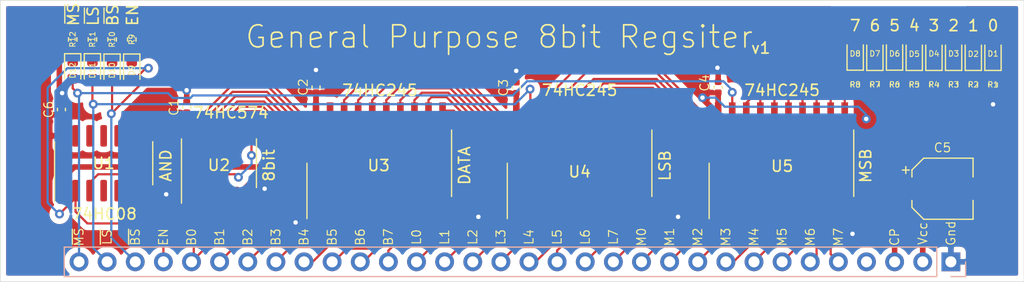
<source format=kicad_pcb>
(kicad_pcb (version 20171130) (host pcbnew "(5.1.10-1-10_14)")

  (general
    (thickness 1.6)
    (drawings 63)
    (tracks 512)
    (zones 0)
    (modules 36)
    (nets 54)
  )

  (page A4)
  (layers
    (0 F.Cu signal)
    (31 B.Cu signal)
    (32 B.Adhes user hide)
    (33 F.Adhes user hide)
    (34 B.Paste user hide)
    (35 F.Paste user hide)
    (36 B.SilkS user hide)
    (37 F.SilkS user)
    (38 B.Mask user hide)
    (39 F.Mask user hide)
    (40 Dwgs.User user hide)
    (41 Cmts.User user hide)
    (42 Eco1.User user hide)
    (43 Eco2.User user hide)
    (44 Edge.Cuts user)
    (45 Margin user hide)
    (46 B.CrtYd user)
    (47 F.CrtYd user)
    (48 B.Fab user)
    (49 F.Fab user hide)
  )

  (setup
    (last_trace_width 0.25)
    (user_trace_width 0.2)
    (user_trace_width 0.5)
    (trace_clearance 0.2)
    (zone_clearance 0.508)
    (zone_45_only no)
    (trace_min 0.2)
    (via_size 0.8)
    (via_drill 0.4)
    (via_min_size 0.4)
    (via_min_drill 0.3)
    (uvia_size 0.3)
    (uvia_drill 0.1)
    (uvias_allowed no)
    (uvia_min_size 0.2)
    (uvia_min_drill 0.1)
    (edge_width 0.05)
    (segment_width 0.2)
    (pcb_text_width 0.3)
    (pcb_text_size 1.5 1.5)
    (mod_edge_width 0.12)
    (mod_text_size 1 1)
    (mod_text_width 0.15)
    (pad_size 1.524 1.524)
    (pad_drill 0.762)
    (pad_to_mask_clearance 0)
    (aux_axis_origin 0 0)
    (grid_origin 134.874 84.328)
    (visible_elements FFFFFF7F)
    (pcbplotparams
      (layerselection 0x010fc_ffffffff)
      (usegerberextensions false)
      (usegerberattributes true)
      (usegerberadvancedattributes true)
      (creategerberjobfile true)
      (excludeedgelayer true)
      (linewidth 0.100000)
      (plotframeref false)
      (viasonmask false)
      (mode 1)
      (useauxorigin false)
      (hpglpennumber 1)
      (hpglpenspeed 20)
      (hpglpendiameter 15.000000)
      (psnegative false)
      (psa4output false)
      (plotreference true)
      (plotvalue true)
      (plotinvisibletext false)
      (padsonsilk false)
      (subtractmaskfromsilk false)
      (outputformat 1)
      (mirror false)
      (drillshape 0)
      (scaleselection 1)
      (outputdirectory ""))
  )

  (net 0 "")
  (net 1 "Net-(U1-Pad3)")
  (net 2 VCC)
  (net 3 GND)
  (net 4 BUS_07)
  (net 5 BUS_06)
  (net 6 BUS_05)
  (net 7 BUS_04)
  (net 8 BUS_03)
  (net 9 BUS_02)
  (net 10 BUS_01)
  (net 11 BUS_00)
  (net 12 CLOCK)
  (net 13 "Net-(D1-Pad1)")
  (net 14 A0)
  (net 15 A1)
  (net 16 A2)
  (net 17 A3)
  (net 18 A4)
  (net 19 A5)
  (net 20 A6)
  (net 21 A7)
  (net 22 "Net-(D2-Pad1)")
  (net 23 "Net-(D3-Pad1)")
  (net 24 "Net-(D4-Pad1)")
  (net 25 "Net-(D5-Pad1)")
  (net 26 "Net-(D6-Pad1)")
  (net 27 "Net-(D7-Pad1)")
  (net 28 "Net-(D8-Pad1)")
  (net 29 "Net-(D9-Pad1)")
  (net 30 "Net-(D10-Pad1)")
  (net 31 "Net-(D11-Pad1)")
  (net 32 "Net-(D12-Pad1)")
  (net 33 RESET)
  (net 34 /EN)
  (net 35 /BUS_OUT)
  (net 36 /LSB_OUT)
  (net 37 /MSB_OUT)
  (net 38 LSB_07)
  (net 39 LSB_06)
  (net 40 LSB_05)
  (net 41 LSB_00)
  (net 42 LSB_01)
  (net 43 LSB_02)
  (net 44 LSB_03)
  (net 45 LSB_04)
  (net 46 MSB_07)
  (net 47 MSB_06)
  (net 48 MSB_05)
  (net 49 MSB_00)
  (net 50 MSB_01)
  (net 51 MSB_02)
  (net 52 MSB_03)
  (net 53 MSB_04)

  (net_class Default "This is the default net class."
    (clearance 0.2)
    (trace_width 0.25)
    (via_dia 0.8)
    (via_drill 0.4)
    (uvia_dia 0.3)
    (uvia_drill 0.1)
    (add_net /BUS_OUT)
    (add_net /EN)
    (add_net /LSB_OUT)
    (add_net /MSB_OUT)
    (add_net A0)
    (add_net A1)
    (add_net A2)
    (add_net A3)
    (add_net A4)
    (add_net A5)
    (add_net A6)
    (add_net A7)
    (add_net BUS_00)
    (add_net BUS_01)
    (add_net BUS_02)
    (add_net BUS_03)
    (add_net BUS_04)
    (add_net BUS_05)
    (add_net BUS_06)
    (add_net BUS_07)
    (add_net CLOCK)
    (add_net GND)
    (add_net LSB_00)
    (add_net LSB_01)
    (add_net LSB_02)
    (add_net LSB_03)
    (add_net LSB_04)
    (add_net LSB_05)
    (add_net LSB_06)
    (add_net LSB_07)
    (add_net MSB_00)
    (add_net MSB_01)
    (add_net MSB_02)
    (add_net MSB_03)
    (add_net MSB_04)
    (add_net MSB_05)
    (add_net MSB_06)
    (add_net MSB_07)
    (add_net "Net-(D1-Pad1)")
    (add_net "Net-(D10-Pad1)")
    (add_net "Net-(D11-Pad1)")
    (add_net "Net-(D12-Pad1)")
    (add_net "Net-(D2-Pad1)")
    (add_net "Net-(D3-Pad1)")
    (add_net "Net-(D4-Pad1)")
    (add_net "Net-(D5-Pad1)")
    (add_net "Net-(D6-Pad1)")
    (add_net "Net-(D7-Pad1)")
    (add_net "Net-(D8-Pad1)")
    (add_net "Net-(D9-Pad1)")
    (add_net "Net-(U1-Pad3)")
    (add_net RESET)
    (add_net VCC)
  )

  (module Connector_PinHeader_2.54mm:PinHeader_1x32_P2.54mm_Vertical (layer B.Cu) (tedit 59FED5CC) (tstamp 6141795B)
    (at 202.438 89.916 90)
    (descr "Through hole straight pin header, 1x32, 2.54mm pitch, single row")
    (tags "Through hole pin header THT 1x32 2.54mm single row")
    (path /6239269B)
    (fp_text reference J1 (at 0 2.33 270) (layer B.SilkS) hide
      (effects (font (size 1 1) (thickness 0.15)) (justify mirror))
    )
    (fp_text value Conn_01x32 (at 0 -81.07 270) (layer B.Fab) hide
      (effects (font (size 1 1) (thickness 0.15)) (justify mirror))
    )
    (fp_line (start -0.635 1.27) (end 1.27 1.27) (layer B.Fab) (width 0.1))
    (fp_line (start 1.27 1.27) (end 1.27 -80.01) (layer B.Fab) (width 0.1))
    (fp_line (start 1.27 -80.01) (end -1.27 -80.01) (layer B.Fab) (width 0.1))
    (fp_line (start -1.27 -80.01) (end -1.27 0.635) (layer B.Fab) (width 0.1))
    (fp_line (start -1.27 0.635) (end -0.635 1.27) (layer B.Fab) (width 0.1))
    (fp_line (start -1.33 -80.07) (end 1.33 -80.07) (layer B.SilkS) (width 0.12))
    (fp_line (start -1.33 -1.27) (end -1.33 -80.07) (layer B.SilkS) (width 0.12))
    (fp_line (start 1.33 -1.27) (end 1.33 -80.07) (layer B.SilkS) (width 0.12))
    (fp_line (start -1.33 -1.27) (end 1.33 -1.27) (layer B.SilkS) (width 0.12))
    (fp_line (start -1.33 0) (end -1.33 1.33) (layer B.SilkS) (width 0.12))
    (fp_line (start -1.33 1.33) (end 0 1.33) (layer B.SilkS) (width 0.12))
    (fp_line (start -1.8 1.8) (end -1.8 -80.55) (layer B.CrtYd) (width 0.05))
    (fp_line (start -1.8 -80.55) (end 1.8 -80.55) (layer B.CrtYd) (width 0.05))
    (fp_line (start 1.8 -80.55) (end 1.8 1.8) (layer B.CrtYd) (width 0.05))
    (fp_line (start 1.8 1.8) (end -1.8 1.8) (layer B.CrtYd) (width 0.05))
    (fp_text user %R (at 0 -39.37) (layer B.Fab) hide
      (effects (font (size 1 1) (thickness 0.15)) (justify mirror))
    )
    (pad 32 thru_hole oval (at 0 -78.74 90) (size 1.7 1.7) (drill 1) (layers *.Cu *.Mask)
      (net 37 /MSB_OUT))
    (pad 31 thru_hole oval (at 0 -76.2 90) (size 1.7 1.7) (drill 1) (layers *.Cu *.Mask)
      (net 36 /LSB_OUT))
    (pad 30 thru_hole oval (at 0 -73.66 90) (size 1.7 1.7) (drill 1) (layers *.Cu *.Mask)
      (net 35 /BUS_OUT))
    (pad 29 thru_hole oval (at 0 -71.12 90) (size 1.7 1.7) (drill 1) (layers *.Cu *.Mask)
      (net 34 /EN))
    (pad 28 thru_hole oval (at 0 -68.58 90) (size 1.7 1.7) (drill 1) (layers *.Cu *.Mask)
      (net 11 BUS_00))
    (pad 27 thru_hole oval (at 0 -66.04 90) (size 1.7 1.7) (drill 1) (layers *.Cu *.Mask)
      (net 10 BUS_01))
    (pad 26 thru_hole oval (at 0 -63.5 90) (size 1.7 1.7) (drill 1) (layers *.Cu *.Mask)
      (net 9 BUS_02))
    (pad 25 thru_hole oval (at 0 -60.96 90) (size 1.7 1.7) (drill 1) (layers *.Cu *.Mask)
      (net 8 BUS_03))
    (pad 24 thru_hole oval (at 0 -58.42 90) (size 1.7 1.7) (drill 1) (layers *.Cu *.Mask)
      (net 7 BUS_04))
    (pad 23 thru_hole oval (at 0 -55.88 90) (size 1.7 1.7) (drill 1) (layers *.Cu *.Mask)
      (net 6 BUS_05))
    (pad 22 thru_hole oval (at 0 -53.34 90) (size 1.7 1.7) (drill 1) (layers *.Cu *.Mask)
      (net 5 BUS_06))
    (pad 21 thru_hole oval (at 0 -50.8 90) (size 1.7 1.7) (drill 1) (layers *.Cu *.Mask)
      (net 4 BUS_07))
    (pad 20 thru_hole oval (at 0 -48.26 90) (size 1.7 1.7) (drill 1) (layers *.Cu *.Mask)
      (net 41 LSB_00))
    (pad 19 thru_hole oval (at 0 -45.72 90) (size 1.7 1.7) (drill 1) (layers *.Cu *.Mask)
      (net 42 LSB_01))
    (pad 18 thru_hole oval (at 0 -43.18 90) (size 1.7 1.7) (drill 1) (layers *.Cu *.Mask)
      (net 43 LSB_02))
    (pad 17 thru_hole oval (at 0 -40.64 90) (size 1.7 1.7) (drill 1) (layers *.Cu *.Mask)
      (net 44 LSB_03))
    (pad 16 thru_hole oval (at 0 -38.1 90) (size 1.7 1.7) (drill 1) (layers *.Cu *.Mask)
      (net 45 LSB_04))
    (pad 15 thru_hole oval (at 0 -35.56 90) (size 1.7 1.7) (drill 1) (layers *.Cu *.Mask)
      (net 40 LSB_05))
    (pad 14 thru_hole oval (at 0 -33.02 90) (size 1.7 1.7) (drill 1) (layers *.Cu *.Mask)
      (net 39 LSB_06))
    (pad 13 thru_hole oval (at 0 -30.48 90) (size 1.7 1.7) (drill 1) (layers *.Cu *.Mask)
      (net 38 LSB_07))
    (pad 12 thru_hole oval (at 0 -27.94 90) (size 1.7 1.7) (drill 1) (layers *.Cu *.Mask)
      (net 49 MSB_00))
    (pad 11 thru_hole oval (at 0 -25.4 90) (size 1.7 1.7) (drill 1) (layers *.Cu *.Mask)
      (net 50 MSB_01))
    (pad 10 thru_hole oval (at 0 -22.86 90) (size 1.7 1.7) (drill 1) (layers *.Cu *.Mask)
      (net 51 MSB_02))
    (pad 9 thru_hole oval (at 0 -20.32 90) (size 1.7 1.7) (drill 1) (layers *.Cu *.Mask)
      (net 52 MSB_03))
    (pad 8 thru_hole oval (at 0 -17.78 90) (size 1.7 1.7) (drill 1) (layers *.Cu *.Mask)
      (net 53 MSB_04))
    (pad 7 thru_hole oval (at 0 -15.24 90) (size 1.7 1.7) (drill 1) (layers *.Cu *.Mask)
      (net 48 MSB_05))
    (pad 6 thru_hole oval (at 0 -12.7 90) (size 1.7 1.7) (drill 1) (layers *.Cu *.Mask)
      (net 47 MSB_06))
    (pad 5 thru_hole oval (at 0 -10.16 90) (size 1.7 1.7) (drill 1) (layers *.Cu *.Mask)
      (net 46 MSB_07))
    (pad 4 thru_hole oval (at 0 -7.62 90) (size 1.7 1.7) (drill 1) (layers *.Cu *.Mask)
      (net 33 RESET))
    (pad 3 thru_hole oval (at 0 -5.08 90) (size 1.7 1.7) (drill 1) (layers *.Cu *.Mask)
      (net 12 CLOCK))
    (pad 2 thru_hole oval (at 0 -2.54 90) (size 1.7 1.7) (drill 1) (layers *.Cu *.Mask)
      (net 2 VCC))
    (pad 1 thru_hole rect (at 0 0 90) (size 1.7 1.7) (drill 1) (layers *.Cu *.Mask)
      (net 3 GND))
    (model ${KISYS3DMOD}/Connector_PinHeader_2.54mm.3dshapes/PinHeader_1x32_P2.54mm_Vertical.wrl
      (at (xyz 0 0 0))
      (scale (xyz 1 1 1))
      (rotate (xyz 0 0 0))
    )
  )

  (module Capacitor_SMD:C_0402_1005Metric (layer F.Cu) (tedit 5F68FEEE) (tstamp 61419A17)
    (at 122.112 76.158 90)
    (descr "Capacitor SMD 0402 (1005 Metric), square (rectangular) end terminal, IPC_7351 nominal, (Body size source: IPC-SM-782 page 76, https://www.pcb-3d.com/wordpress/wp-content/uploads/ipc-sm-782a_amendment_1_and_2.pdf), generated with kicad-footprint-generator")
    (tags capacitor)
    (path /62329BE1)
    (attr smd)
    (fp_text reference C6 (at 0 -1.16 90) (layer F.SilkS)
      (effects (font (size 0.8 0.8) (thickness 0.1)))
    )
    (fp_text value CL05A106MQ5NUNC (at 0 1.16 90) (layer F.Fab)
      (effects (font (size 1 1) (thickness 0.15)))
    )
    (fp_line (start -0.5 0.25) (end -0.5 -0.25) (layer F.Fab) (width 0.1))
    (fp_line (start -0.5 -0.25) (end 0.5 -0.25) (layer F.Fab) (width 0.1))
    (fp_line (start 0.5 -0.25) (end 0.5 0.25) (layer F.Fab) (width 0.1))
    (fp_line (start 0.5 0.25) (end -0.5 0.25) (layer F.Fab) (width 0.1))
    (fp_line (start -0.107836 -0.36) (end 0.107836 -0.36) (layer F.SilkS) (width 0.12))
    (fp_line (start -0.107836 0.36) (end 0.107836 0.36) (layer F.SilkS) (width 0.12))
    (fp_line (start -0.91 0.46) (end -0.91 -0.46) (layer F.CrtYd) (width 0.05))
    (fp_line (start -0.91 -0.46) (end 0.91 -0.46) (layer F.CrtYd) (width 0.05))
    (fp_line (start 0.91 -0.46) (end 0.91 0.46) (layer F.CrtYd) (width 0.05))
    (fp_line (start 0.91 0.46) (end -0.91 0.46) (layer F.CrtYd) (width 0.05))
    (fp_text user %R (at 0 0 90) (layer F.Fab)
      (effects (font (size 0.25 0.25) (thickness 0.04)))
    )
    (pad 2 smd roundrect (at 0.48 0 90) (size 0.56 0.62) (layers F.Cu F.Paste F.Mask) (roundrect_rratio 0.25)
      (net 3 GND))
    (pad 1 smd roundrect (at -0.48 0 90) (size 0.56 0.62) (layers F.Cu F.Paste F.Mask) (roundrect_rratio 0.25)
      (net 2 VCC))
    (model ${KISYS3DMOD}/Capacitor_SMD.3dshapes/C_0402_1005Metric.wrl
      (at (xyz 0 0 0))
      (scale (xyz 1 1 1))
      (rotate (xyz 0 0 0))
    )
  )

  (module Package_SO:SO-20_12.8x7.5mm_P1.27mm (layer F.Cu) (tedit 5A02F2D3) (tstamp 61429145)
    (at 187.136 81.012 90)
    (descr "SO-20, 12.8x7.5mm, https://www.nxp.com/docs/en/data-sheet/SA605.pdf")
    (tags "S0-20 ")
    (path /622C55B9)
    (attr smd)
    (fp_text reference U5 (at -0.268 0.062 180) (layer F.SilkS)
      (effects (font (size 1 1) (thickness 0.15)))
    )
    (fp_text value 74HC245D,653 (at 0 7.99 90) (layer F.Fab)
      (effects (font (size 1 1) (thickness 0.15)))
    )
    (fp_line (start -1.2 -6.4) (end 2.2 -6.4) (layer F.Fab) (width 0.1))
    (fp_line (start 2.2 -6.4) (end 2.2 6.4) (layer F.Fab) (width 0.1))
    (fp_line (start 2.2 6.4) (end -2.2 6.4) (layer F.Fab) (width 0.1))
    (fp_line (start -2.2 6.4) (end -2.2 -5.4) (layer F.Fab) (width 0.1))
    (fp_line (start -2.2 -5.4) (end -1.2 -6.4) (layer F.Fab) (width 0.1))
    (fp_line (start -3 6.53) (end 3 6.53) (layer F.SilkS) (width 0.12))
    (fp_line (start -5 -6.53) (end 0 -6.53) (layer F.SilkS) (width 0.12))
    (fp_line (start -5.7 -6.7) (end 5.7 -6.7) (layer F.CrtYd) (width 0.05))
    (fp_line (start 5.7 -6.7) (end 5.7 6.7) (layer F.CrtYd) (width 0.05))
    (fp_line (start 5.7 6.7) (end -5.7 6.7) (layer F.CrtYd) (width 0.05))
    (fp_line (start -5.7 6.7) (end -5.7 -6.7) (layer F.CrtYd) (width 0.05))
    (fp_text user %R (at 0 0 90) (layer F.Fab)
      (effects (font (size 1 1) (thickness 0.15)))
    )
    (fp_text user 74HC245 (at 6.59 0.062) (layer F.SilkS)
      (effects (font (size 1 1) (thickness 0.15)))
    )
    (pad 20 smd rect (at 4.75 -5.715 90) (size 1.5 0.6) (layers F.Cu F.Paste F.Mask)
      (net 2 VCC))
    (pad 19 smd rect (at 4.75 -4.445 90) (size 1.5 0.6) (layers F.Cu F.Paste F.Mask)
      (net 37 /MSB_OUT))
    (pad 18 smd rect (at 4.75 -3.175 90) (size 1.5 0.6) (layers F.Cu F.Paste F.Mask)
      (net 14 A0))
    (pad 17 smd rect (at 4.75 -1.905 90) (size 1.5 0.6) (layers F.Cu F.Paste F.Mask)
      (net 15 A1))
    (pad 16 smd rect (at 4.75 -0.635 90) (size 1.5 0.6) (layers F.Cu F.Paste F.Mask)
      (net 16 A2))
    (pad 15 smd rect (at 4.75 0.635 90) (size 1.5 0.6) (layers F.Cu F.Paste F.Mask)
      (net 17 A3))
    (pad 14 smd rect (at 4.75 1.905 90) (size 1.5 0.6) (layers F.Cu F.Paste F.Mask)
      (net 18 A4))
    (pad 13 smd rect (at 4.75 3.175 90) (size 1.5 0.6) (layers F.Cu F.Paste F.Mask)
      (net 19 A5))
    (pad 12 smd rect (at 4.75 4.445 90) (size 1.5 0.6) (layers F.Cu F.Paste F.Mask)
      (net 20 A6))
    (pad 11 smd rect (at 4.75 5.715 90) (size 1.5 0.6) (layers F.Cu F.Paste F.Mask)
      (net 21 A7))
    (pad 10 smd rect (at -4.75 5.715 90) (size 1.5 0.6) (layers F.Cu F.Paste F.Mask)
      (net 3 GND))
    (pad 9 smd rect (at -4.75 4.445 90) (size 1.5 0.6) (layers F.Cu F.Paste F.Mask)
      (net 46 MSB_07))
    (pad 8 smd rect (at -4.75 3.175 90) (size 1.5 0.6) (layers F.Cu F.Paste F.Mask)
      (net 47 MSB_06))
    (pad 7 smd rect (at -4.75 1.905 90) (size 1.5 0.6) (layers F.Cu F.Paste F.Mask)
      (net 48 MSB_05))
    (pad 1 smd rect (at -4.75 -5.715 90) (size 1.5 0.6) (layers F.Cu F.Paste F.Mask)
      (net 3 GND))
    (pad 2 smd rect (at -4.75 -4.445 90) (size 1.5 0.6) (layers F.Cu F.Paste F.Mask)
      (net 49 MSB_00))
    (pad 3 smd rect (at -4.75 -3.175 90) (size 1.5 0.6) (layers F.Cu F.Paste F.Mask)
      (net 50 MSB_01))
    (pad 4 smd rect (at -4.75 -1.905 90) (size 1.5 0.6) (layers F.Cu F.Paste F.Mask)
      (net 51 MSB_02))
    (pad 5 smd rect (at -4.75 -0.635 90) (size 1.5 0.6) (layers F.Cu F.Paste F.Mask)
      (net 52 MSB_03))
    (pad 6 smd rect (at -4.75 0.635 90) (size 1.5 0.6) (layers F.Cu F.Paste F.Mask)
      (net 53 MSB_04))
    (model ${KISYS3DMOD}/Package_SO.3dshapes/SO-20_12.8x7.5mm_P1.27mm.wrl
      (at (xyz 0 0 0))
      (scale (xyz 1 1 1))
      (rotate (xyz 0 0 0))
    )
  )

  (module Package_SO:SO-20_12.8x7.5mm_P1.27mm (layer F.Cu) (tedit 5A02F2D3) (tstamp 61420EA8)
    (at 168.9056 81.012 90)
    (descr "SO-20, 12.8x7.5mm, https://www.nxp.com/docs/en/data-sheet/SA605.pdf")
    (tags "S0-20 ")
    (path /622C1093)
    (attr smd)
    (fp_text reference U4 (at -0.776 0.0044 180) (layer F.SilkS)
      (effects (font (size 1 1) (thickness 0.15)))
    )
    (fp_text value 74HC245D,653 (at 0 7.99 90) (layer F.Fab)
      (effects (font (size 1 1) (thickness 0.15)))
    )
    (fp_line (start -1.2 -6.4) (end 2.2 -6.4) (layer F.Fab) (width 0.1))
    (fp_line (start 2.2 -6.4) (end 2.2 6.4) (layer F.Fab) (width 0.1))
    (fp_line (start 2.2 6.4) (end -2.2 6.4) (layer F.Fab) (width 0.1))
    (fp_line (start -2.2 6.4) (end -2.2 -5.4) (layer F.Fab) (width 0.1))
    (fp_line (start -2.2 -5.4) (end -1.2 -6.4) (layer F.Fab) (width 0.1))
    (fp_line (start -3 6.53) (end 3 6.53) (layer F.SilkS) (width 0.12))
    (fp_line (start -5 -6.53) (end 0 -6.53) (layer F.SilkS) (width 0.12))
    (fp_line (start -5.7 -6.7) (end 5.7 -6.7) (layer F.CrtYd) (width 0.05))
    (fp_line (start 5.7 -6.7) (end 5.7 6.7) (layer F.CrtYd) (width 0.05))
    (fp_line (start 5.7 6.7) (end -5.7 6.7) (layer F.CrtYd) (width 0.05))
    (fp_line (start -5.7 6.7) (end -5.7 -6.7) (layer F.CrtYd) (width 0.05))
    (fp_text user %R (at 0 0 90) (layer F.Fab)
      (effects (font (size 1 1) (thickness 0.15)))
    )
    (fp_text user 74HC245 (at 6.59 0.0044 180) (layer F.SilkS)
      (effects (font (size 1 1) (thickness 0.15)))
    )
    (pad 20 smd rect (at 4.75 -5.715 90) (size 1.5 0.6) (layers F.Cu F.Paste F.Mask)
      (net 2 VCC))
    (pad 19 smd rect (at 4.75 -4.445 90) (size 1.5 0.6) (layers F.Cu F.Paste F.Mask)
      (net 36 /LSB_OUT))
    (pad 18 smd rect (at 4.75 -3.175 90) (size 1.5 0.6) (layers F.Cu F.Paste F.Mask)
      (net 14 A0))
    (pad 17 smd rect (at 4.75 -1.905 90) (size 1.5 0.6) (layers F.Cu F.Paste F.Mask)
      (net 15 A1))
    (pad 16 smd rect (at 4.75 -0.635 90) (size 1.5 0.6) (layers F.Cu F.Paste F.Mask)
      (net 16 A2))
    (pad 15 smd rect (at 4.75 0.635 90) (size 1.5 0.6) (layers F.Cu F.Paste F.Mask)
      (net 17 A3))
    (pad 14 smd rect (at 4.75 1.905 90) (size 1.5 0.6) (layers F.Cu F.Paste F.Mask)
      (net 18 A4))
    (pad 13 smd rect (at 4.75 3.175 90) (size 1.5 0.6) (layers F.Cu F.Paste F.Mask)
      (net 19 A5))
    (pad 12 smd rect (at 4.75 4.445 90) (size 1.5 0.6) (layers F.Cu F.Paste F.Mask)
      (net 20 A6))
    (pad 11 smd rect (at 4.75 5.715 90) (size 1.5 0.6) (layers F.Cu F.Paste F.Mask)
      (net 21 A7))
    (pad 10 smd rect (at -4.75 5.715 90) (size 1.5 0.6) (layers F.Cu F.Paste F.Mask)
      (net 3 GND))
    (pad 9 smd rect (at -4.75 4.445 90) (size 1.5 0.6) (layers F.Cu F.Paste F.Mask)
      (net 38 LSB_07))
    (pad 8 smd rect (at -4.75 3.175 90) (size 1.5 0.6) (layers F.Cu F.Paste F.Mask)
      (net 39 LSB_06))
    (pad 7 smd rect (at -4.75 1.905 90) (size 1.5 0.6) (layers F.Cu F.Paste F.Mask)
      (net 40 LSB_05))
    (pad 1 smd rect (at -4.75 -5.715 90) (size 1.5 0.6) (layers F.Cu F.Paste F.Mask)
      (net 3 GND))
    (pad 2 smd rect (at -4.75 -4.445 90) (size 1.5 0.6) (layers F.Cu F.Paste F.Mask)
      (net 41 LSB_00))
    (pad 3 smd rect (at -4.75 -3.175 90) (size 1.5 0.6) (layers F.Cu F.Paste F.Mask)
      (net 42 LSB_01))
    (pad 4 smd rect (at -4.75 -1.905 90) (size 1.5 0.6) (layers F.Cu F.Paste F.Mask)
      (net 43 LSB_02))
    (pad 5 smd rect (at -4.75 -0.635 90) (size 1.5 0.6) (layers F.Cu F.Paste F.Mask)
      (net 44 LSB_03))
    (pad 6 smd rect (at -4.75 0.635 90) (size 1.5 0.6) (layers F.Cu F.Paste F.Mask)
      (net 45 LSB_04))
    (model ${KISYS3DMOD}/Package_SO.3dshapes/SO-20_12.8x7.5mm_P1.27mm.wrl
      (at (xyz 0 0 0))
      (scale (xyz 1 1 1))
      (rotate (xyz 0 0 0))
    )
  )

  (module Package_SO:SO-20_12.8x7.5mm_P1.27mm (layer F.Cu) (tedit 5A02F2D3) (tstamp 61421D94)
    (at 150.814 81.012 90)
    (descr "SO-20, 12.8x7.5mm, https://www.nxp.com/docs/en/data-sheet/SA605.pdf")
    (tags "S0-20 ")
    (path /613A1FAE)
    (attr smd)
    (fp_text reference U3 (at -0.206 -0.05 180) (layer F.SilkS)
      (effects (font (size 1 1) (thickness 0.15)))
    )
    (fp_text value 74HC245D,653 (at 0 7.99 90) (layer F.Fab)
      (effects (font (size 1 1) (thickness 0.15)))
    )
    (fp_line (start -1.2 -6.4) (end 2.2 -6.4) (layer F.Fab) (width 0.1))
    (fp_line (start 2.2 -6.4) (end 2.2 6.4) (layer F.Fab) (width 0.1))
    (fp_line (start 2.2 6.4) (end -2.2 6.4) (layer F.Fab) (width 0.1))
    (fp_line (start -2.2 6.4) (end -2.2 -5.4) (layer F.Fab) (width 0.1))
    (fp_line (start -2.2 -5.4) (end -1.2 -6.4) (layer F.Fab) (width 0.1))
    (fp_line (start -3 6.53) (end 3 6.53) (layer F.SilkS) (width 0.12))
    (fp_line (start -5 -6.53) (end 0 -6.53) (layer F.SilkS) (width 0.12))
    (fp_line (start -5.7 -6.7) (end 5.7 -6.7) (layer F.CrtYd) (width 0.05))
    (fp_line (start 5.7 -6.7) (end 5.7 6.7) (layer F.CrtYd) (width 0.05))
    (fp_line (start 5.7 6.7) (end -5.7 6.7) (layer F.CrtYd) (width 0.05))
    (fp_line (start -5.7 6.7) (end -5.7 -6.7) (layer F.CrtYd) (width 0.05))
    (fp_text user %R (at 0 0 90) (layer F.Fab)
      (effects (font (size 1 1) (thickness 0.15)))
    )
    (fp_text user 74HC245 (at 6.59 0.062 180) (layer F.SilkS)
      (effects (font (size 1 1) (thickness 0.15)))
    )
    (pad 20 smd rect (at 4.75 -5.715 90) (size 1.5 0.6) (layers F.Cu F.Paste F.Mask)
      (net 2 VCC))
    (pad 19 smd rect (at 4.75 -4.445 90) (size 1.5 0.6) (layers F.Cu F.Paste F.Mask)
      (net 35 /BUS_OUT))
    (pad 18 smd rect (at 4.75 -3.175 90) (size 1.5 0.6) (layers F.Cu F.Paste F.Mask)
      (net 14 A0))
    (pad 17 smd rect (at 4.75 -1.905 90) (size 1.5 0.6) (layers F.Cu F.Paste F.Mask)
      (net 15 A1))
    (pad 16 smd rect (at 4.75 -0.635 90) (size 1.5 0.6) (layers F.Cu F.Paste F.Mask)
      (net 16 A2))
    (pad 15 smd rect (at 4.75 0.635 90) (size 1.5 0.6) (layers F.Cu F.Paste F.Mask)
      (net 17 A3))
    (pad 14 smd rect (at 4.75 1.905 90) (size 1.5 0.6) (layers F.Cu F.Paste F.Mask)
      (net 18 A4))
    (pad 13 smd rect (at 4.75 3.175 90) (size 1.5 0.6) (layers F.Cu F.Paste F.Mask)
      (net 19 A5))
    (pad 12 smd rect (at 4.75 4.445 90) (size 1.5 0.6) (layers F.Cu F.Paste F.Mask)
      (net 20 A6))
    (pad 11 smd rect (at 4.75 5.715 90) (size 1.5 0.6) (layers F.Cu F.Paste F.Mask)
      (net 21 A7))
    (pad 10 smd rect (at -4.75 5.715 90) (size 1.5 0.6) (layers F.Cu F.Paste F.Mask)
      (net 3 GND))
    (pad 9 smd rect (at -4.75 4.445 90) (size 1.5 0.6) (layers F.Cu F.Paste F.Mask)
      (net 4 BUS_07))
    (pad 8 smd rect (at -4.75 3.175 90) (size 1.5 0.6) (layers F.Cu F.Paste F.Mask)
      (net 5 BUS_06))
    (pad 7 smd rect (at -4.75 1.905 90) (size 1.5 0.6) (layers F.Cu F.Paste F.Mask)
      (net 6 BUS_05))
    (pad 1 smd rect (at -4.75 -5.715 90) (size 1.5 0.6) (layers F.Cu F.Paste F.Mask)
      (net 3 GND))
    (pad 2 smd rect (at -4.75 -4.445 90) (size 1.5 0.6) (layers F.Cu F.Paste F.Mask)
      (net 11 BUS_00))
    (pad 3 smd rect (at -4.75 -3.175 90) (size 1.5 0.6) (layers F.Cu F.Paste F.Mask)
      (net 10 BUS_01))
    (pad 4 smd rect (at -4.75 -1.905 90) (size 1.5 0.6) (layers F.Cu F.Paste F.Mask)
      (net 9 BUS_02))
    (pad 5 smd rect (at -4.75 -0.635 90) (size 1.5 0.6) (layers F.Cu F.Paste F.Mask)
      (net 8 BUS_03))
    (pad 6 smd rect (at -4.75 0.635 90) (size 1.5 0.6) (layers F.Cu F.Paste F.Mask)
      (net 7 BUS_04))
    (model ${KISYS3DMOD}/Package_SO.3dshapes/SO-20_12.8x7.5mm_P1.27mm.wrl
      (at (xyz 0 0 0))
      (scale (xyz 1 1 1))
      (rotate (xyz 0 0 0))
    )
  )

  (module Package_SO:TSSOP-20_4.4x6.5mm_P0.65mm (layer F.Cu) (tedit 5E476F32) (tstamp 6141A641)
    (at 136.336 81.012 90)
    (descr "TSSOP, 20 Pin (JEDEC MO-153 Var AC https://www.jedec.org/document_search?search_api_views_fulltext=MO-153), generated with kicad-footprint-generator ipc_gullwing_generator.py")
    (tags "TSSOP SO")
    (path /61396A73)
    (attr smd)
    (fp_text reference U2 (at -0.176 -0.002 180) (layer F.SilkS)
      (effects (font (size 1 1) (thickness 0.15)))
    )
    (fp_text value 74HC574PW,118 (at 0 4.2 90) (layer F.Fab)
      (effects (font (size 1 1) (thickness 0.15)))
    )
    (fp_line (start 0 3.385) (end 2.2 3.385) (layer F.SilkS) (width 0.12))
    (fp_line (start 0 3.385) (end -2.2 3.385) (layer F.SilkS) (width 0.12))
    (fp_line (start 0 -3.385) (end 2.2 -3.385) (layer F.SilkS) (width 0.12))
    (fp_line (start 0 -3.385) (end -3.6 -3.385) (layer F.SilkS) (width 0.12))
    (fp_line (start -1.2 -3.25) (end 2.2 -3.25) (layer F.Fab) (width 0.1))
    (fp_line (start 2.2 -3.25) (end 2.2 3.25) (layer F.Fab) (width 0.1))
    (fp_line (start 2.2 3.25) (end -2.2 3.25) (layer F.Fab) (width 0.1))
    (fp_line (start -2.2 3.25) (end -2.2 -2.25) (layer F.Fab) (width 0.1))
    (fp_line (start -2.2 -2.25) (end -1.2 -3.25) (layer F.Fab) (width 0.1))
    (fp_line (start -3.85 -3.5) (end -3.85 3.5) (layer F.CrtYd) (width 0.05))
    (fp_line (start -3.85 3.5) (end 3.85 3.5) (layer F.CrtYd) (width 0.05))
    (fp_line (start 3.85 3.5) (end 3.85 -3.5) (layer F.CrtYd) (width 0.05))
    (fp_line (start 3.85 -3.5) (end -3.85 -3.5) (layer F.CrtYd) (width 0.05))
    (fp_text user %R (at 0 0 90) (layer F.Fab)
      (effects (font (size 1 1) (thickness 0.15)))
    )
    (fp_text user 74HC574 (at 4.558 1.078 180) (layer F.SilkS)
      (effects (font (size 1 1) (thickness 0.15)))
    )
    (pad 20 smd roundrect (at 2.8625 -2.925 90) (size 1.475 0.4) (layers F.Cu F.Paste F.Mask) (roundrect_rratio 0.25)
      (net 2 VCC))
    (pad 19 smd roundrect (at 2.8625 -2.275 90) (size 1.475 0.4) (layers F.Cu F.Paste F.Mask) (roundrect_rratio 0.25)
      (net 14 A0))
    (pad 18 smd roundrect (at 2.8625 -1.625 90) (size 1.475 0.4) (layers F.Cu F.Paste F.Mask) (roundrect_rratio 0.25)
      (net 15 A1))
    (pad 17 smd roundrect (at 2.8625 -0.975 90) (size 1.475 0.4) (layers F.Cu F.Paste F.Mask) (roundrect_rratio 0.25)
      (net 16 A2))
    (pad 16 smd roundrect (at 2.8625 -0.325 90) (size 1.475 0.4) (layers F.Cu F.Paste F.Mask) (roundrect_rratio 0.25)
      (net 17 A3))
    (pad 15 smd roundrect (at 2.8625 0.325 90) (size 1.475 0.4) (layers F.Cu F.Paste F.Mask) (roundrect_rratio 0.25)
      (net 18 A4))
    (pad 14 smd roundrect (at 2.8625 0.975 90) (size 1.475 0.4) (layers F.Cu F.Paste F.Mask) (roundrect_rratio 0.25)
      (net 19 A5))
    (pad 13 smd roundrect (at 2.8625 1.625 90) (size 1.475 0.4) (layers F.Cu F.Paste F.Mask) (roundrect_rratio 0.25)
      (net 20 A6))
    (pad 12 smd roundrect (at 2.8625 2.275 90) (size 1.475 0.4) (layers F.Cu F.Paste F.Mask) (roundrect_rratio 0.25)
      (net 21 A7))
    (pad 11 smd roundrect (at 2.8625 2.925 90) (size 1.475 0.4) (layers F.Cu F.Paste F.Mask) (roundrect_rratio 0.25)
      (net 1 "Net-(U1-Pad3)"))
    (pad 10 smd roundrect (at -2.8625 2.925 90) (size 1.475 0.4) (layers F.Cu F.Paste F.Mask) (roundrect_rratio 0.25)
      (net 3 GND))
    (pad 9 smd roundrect (at -2.8625 2.275 90) (size 1.475 0.4) (layers F.Cu F.Paste F.Mask) (roundrect_rratio 0.25)
      (net 4 BUS_07))
    (pad 8 smd roundrect (at -2.8625 1.625 90) (size 1.475 0.4) (layers F.Cu F.Paste F.Mask) (roundrect_rratio 0.25)
      (net 5 BUS_06))
    (pad 7 smd roundrect (at -2.8625 0.975 90) (size 1.475 0.4) (layers F.Cu F.Paste F.Mask) (roundrect_rratio 0.25)
      (net 6 BUS_05))
    (pad 6 smd roundrect (at -2.8625 0.325 90) (size 1.475 0.4) (layers F.Cu F.Paste F.Mask) (roundrect_rratio 0.25)
      (net 7 BUS_04))
    (pad 5 smd roundrect (at -2.8625 -0.325 90) (size 1.475 0.4) (layers F.Cu F.Paste F.Mask) (roundrect_rratio 0.25)
      (net 8 BUS_03))
    (pad 4 smd roundrect (at -2.8625 -0.975 90) (size 1.475 0.4) (layers F.Cu F.Paste F.Mask) (roundrect_rratio 0.25)
      (net 9 BUS_02))
    (pad 3 smd roundrect (at -2.8625 -1.625 90) (size 1.475 0.4) (layers F.Cu F.Paste F.Mask) (roundrect_rratio 0.25)
      (net 10 BUS_01))
    (pad 2 smd roundrect (at -2.8625 -2.275 90) (size 1.475 0.4) (layers F.Cu F.Paste F.Mask) (roundrect_rratio 0.25)
      (net 11 BUS_00))
    (pad 1 smd roundrect (at -2.8625 -2.925 90) (size 1.475 0.4) (layers F.Cu F.Paste F.Mask) (roundrect_rratio 0.25)
      (net 3 GND))
    (model ${KISYS3DMOD}/Package_SO.3dshapes/TSSOP-20_4.4x6.5mm_P0.65mm.wrl
      (at (xyz 0 0 0))
      (scale (xyz 1 1 1))
      (rotate (xyz 0 0 0))
    )
  )

  (module Package_SO:SOIC-14_3.9x8.7mm_P1.27mm (layer F.Cu) (tedit 5D9F72B1) (tstamp 614199C9)
    (at 125.922 81.012 90)
    (descr "SOIC, 14 Pin (JEDEC MS-012AB, https://www.analog.com/media/en/package-pcb-resources/package/pkg_pdf/soic_narrow-r/r_14.pdf), generated with kicad-footprint-generator ipc_gullwing_generator.py")
    (tags "SOIC SO")
    (path /61399664)
    (attr smd)
    (fp_text reference U1 (at 0 0 180) (layer F.SilkS)
      (effects (font (size 1 1) (thickness 0.15)))
    )
    (fp_text value 74HC08D,653 (at 0 5.28 90) (layer F.Fab)
      (effects (font (size 1 1) (thickness 0.15)))
    )
    (fp_line (start 0 4.435) (end 1.95 4.435) (layer F.SilkS) (width 0.12))
    (fp_line (start 0 4.435) (end -1.95 4.435) (layer F.SilkS) (width 0.12))
    (fp_line (start 0 -4.435) (end 1.95 -4.435) (layer F.SilkS) (width 0.12))
    (fp_line (start 0 -4.435) (end -3.45 -4.435) (layer F.SilkS) (width 0.12))
    (fp_line (start -0.975 -4.325) (end 1.95 -4.325) (layer F.Fab) (width 0.1))
    (fp_line (start 1.95 -4.325) (end 1.95 4.325) (layer F.Fab) (width 0.1))
    (fp_line (start 1.95 4.325) (end -1.95 4.325) (layer F.Fab) (width 0.1))
    (fp_line (start -1.95 4.325) (end -1.95 -3.35) (layer F.Fab) (width 0.1))
    (fp_line (start -1.95 -3.35) (end -0.975 -4.325) (layer F.Fab) (width 0.1))
    (fp_line (start -3.7 -4.58) (end -3.7 4.58) (layer F.CrtYd) (width 0.05))
    (fp_line (start -3.7 4.58) (end 3.7 4.58) (layer F.CrtYd) (width 0.05))
    (fp_line (start 3.7 4.58) (end 3.7 -4.58) (layer F.CrtYd) (width 0.05))
    (fp_line (start 3.7 -4.58) (end -3.7 -4.58) (layer F.CrtYd) (width 0.05))
    (fp_text user %R (at 0 0 90) (layer F.Fab)
      (effects (font (size 0.98 0.98) (thickness 0.15)))
    )
    (fp_text user 74HC08 (at -4.586 0.062) (layer F.SilkS)
      (effects (font (size 1 1) (thickness 0.15)))
    )
    (pad 14 smd roundrect (at 2.475 -3.81 90) (size 1.95 0.6) (layers F.Cu F.Paste F.Mask) (roundrect_rratio 0.25)
      (net 2 VCC))
    (pad 13 smd roundrect (at 2.475 -2.54 90) (size 1.95 0.6) (layers F.Cu F.Paste F.Mask) (roundrect_rratio 0.25))
    (pad 12 smd roundrect (at 2.475 -1.27 90) (size 1.95 0.6) (layers F.Cu F.Paste F.Mask) (roundrect_rratio 0.25))
    (pad 11 smd roundrect (at 2.475 0 90) (size 1.95 0.6) (layers F.Cu F.Paste F.Mask) (roundrect_rratio 0.25))
    (pad 10 smd roundrect (at 2.475 1.27 90) (size 1.95 0.6) (layers F.Cu F.Paste F.Mask) (roundrect_rratio 0.25))
    (pad 9 smd roundrect (at 2.475 2.54 90) (size 1.95 0.6) (layers F.Cu F.Paste F.Mask) (roundrect_rratio 0.25))
    (pad 8 smd roundrect (at 2.475 3.81 90) (size 1.95 0.6) (layers F.Cu F.Paste F.Mask) (roundrect_rratio 0.25))
    (pad 7 smd roundrect (at -2.475 3.81 90) (size 1.95 0.6) (layers F.Cu F.Paste F.Mask) (roundrect_rratio 0.25)
      (net 3 GND))
    (pad 6 smd roundrect (at -2.475 2.54 90) (size 1.95 0.6) (layers F.Cu F.Paste F.Mask) (roundrect_rratio 0.25))
    (pad 5 smd roundrect (at -2.475 1.27 90) (size 1.95 0.6) (layers F.Cu F.Paste F.Mask) (roundrect_rratio 0.25))
    (pad 4 smd roundrect (at -2.475 0 90) (size 1.95 0.6) (layers F.Cu F.Paste F.Mask) (roundrect_rratio 0.25))
    (pad 3 smd roundrect (at -2.475 -1.27 90) (size 1.95 0.6) (layers F.Cu F.Paste F.Mask) (roundrect_rratio 0.25)
      (net 1 "Net-(U1-Pad3)"))
    (pad 2 smd roundrect (at -2.475 -2.54 90) (size 1.95 0.6) (layers F.Cu F.Paste F.Mask) (roundrect_rratio 0.25)
      (net 34 /EN))
    (pad 1 smd roundrect (at -2.475 -3.81 90) (size 1.95 0.6) (layers F.Cu F.Paste F.Mask) (roundrect_rratio 0.25)
      (net 12 CLOCK))
    (model ${KISYS3DMOD}/Package_SO.3dshapes/SOIC-14_3.9x8.7mm_P1.27mm.wrl
      (at (xyz 0 0 0))
      (scale (xyz 1 1 1))
      (rotate (xyz 0 0 0))
    )
  )

  (module Resistor_SMD:R_0402_1005Metric (layer F.Cu) (tedit 5F68FEEE) (tstamp 61413182)
    (at 123.128 69.834 90)
    (descr "Resistor SMD 0402 (1005 Metric), square (rectangular) end terminal, IPC_7351 nominal, (Body size source: IPC-SM-782 page 72, https://www.pcb-3d.com/wordpress/wp-content/uploads/ipc-sm-782a_amendment_1_and_2.pdf), generated with kicad-footprint-generator")
    (tags resistor)
    (path /61C8D566)
    (attr smd)
    (fp_text reference R12 (at 0.002 0 90) (layer F.SilkS)
      (effects (font (size 0.5 0.5) (thickness 0.08)))
    )
    (fp_text value 0402WGF1001TCE (at 0 1.17 90) (layer F.Fab)
      (effects (font (size 1 1) (thickness 0.15)))
    )
    (fp_line (start -0.525 0.27) (end -0.525 -0.27) (layer F.Fab) (width 0.1))
    (fp_line (start -0.525 -0.27) (end 0.525 -0.27) (layer F.Fab) (width 0.1))
    (fp_line (start 0.525 -0.27) (end 0.525 0.27) (layer F.Fab) (width 0.1))
    (fp_line (start 0.525 0.27) (end -0.525 0.27) (layer F.Fab) (width 0.1))
    (fp_line (start -0.153641 -0.38) (end 0.153641 -0.38) (layer F.SilkS) (width 0.12))
    (fp_line (start -0.153641 0.38) (end 0.153641 0.38) (layer F.SilkS) (width 0.12))
    (fp_line (start -0.93 0.47) (end -0.93 -0.47) (layer F.CrtYd) (width 0.05))
    (fp_line (start -0.93 -0.47) (end 0.93 -0.47) (layer F.CrtYd) (width 0.05))
    (fp_line (start 0.93 -0.47) (end 0.93 0.47) (layer F.CrtYd) (width 0.05))
    (fp_line (start 0.93 0.47) (end -0.93 0.47) (layer F.CrtYd) (width 0.05))
    (fp_text user %R (at 0 0 90) (layer F.Fab)
      (effects (font (size 0.26 0.26) (thickness 0.04)))
    )
    (pad 2 smd roundrect (at 0.51 0 90) (size 0.54 0.64) (layers F.Cu F.Paste F.Mask) (roundrect_rratio 0.25)
      (net 3 GND))
    (pad 1 smd roundrect (at -0.51 0 90) (size 0.54 0.64) (layers F.Cu F.Paste F.Mask) (roundrect_rratio 0.25)
      (net 32 "Net-(D12-Pad1)"))
    (model ${KISYS3DMOD}/Resistor_SMD.3dshapes/R_0402_1005Metric.wrl
      (at (xyz 0 0 0))
      (scale (xyz 1 1 1))
      (rotate (xyz 0 0 0))
    )
  )

  (module Resistor_SMD:R_0402_1005Metric (layer F.Cu) (tedit 5F68FEEE) (tstamp 61413171)
    (at 124.906 69.834 90)
    (descr "Resistor SMD 0402 (1005 Metric), square (rectangular) end terminal, IPC_7351 nominal, (Body size source: IPC-SM-782 page 72, https://www.pcb-3d.com/wordpress/wp-content/uploads/ipc-sm-782a_amendment_1_and_2.pdf), generated with kicad-footprint-generator")
    (tags resistor)
    (path /61C8D589)
    (attr smd)
    (fp_text reference R11 (at 0.002 0 270) (layer F.SilkS)
      (effects (font (size 0.5 0.5) (thickness 0.08)))
    )
    (fp_text value 0402WGF1001TCE (at 0 1.17 90) (layer F.Fab)
      (effects (font (size 1 1) (thickness 0.15)))
    )
    (fp_line (start -0.525 0.27) (end -0.525 -0.27) (layer F.Fab) (width 0.1))
    (fp_line (start -0.525 -0.27) (end 0.525 -0.27) (layer F.Fab) (width 0.1))
    (fp_line (start 0.525 -0.27) (end 0.525 0.27) (layer F.Fab) (width 0.1))
    (fp_line (start 0.525 0.27) (end -0.525 0.27) (layer F.Fab) (width 0.1))
    (fp_line (start -0.153641 -0.38) (end 0.153641 -0.38) (layer F.SilkS) (width 0.12))
    (fp_line (start -0.153641 0.38) (end 0.153641 0.38) (layer F.SilkS) (width 0.12))
    (fp_line (start -0.93 0.47) (end -0.93 -0.47) (layer F.CrtYd) (width 0.05))
    (fp_line (start -0.93 -0.47) (end 0.93 -0.47) (layer F.CrtYd) (width 0.05))
    (fp_line (start 0.93 -0.47) (end 0.93 0.47) (layer F.CrtYd) (width 0.05))
    (fp_line (start 0.93 0.47) (end -0.93 0.47) (layer F.CrtYd) (width 0.05))
    (fp_text user %R (at 0 0 90) (layer F.Fab)
      (effects (font (size 0.26 0.26) (thickness 0.04)))
    )
    (pad 2 smd roundrect (at 0.51 0 90) (size 0.54 0.64) (layers F.Cu F.Paste F.Mask) (roundrect_rratio 0.25)
      (net 3 GND))
    (pad 1 smd roundrect (at -0.51 0 90) (size 0.54 0.64) (layers F.Cu F.Paste F.Mask) (roundrect_rratio 0.25)
      (net 31 "Net-(D11-Pad1)"))
    (model ${KISYS3DMOD}/Resistor_SMD.3dshapes/R_0402_1005Metric.wrl
      (at (xyz 0 0 0))
      (scale (xyz 1 1 1))
      (rotate (xyz 0 0 0))
    )
  )

  (module Resistor_SMD:R_0402_1005Metric (layer F.Cu) (tedit 5F68FEEE) (tstamp 61413160)
    (at 126.684 69.838 90)
    (descr "Resistor SMD 0402 (1005 Metric), square (rectangular) end terminal, IPC_7351 nominal, (Body size source: IPC-SM-782 page 72, https://www.pcb-3d.com/wordpress/wp-content/uploads/ipc-sm-782a_amendment_1_and_2.pdf), generated with kicad-footprint-generator")
    (tags resistor)
    (path /61C8D5AC)
    (attr smd)
    (fp_text reference R10 (at 0 0 270) (layer F.SilkS)
      (effects (font (size 0.5 0.5) (thickness 0.08)))
    )
    (fp_text value 0402WGF1001TCE (at 0 1.17 90) (layer F.Fab)
      (effects (font (size 1 1) (thickness 0.15)))
    )
    (fp_line (start -0.525 0.27) (end -0.525 -0.27) (layer F.Fab) (width 0.1))
    (fp_line (start -0.525 -0.27) (end 0.525 -0.27) (layer F.Fab) (width 0.1))
    (fp_line (start 0.525 -0.27) (end 0.525 0.27) (layer F.Fab) (width 0.1))
    (fp_line (start 0.525 0.27) (end -0.525 0.27) (layer F.Fab) (width 0.1))
    (fp_line (start -0.153641 -0.38) (end 0.153641 -0.38) (layer F.SilkS) (width 0.12))
    (fp_line (start -0.153641 0.38) (end 0.153641 0.38) (layer F.SilkS) (width 0.12))
    (fp_line (start -0.93 0.47) (end -0.93 -0.47) (layer F.CrtYd) (width 0.05))
    (fp_line (start -0.93 -0.47) (end 0.93 -0.47) (layer F.CrtYd) (width 0.05))
    (fp_line (start 0.93 -0.47) (end 0.93 0.47) (layer F.CrtYd) (width 0.05))
    (fp_line (start 0.93 0.47) (end -0.93 0.47) (layer F.CrtYd) (width 0.05))
    (fp_text user %R (at 0 0 90) (layer F.Fab)
      (effects (font (size 0.26 0.26) (thickness 0.04)))
    )
    (pad 2 smd roundrect (at 0.51 0 90) (size 0.54 0.64) (layers F.Cu F.Paste F.Mask) (roundrect_rratio 0.25)
      (net 3 GND))
    (pad 1 smd roundrect (at -0.51 0 90) (size 0.54 0.64) (layers F.Cu F.Paste F.Mask) (roundrect_rratio 0.25)
      (net 30 "Net-(D10-Pad1)"))
    (model ${KISYS3DMOD}/Resistor_SMD.3dshapes/R_0402_1005Metric.wrl
      (at (xyz 0 0 0))
      (scale (xyz 1 1 1))
      (rotate (xyz 0 0 0))
    )
  )

  (module Resistor_SMD:R_0402_1005Metric (layer F.Cu) (tedit 5F68FEEE) (tstamp 6141314F)
    (at 128.462 69.836 90)
    (descr "Resistor SMD 0402 (1005 Metric), square (rectangular) end terminal, IPC_7351 nominal, (Body size source: IPC-SM-782 page 72, https://www.pcb-3d.com/wordpress/wp-content/uploads/ipc-sm-782a_amendment_1_and_2.pdf), generated with kicad-footprint-generator")
    (tags resistor)
    (path /61C8D5CF)
    (attr smd)
    (fp_text reference R9 (at 0 0 270) (layer F.SilkS)
      (effects (font (size 0.5 0.5) (thickness 0.08)))
    )
    (fp_text value 0402WGF1001TCE (at 0 1.17 90) (layer F.Fab)
      (effects (font (size 1 1) (thickness 0.15)))
    )
    (fp_line (start -0.525 0.27) (end -0.525 -0.27) (layer F.Fab) (width 0.1))
    (fp_line (start -0.525 -0.27) (end 0.525 -0.27) (layer F.Fab) (width 0.1))
    (fp_line (start 0.525 -0.27) (end 0.525 0.27) (layer F.Fab) (width 0.1))
    (fp_line (start 0.525 0.27) (end -0.525 0.27) (layer F.Fab) (width 0.1))
    (fp_line (start -0.153641 -0.38) (end 0.153641 -0.38) (layer F.SilkS) (width 0.12))
    (fp_line (start -0.153641 0.38) (end 0.153641 0.38) (layer F.SilkS) (width 0.12))
    (fp_line (start -0.93 0.47) (end -0.93 -0.47) (layer F.CrtYd) (width 0.05))
    (fp_line (start -0.93 -0.47) (end 0.93 -0.47) (layer F.CrtYd) (width 0.05))
    (fp_line (start 0.93 -0.47) (end 0.93 0.47) (layer F.CrtYd) (width 0.05))
    (fp_line (start 0.93 0.47) (end -0.93 0.47) (layer F.CrtYd) (width 0.05))
    (fp_text user %R (at 0 0 90) (layer F.Fab)
      (effects (font (size 0.26 0.26) (thickness 0.04)))
    )
    (pad 2 smd roundrect (at 0.51 0 90) (size 0.54 0.64) (layers F.Cu F.Paste F.Mask) (roundrect_rratio 0.25)
      (net 3 GND))
    (pad 1 smd roundrect (at -0.51 0 90) (size 0.54 0.64) (layers F.Cu F.Paste F.Mask) (roundrect_rratio 0.25)
      (net 29 "Net-(D9-Pad1)"))
    (model ${KISYS3DMOD}/Resistor_SMD.3dshapes/R_0402_1005Metric.wrl
      (at (xyz 0 0 0))
      (scale (xyz 1 1 1))
      (rotate (xyz 0 0 0))
    )
  )

  (module Resistor_SMD:R_0402_1005Metric (layer F.Cu) (tedit 5F68FEEE) (tstamp 6142A1E8)
    (at 193.796 73.914 270)
    (descr "Resistor SMD 0402 (1005 Metric), square (rectangular) end terminal, IPC_7351 nominal, (Body size source: IPC-SM-782 page 72, https://www.pcb-3d.com/wordpress/wp-content/uploads/ipc-sm-782a_amendment_1_and_2.pdf), generated with kicad-footprint-generator")
    (tags resistor)
    (path /6143DFC6)
    (attr smd)
    (fp_text reference R8 (at 0 0 180) (layer F.SilkS)
      (effects (font (size 0.5 0.5) (thickness 0.08)))
    )
    (fp_text value 0402WGF1001TCE (at 0 1.17 90) (layer F.Fab)
      (effects (font (size 1 1) (thickness 0.15)))
    )
    (fp_line (start -0.525 0.27) (end -0.525 -0.27) (layer F.Fab) (width 0.1))
    (fp_line (start -0.525 -0.27) (end 0.525 -0.27) (layer F.Fab) (width 0.1))
    (fp_line (start 0.525 -0.27) (end 0.525 0.27) (layer F.Fab) (width 0.1))
    (fp_line (start 0.525 0.27) (end -0.525 0.27) (layer F.Fab) (width 0.1))
    (fp_line (start -0.153641 -0.38) (end 0.153641 -0.38) (layer F.SilkS) (width 0.12))
    (fp_line (start -0.153641 0.38) (end 0.153641 0.38) (layer F.SilkS) (width 0.12))
    (fp_line (start -0.93 0.47) (end -0.93 -0.47) (layer F.CrtYd) (width 0.05))
    (fp_line (start -0.93 -0.47) (end 0.93 -0.47) (layer F.CrtYd) (width 0.05))
    (fp_line (start 0.93 -0.47) (end 0.93 0.47) (layer F.CrtYd) (width 0.05))
    (fp_line (start 0.93 0.47) (end -0.93 0.47) (layer F.CrtYd) (width 0.05))
    (fp_text user %R (at 0 0 90) (layer F.Fab)
      (effects (font (size 0.26 0.26) (thickness 0.04)))
    )
    (pad 2 smd roundrect (at 0.51 0 270) (size 0.54 0.64) (layers F.Cu F.Paste F.Mask) (roundrect_rratio 0.25)
      (net 3 GND))
    (pad 1 smd roundrect (at -0.51 0 270) (size 0.54 0.64) (layers F.Cu F.Paste F.Mask) (roundrect_rratio 0.25)
      (net 28 "Net-(D8-Pad1)"))
    (model ${KISYS3DMOD}/Resistor_SMD.3dshapes/R_0402_1005Metric.wrl
      (at (xyz 0 0 0))
      (scale (xyz 1 1 1))
      (rotate (xyz 0 0 0))
    )
  )

  (module Resistor_SMD:R_0402_1005Metric (layer F.Cu) (tedit 5F68FEEE) (tstamp 6142A218)
    (at 195.574 73.914 270)
    (descr "Resistor SMD 0402 (1005 Metric), square (rectangular) end terminal, IPC_7351 nominal, (Body size source: IPC-SM-782 page 72, https://www.pcb-3d.com/wordpress/wp-content/uploads/ipc-sm-782a_amendment_1_and_2.pdf), generated with kicad-footprint-generator")
    (tags resistor)
    (path /6143DFA3)
    (attr smd)
    (fp_text reference R7 (at 0 0 180) (layer F.SilkS)
      (effects (font (size 0.5 0.5) (thickness 0.08)))
    )
    (fp_text value 0402WGF1001TCE (at 0 1.17 90) (layer F.Fab)
      (effects (font (size 1 1) (thickness 0.15)))
    )
    (fp_line (start -0.525 0.27) (end -0.525 -0.27) (layer F.Fab) (width 0.1))
    (fp_line (start -0.525 -0.27) (end 0.525 -0.27) (layer F.Fab) (width 0.1))
    (fp_line (start 0.525 -0.27) (end 0.525 0.27) (layer F.Fab) (width 0.1))
    (fp_line (start 0.525 0.27) (end -0.525 0.27) (layer F.Fab) (width 0.1))
    (fp_line (start -0.153641 -0.38) (end 0.153641 -0.38) (layer F.SilkS) (width 0.12))
    (fp_line (start -0.153641 0.38) (end 0.153641 0.38) (layer F.SilkS) (width 0.12))
    (fp_line (start -0.93 0.47) (end -0.93 -0.47) (layer F.CrtYd) (width 0.05))
    (fp_line (start -0.93 -0.47) (end 0.93 -0.47) (layer F.CrtYd) (width 0.05))
    (fp_line (start 0.93 -0.47) (end 0.93 0.47) (layer F.CrtYd) (width 0.05))
    (fp_line (start 0.93 0.47) (end -0.93 0.47) (layer F.CrtYd) (width 0.05))
    (fp_text user %R (at 0 0 90) (layer F.Fab)
      (effects (font (size 0.26 0.26) (thickness 0.04)))
    )
    (pad 2 smd roundrect (at 0.51 0 270) (size 0.54 0.64) (layers F.Cu F.Paste F.Mask) (roundrect_rratio 0.25)
      (net 3 GND))
    (pad 1 smd roundrect (at -0.51 0 270) (size 0.54 0.64) (layers F.Cu F.Paste F.Mask) (roundrect_rratio 0.25)
      (net 27 "Net-(D7-Pad1)"))
    (model ${KISYS3DMOD}/Resistor_SMD.3dshapes/R_0402_1005Metric.wrl
      (at (xyz 0 0 0))
      (scale (xyz 1 1 1))
      (rotate (xyz 0 0 0))
    )
  )

  (module Resistor_SMD:R_0402_1005Metric (layer F.Cu) (tedit 5F68FEEE) (tstamp 61429FBA)
    (at 197.352 73.914 270)
    (descr "Resistor SMD 0402 (1005 Metric), square (rectangular) end terminal, IPC_7351 nominal, (Body size source: IPC-SM-782 page 72, https://www.pcb-3d.com/wordpress/wp-content/uploads/ipc-sm-782a_amendment_1_and_2.pdf), generated with kicad-footprint-generator")
    (tags resistor)
    (path /6143DF80)
    (attr smd)
    (fp_text reference R6 (at 0 0 180) (layer F.SilkS)
      (effects (font (size 0.5 0.5) (thickness 0.08)))
    )
    (fp_text value 0402WGF1001TCE (at 0 1.17 90) (layer F.Fab)
      (effects (font (size 1 1) (thickness 0.15)))
    )
    (fp_line (start -0.525 0.27) (end -0.525 -0.27) (layer F.Fab) (width 0.1))
    (fp_line (start -0.525 -0.27) (end 0.525 -0.27) (layer F.Fab) (width 0.1))
    (fp_line (start 0.525 -0.27) (end 0.525 0.27) (layer F.Fab) (width 0.1))
    (fp_line (start 0.525 0.27) (end -0.525 0.27) (layer F.Fab) (width 0.1))
    (fp_line (start -0.153641 -0.38) (end 0.153641 -0.38) (layer F.SilkS) (width 0.12))
    (fp_line (start -0.153641 0.38) (end 0.153641 0.38) (layer F.SilkS) (width 0.12))
    (fp_line (start -0.93 0.47) (end -0.93 -0.47) (layer F.CrtYd) (width 0.05))
    (fp_line (start -0.93 -0.47) (end 0.93 -0.47) (layer F.CrtYd) (width 0.05))
    (fp_line (start 0.93 -0.47) (end 0.93 0.47) (layer F.CrtYd) (width 0.05))
    (fp_line (start 0.93 0.47) (end -0.93 0.47) (layer F.CrtYd) (width 0.05))
    (fp_text user %R (at 0 0 90) (layer F.Fab)
      (effects (font (size 0.26 0.26) (thickness 0.04)))
    )
    (pad 2 smd roundrect (at 0.51 0 270) (size 0.54 0.64) (layers F.Cu F.Paste F.Mask) (roundrect_rratio 0.25)
      (net 3 GND))
    (pad 1 smd roundrect (at -0.51 0 270) (size 0.54 0.64) (layers F.Cu F.Paste F.Mask) (roundrect_rratio 0.25)
      (net 26 "Net-(D6-Pad1)"))
    (model ${KISYS3DMOD}/Resistor_SMD.3dshapes/R_0402_1005Metric.wrl
      (at (xyz 0 0 0))
      (scale (xyz 1 1 1))
      (rotate (xyz 0 0 0))
    )
  )

  (module Resistor_SMD:R_0402_1005Metric (layer F.Cu) (tedit 5F68FEEE) (tstamp 61429FEA)
    (at 199.13 73.912 270)
    (descr "Resistor SMD 0402 (1005 Metric), square (rectangular) end terminal, IPC_7351 nominal, (Body size source: IPC-SM-782 page 72, https://www.pcb-3d.com/wordpress/wp-content/uploads/ipc-sm-782a_amendment_1_and_2.pdf), generated with kicad-footprint-generator")
    (tags resistor)
    (path /6143DF5D)
    (attr smd)
    (fp_text reference R5 (at 0.002 0 180) (layer F.SilkS)
      (effects (font (size 0.5 0.5) (thickness 0.08)))
    )
    (fp_text value 0402WGF1001TCE (at 0 1.17 90) (layer F.Fab)
      (effects (font (size 1 1) (thickness 0.15)))
    )
    (fp_line (start -0.525 0.27) (end -0.525 -0.27) (layer F.Fab) (width 0.1))
    (fp_line (start -0.525 -0.27) (end 0.525 -0.27) (layer F.Fab) (width 0.1))
    (fp_line (start 0.525 -0.27) (end 0.525 0.27) (layer F.Fab) (width 0.1))
    (fp_line (start 0.525 0.27) (end -0.525 0.27) (layer F.Fab) (width 0.1))
    (fp_line (start -0.153641 -0.38) (end 0.153641 -0.38) (layer F.SilkS) (width 0.12))
    (fp_line (start -0.153641 0.38) (end 0.153641 0.38) (layer F.SilkS) (width 0.12))
    (fp_line (start -0.93 0.47) (end -0.93 -0.47) (layer F.CrtYd) (width 0.05))
    (fp_line (start -0.93 -0.47) (end 0.93 -0.47) (layer F.CrtYd) (width 0.05))
    (fp_line (start 0.93 -0.47) (end 0.93 0.47) (layer F.CrtYd) (width 0.05))
    (fp_line (start 0.93 0.47) (end -0.93 0.47) (layer F.CrtYd) (width 0.05))
    (fp_text user %R (at 0 0 90) (layer F.Fab)
      (effects (font (size 0.26 0.26) (thickness 0.04)))
    )
    (pad 2 smd roundrect (at 0.51 0 270) (size 0.54 0.64) (layers F.Cu F.Paste F.Mask) (roundrect_rratio 0.25)
      (net 3 GND))
    (pad 1 smd roundrect (at -0.51 0 270) (size 0.54 0.64) (layers F.Cu F.Paste F.Mask) (roundrect_rratio 0.25)
      (net 25 "Net-(D5-Pad1)"))
    (model ${KISYS3DMOD}/Resistor_SMD.3dshapes/R_0402_1005Metric.wrl
      (at (xyz 0 0 0))
      (scale (xyz 1 1 1))
      (rotate (xyz 0 0 0))
    )
  )

  (module Resistor_SMD:R_0402_1005Metric (layer F.Cu) (tedit 5F68FEEE) (tstamp 6142A01A)
    (at 200.908 73.916 270)
    (descr "Resistor SMD 0402 (1005 Metric), square (rectangular) end terminal, IPC_7351 nominal, (Body size source: IPC-SM-782 page 72, https://www.pcb-3d.com/wordpress/wp-content/uploads/ipc-sm-782a_amendment_1_and_2.pdf), generated with kicad-footprint-generator")
    (tags resistor)
    (path /614395D8)
    (attr smd)
    (fp_text reference R4 (at -0.002 0 180) (layer F.SilkS)
      (effects (font (size 0.5 0.5) (thickness 0.08)))
    )
    (fp_text value 0402WGF1001TCE (at 0 1.17 90) (layer F.Fab)
      (effects (font (size 1 1) (thickness 0.15)))
    )
    (fp_line (start -0.525 0.27) (end -0.525 -0.27) (layer F.Fab) (width 0.1))
    (fp_line (start -0.525 -0.27) (end 0.525 -0.27) (layer F.Fab) (width 0.1))
    (fp_line (start 0.525 -0.27) (end 0.525 0.27) (layer F.Fab) (width 0.1))
    (fp_line (start 0.525 0.27) (end -0.525 0.27) (layer F.Fab) (width 0.1))
    (fp_line (start -0.153641 -0.38) (end 0.153641 -0.38) (layer F.SilkS) (width 0.12))
    (fp_line (start -0.153641 0.38) (end 0.153641 0.38) (layer F.SilkS) (width 0.12))
    (fp_line (start -0.93 0.47) (end -0.93 -0.47) (layer F.CrtYd) (width 0.05))
    (fp_line (start -0.93 -0.47) (end 0.93 -0.47) (layer F.CrtYd) (width 0.05))
    (fp_line (start 0.93 -0.47) (end 0.93 0.47) (layer F.CrtYd) (width 0.05))
    (fp_line (start 0.93 0.47) (end -0.93 0.47) (layer F.CrtYd) (width 0.05))
    (fp_text user %R (at 0 0 90) (layer F.Fab)
      (effects (font (size 0.26 0.26) (thickness 0.04)))
    )
    (pad 2 smd roundrect (at 0.51 0 270) (size 0.54 0.64) (layers F.Cu F.Paste F.Mask) (roundrect_rratio 0.25)
      (net 3 GND))
    (pad 1 smd roundrect (at -0.51 0 270) (size 0.54 0.64) (layers F.Cu F.Paste F.Mask) (roundrect_rratio 0.25)
      (net 24 "Net-(D4-Pad1)"))
    (model ${KISYS3DMOD}/Resistor_SMD.3dshapes/R_0402_1005Metric.wrl
      (at (xyz 0 0 0))
      (scale (xyz 1 1 1))
      (rotate (xyz 0 0 0))
    )
  )

  (module Resistor_SMD:R_0402_1005Metric (layer F.Cu) (tedit 5F68FEEE) (tstamp 6142A04A)
    (at 202.686 73.914 270)
    (descr "Resistor SMD 0402 (1005 Metric), square (rectangular) end terminal, IPC_7351 nominal, (Body size source: IPC-SM-782 page 72, https://www.pcb-3d.com/wordpress/wp-content/uploads/ipc-sm-782a_amendment_1_and_2.pdf), generated with kicad-footprint-generator")
    (tags resistor)
    (path /614395B5)
    (attr smd)
    (fp_text reference R3 (at 0 0 180) (layer F.SilkS)
      (effects (font (size 0.5 0.5) (thickness 0.08)))
    )
    (fp_text value 0402WGF1001TCE (at 0 1.17 90) (layer F.Fab)
      (effects (font (size 1 1) (thickness 0.15)))
    )
    (fp_line (start -0.525 0.27) (end -0.525 -0.27) (layer F.Fab) (width 0.1))
    (fp_line (start -0.525 -0.27) (end 0.525 -0.27) (layer F.Fab) (width 0.1))
    (fp_line (start 0.525 -0.27) (end 0.525 0.27) (layer F.Fab) (width 0.1))
    (fp_line (start 0.525 0.27) (end -0.525 0.27) (layer F.Fab) (width 0.1))
    (fp_line (start -0.153641 -0.38) (end 0.153641 -0.38) (layer F.SilkS) (width 0.12))
    (fp_line (start -0.153641 0.38) (end 0.153641 0.38) (layer F.SilkS) (width 0.12))
    (fp_line (start -0.93 0.47) (end -0.93 -0.47) (layer F.CrtYd) (width 0.05))
    (fp_line (start -0.93 -0.47) (end 0.93 -0.47) (layer F.CrtYd) (width 0.05))
    (fp_line (start 0.93 -0.47) (end 0.93 0.47) (layer F.CrtYd) (width 0.05))
    (fp_line (start 0.93 0.47) (end -0.93 0.47) (layer F.CrtYd) (width 0.05))
    (fp_text user %R (at 0 0 90) (layer F.Fab)
      (effects (font (size 0.26 0.26) (thickness 0.04)))
    )
    (pad 2 smd roundrect (at 0.51 0 270) (size 0.54 0.64) (layers F.Cu F.Paste F.Mask) (roundrect_rratio 0.25)
      (net 3 GND))
    (pad 1 smd roundrect (at -0.51 0 270) (size 0.54 0.64) (layers F.Cu F.Paste F.Mask) (roundrect_rratio 0.25)
      (net 23 "Net-(D3-Pad1)"))
    (model ${KISYS3DMOD}/Resistor_SMD.3dshapes/R_0402_1005Metric.wrl
      (at (xyz 0 0 0))
      (scale (xyz 1 1 1))
      (rotate (xyz 0 0 0))
    )
  )

  (module Resistor_SMD:R_0402_1005Metric (layer F.Cu) (tedit 5F68FEEE) (tstamp 6142A182)
    (at 204.464 73.914 270)
    (descr "Resistor SMD 0402 (1005 Metric), square (rectangular) end terminal, IPC_7351 nominal, (Body size source: IPC-SM-782 page 72, https://www.pcb-3d.com/wordpress/wp-content/uploads/ipc-sm-782a_amendment_1_and_2.pdf), generated with kicad-footprint-generator")
    (tags resistor)
    (path /614380B3)
    (attr smd)
    (fp_text reference R2 (at 0 0 180) (layer F.SilkS)
      (effects (font (size 0.5 0.5) (thickness 0.08)))
    )
    (fp_text value 0402WGF1001TCE (at 0 1.17 90) (layer F.Fab)
      (effects (font (size 1 1) (thickness 0.15)))
    )
    (fp_line (start -0.525 0.27) (end -0.525 -0.27) (layer F.Fab) (width 0.1))
    (fp_line (start -0.525 -0.27) (end 0.525 -0.27) (layer F.Fab) (width 0.1))
    (fp_line (start 0.525 -0.27) (end 0.525 0.27) (layer F.Fab) (width 0.1))
    (fp_line (start 0.525 0.27) (end -0.525 0.27) (layer F.Fab) (width 0.1))
    (fp_line (start -0.153641 -0.38) (end 0.153641 -0.38) (layer F.SilkS) (width 0.12))
    (fp_line (start -0.153641 0.38) (end 0.153641 0.38) (layer F.SilkS) (width 0.12))
    (fp_line (start -0.93 0.47) (end -0.93 -0.47) (layer F.CrtYd) (width 0.05))
    (fp_line (start -0.93 -0.47) (end 0.93 -0.47) (layer F.CrtYd) (width 0.05))
    (fp_line (start 0.93 -0.47) (end 0.93 0.47) (layer F.CrtYd) (width 0.05))
    (fp_line (start 0.93 0.47) (end -0.93 0.47) (layer F.CrtYd) (width 0.05))
    (fp_text user %R (at 0 0 90) (layer F.Fab)
      (effects (font (size 0.26 0.26) (thickness 0.04)))
    )
    (pad 2 smd roundrect (at 0.51 0 270) (size 0.54 0.64) (layers F.Cu F.Paste F.Mask) (roundrect_rratio 0.25)
      (net 3 GND))
    (pad 1 smd roundrect (at -0.51 0 270) (size 0.54 0.64) (layers F.Cu F.Paste F.Mask) (roundrect_rratio 0.25)
      (net 22 "Net-(D2-Pad1)"))
    (model ${KISYS3DMOD}/Resistor_SMD.3dshapes/R_0402_1005Metric.wrl
      (at (xyz 0 0 0))
      (scale (xyz 1 1 1))
      (rotate (xyz 0 0 0))
    )
  )

  (module Resistor_SMD:R_0402_1005Metric (layer F.Cu) (tedit 5F68FEEE) (tstamp 6142A11C)
    (at 206.242 73.914 270)
    (descr "Resistor SMD 0402 (1005 Metric), square (rectangular) end terminal, IPC_7351 nominal, (Body size source: IPC-SM-782 page 72, https://www.pcb-3d.com/wordpress/wp-content/uploads/ipc-sm-782a_amendment_1_and_2.pdf), generated with kicad-footprint-generator")
    (tags resistor)
    (path /613A7842)
    (attr smd)
    (fp_text reference R1 (at 0 0 180) (layer F.SilkS)
      (effects (font (size 0.5 0.5) (thickness 0.08)))
    )
    (fp_text value 0402WGF1001TCE (at 0 1.17 90) (layer F.Fab)
      (effects (font (size 1 1) (thickness 0.15)))
    )
    (fp_line (start -0.525 0.27) (end -0.525 -0.27) (layer F.Fab) (width 0.1))
    (fp_line (start -0.525 -0.27) (end 0.525 -0.27) (layer F.Fab) (width 0.1))
    (fp_line (start 0.525 -0.27) (end 0.525 0.27) (layer F.Fab) (width 0.1))
    (fp_line (start 0.525 0.27) (end -0.525 0.27) (layer F.Fab) (width 0.1))
    (fp_line (start -0.153641 -0.38) (end 0.153641 -0.38) (layer F.SilkS) (width 0.12))
    (fp_line (start -0.153641 0.38) (end 0.153641 0.38) (layer F.SilkS) (width 0.12))
    (fp_line (start -0.93 0.47) (end -0.93 -0.47) (layer F.CrtYd) (width 0.05))
    (fp_line (start -0.93 -0.47) (end 0.93 -0.47) (layer F.CrtYd) (width 0.05))
    (fp_line (start 0.93 -0.47) (end 0.93 0.47) (layer F.CrtYd) (width 0.05))
    (fp_line (start 0.93 0.47) (end -0.93 0.47) (layer F.CrtYd) (width 0.05))
    (fp_text user %R (at 0 0 90) (layer F.Fab)
      (effects (font (size 0.26 0.26) (thickness 0.04)))
    )
    (pad 2 smd roundrect (at 0.51 0 270) (size 0.54 0.64) (layers F.Cu F.Paste F.Mask) (roundrect_rratio 0.25)
      (net 3 GND))
    (pad 1 smd roundrect (at -0.51 0 270) (size 0.54 0.64) (layers F.Cu F.Paste F.Mask) (roundrect_rratio 0.25)
      (net 13 "Net-(D1-Pad1)"))
    (model ${KISYS3DMOD}/Resistor_SMD.3dshapes/R_0402_1005Metric.wrl
      (at (xyz 0 0 0))
      (scale (xyz 1 1 1))
      (rotate (xyz 0 0 0))
    )
  )

  (module LED_SMD:LED_0603_1608Metric (layer F.Cu) (tedit 5F68FEF1) (tstamp 614130B6)
    (at 123.128 72.6045 270)
    (descr "LED SMD 0603 (1608 Metric), square (rectangular) end terminal, IPC_7351 nominal, (Body size source: http://www.tortai-tech.com/upload/download/2011102023233369053.pdf), generated with kicad-footprint-generator")
    (tags LED)
    (path /61CA6000)
    (attr smd)
    (fp_text reference D12 (at 0.0255 0 270) (layer F.SilkS)
      (effects (font (size 0.5 0.5) (thickness 0.08)))
    )
    (fp_text value 19-217/BHC-ZL1M2RY/3T (at 0 1.43 90) (layer F.Fab)
      (effects (font (size 1 1) (thickness 0.15)))
    )
    (fp_line (start 0.8 -0.4) (end -0.5 -0.4) (layer F.Fab) (width 0.1))
    (fp_line (start -0.5 -0.4) (end -0.8 -0.1) (layer F.Fab) (width 0.1))
    (fp_line (start -0.8 -0.1) (end -0.8 0.4) (layer F.Fab) (width 0.1))
    (fp_line (start -0.8 0.4) (end 0.8 0.4) (layer F.Fab) (width 0.1))
    (fp_line (start 0.8 0.4) (end 0.8 -0.4) (layer F.Fab) (width 0.1))
    (fp_line (start 0.8 -0.735) (end -1.485 -0.735) (layer F.SilkS) (width 0.12))
    (fp_line (start -1.485 -0.735) (end -1.485 0.735) (layer F.SilkS) (width 0.12))
    (fp_line (start -1.485 0.735) (end 0.8 0.735) (layer F.SilkS) (width 0.12))
    (fp_line (start -1.48 0.73) (end -1.48 -0.73) (layer F.CrtYd) (width 0.05))
    (fp_line (start -1.48 -0.73) (end 1.48 -0.73) (layer F.CrtYd) (width 0.05))
    (fp_line (start 1.48 -0.73) (end 1.48 0.73) (layer F.CrtYd) (width 0.05))
    (fp_line (start 1.48 0.73) (end -1.48 0.73) (layer F.CrtYd) (width 0.05))
    (fp_text user %R (at 0 0 90) (layer F.Fab)
      (effects (font (size 0.4 0.4) (thickness 0.06)))
    )
    (pad 2 smd roundrect (at 0.7875 0 270) (size 0.875 0.95) (layers F.Cu F.Paste F.Mask) (roundrect_rratio 0.25)
      (net 37 /MSB_OUT))
    (pad 1 smd roundrect (at -0.7875 0 270) (size 0.875 0.95) (layers F.Cu F.Paste F.Mask) (roundrect_rratio 0.25)
      (net 32 "Net-(D12-Pad1)"))
    (model ${KISYS3DMOD}/LED_SMD.3dshapes/LED_0603_1608Metric.wrl
      (at (xyz 0 0 0))
      (scale (xyz 1 1 1))
      (rotate (xyz 0 0 0))
    )
  )

  (module LED_SMD:LED_0603_1608Metric (layer F.Cu) (tedit 5F68FEF1) (tstamp 614130A3)
    (at 124.906 72.6045 270)
    (descr "LED SMD 0603 (1608 Metric), square (rectangular) end terminal, IPC_7351 nominal, (Body size source: http://www.tortai-tech.com/upload/download/2011102023233369053.pdf), generated with kicad-footprint-generator")
    (tags LED)
    (path /61CA5C9E)
    (attr smd)
    (fp_text reference D11 (at 0.0255 0 270) (layer F.SilkS)
      (effects (font (size 0.5 0.5) (thickness 0.08)))
    )
    (fp_text value 19-217/BHC-ZL1M2RY/3T (at 0 1.43 90) (layer F.Fab)
      (effects (font (size 1 1) (thickness 0.15)))
    )
    (fp_line (start 0.8 -0.4) (end -0.5 -0.4) (layer F.Fab) (width 0.1))
    (fp_line (start -0.5 -0.4) (end -0.8 -0.1) (layer F.Fab) (width 0.1))
    (fp_line (start -0.8 -0.1) (end -0.8 0.4) (layer F.Fab) (width 0.1))
    (fp_line (start -0.8 0.4) (end 0.8 0.4) (layer F.Fab) (width 0.1))
    (fp_line (start 0.8 0.4) (end 0.8 -0.4) (layer F.Fab) (width 0.1))
    (fp_line (start 0.8 -0.735) (end -1.485 -0.735) (layer F.SilkS) (width 0.12))
    (fp_line (start -1.485 -0.735) (end -1.485 0.735) (layer F.SilkS) (width 0.12))
    (fp_line (start -1.485 0.735) (end 0.8 0.735) (layer F.SilkS) (width 0.12))
    (fp_line (start -1.48 0.73) (end -1.48 -0.73) (layer F.CrtYd) (width 0.05))
    (fp_line (start -1.48 -0.73) (end 1.48 -0.73) (layer F.CrtYd) (width 0.05))
    (fp_line (start 1.48 -0.73) (end 1.48 0.73) (layer F.CrtYd) (width 0.05))
    (fp_line (start 1.48 0.73) (end -1.48 0.73) (layer F.CrtYd) (width 0.05))
    (fp_text user %R (at 0 0 90) (layer F.Fab)
      (effects (font (size 0.4 0.4) (thickness 0.06)))
    )
    (pad 2 smd roundrect (at 0.7875 0 270) (size 0.875 0.95) (layers F.Cu F.Paste F.Mask) (roundrect_rratio 0.25)
      (net 36 /LSB_OUT))
    (pad 1 smd roundrect (at -0.7875 0 270) (size 0.875 0.95) (layers F.Cu F.Paste F.Mask) (roundrect_rratio 0.25)
      (net 31 "Net-(D11-Pad1)"))
    (model ${KISYS3DMOD}/LED_SMD.3dshapes/LED_0603_1608Metric.wrl
      (at (xyz 0 0 0))
      (scale (xyz 1 1 1))
      (rotate (xyz 0 0 0))
    )
  )

  (module LED_SMD:LED_0603_1608Metric (layer F.Cu) (tedit 5F68FEF1) (tstamp 61413090)
    (at 126.684 72.63 270)
    (descr "LED SMD 0603 (1608 Metric), square (rectangular) end terminal, IPC_7351 nominal, (Body size source: http://www.tortai-tech.com/upload/download/2011102023233369053.pdf), generated with kicad-footprint-generator")
    (tags LED)
    (path /61CA5719)
    (attr smd)
    (fp_text reference D10 (at 0 0 270) (layer F.SilkS)
      (effects (font (size 0.5 0.5) (thickness 0.08)))
    )
    (fp_text value 19-217/BHC-ZL1M2RY/3T (at 0 1.43 90) (layer F.Fab)
      (effects (font (size 1 1) (thickness 0.15)))
    )
    (fp_line (start 0.8 -0.4) (end -0.5 -0.4) (layer F.Fab) (width 0.1))
    (fp_line (start -0.5 -0.4) (end -0.8 -0.1) (layer F.Fab) (width 0.1))
    (fp_line (start -0.8 -0.1) (end -0.8 0.4) (layer F.Fab) (width 0.1))
    (fp_line (start -0.8 0.4) (end 0.8 0.4) (layer F.Fab) (width 0.1))
    (fp_line (start 0.8 0.4) (end 0.8 -0.4) (layer F.Fab) (width 0.1))
    (fp_line (start 0.8 -0.735) (end -1.485 -0.735) (layer F.SilkS) (width 0.12))
    (fp_line (start -1.485 -0.735) (end -1.485 0.735) (layer F.SilkS) (width 0.12))
    (fp_line (start -1.485 0.735) (end 0.8 0.735) (layer F.SilkS) (width 0.12))
    (fp_line (start -1.48 0.73) (end -1.48 -0.73) (layer F.CrtYd) (width 0.05))
    (fp_line (start -1.48 -0.73) (end 1.48 -0.73) (layer F.CrtYd) (width 0.05))
    (fp_line (start 1.48 -0.73) (end 1.48 0.73) (layer F.CrtYd) (width 0.05))
    (fp_line (start 1.48 0.73) (end -1.48 0.73) (layer F.CrtYd) (width 0.05))
    (fp_text user %R (at 0 0 90) (layer F.Fab)
      (effects (font (size 0.4 0.4) (thickness 0.06)))
    )
    (pad 2 smd roundrect (at 0.7875 0 270) (size 0.875 0.95) (layers F.Cu F.Paste F.Mask) (roundrect_rratio 0.25)
      (net 35 /BUS_OUT))
    (pad 1 smd roundrect (at -0.7875 0 270) (size 0.875 0.95) (layers F.Cu F.Paste F.Mask) (roundrect_rratio 0.25)
      (net 30 "Net-(D10-Pad1)"))
    (model ${KISYS3DMOD}/LED_SMD.3dshapes/LED_0603_1608Metric.wrl
      (at (xyz 0 0 0))
      (scale (xyz 1 1 1))
      (rotate (xyz 0 0 0))
    )
  )

  (module LED_SMD:LED_0603_1608Metric (layer F.Cu) (tedit 5F68FEF1) (tstamp 6141307D)
    (at 128.462 72.63 270)
    (descr "LED SMD 0603 (1608 Metric), square (rectangular) end terminal, IPC_7351 nominal, (Body size source: http://www.tortai-tech.com/upload/download/2011102023233369053.pdf), generated with kicad-footprint-generator")
    (tags LED)
    (path /61C8D5DB)
    (attr smd)
    (fp_text reference D9 (at 0 0 270) (layer F.SilkS)
      (effects (font (size 0.5 0.5) (thickness 0.08)))
    )
    (fp_text value 19-217/BHC-ZL1M2RY/3T (at 0 1.43 90) (layer F.Fab)
      (effects (font (size 1 1) (thickness 0.15)))
    )
    (fp_line (start 0.8 -0.4) (end -0.5 -0.4) (layer F.Fab) (width 0.1))
    (fp_line (start -0.5 -0.4) (end -0.8 -0.1) (layer F.Fab) (width 0.1))
    (fp_line (start -0.8 -0.1) (end -0.8 0.4) (layer F.Fab) (width 0.1))
    (fp_line (start -0.8 0.4) (end 0.8 0.4) (layer F.Fab) (width 0.1))
    (fp_line (start 0.8 0.4) (end 0.8 -0.4) (layer F.Fab) (width 0.1))
    (fp_line (start 0.8 -0.735) (end -1.485 -0.735) (layer F.SilkS) (width 0.12))
    (fp_line (start -1.485 -0.735) (end -1.485 0.735) (layer F.SilkS) (width 0.12))
    (fp_line (start -1.485 0.735) (end 0.8 0.735) (layer F.SilkS) (width 0.12))
    (fp_line (start -1.48 0.73) (end -1.48 -0.73) (layer F.CrtYd) (width 0.05))
    (fp_line (start -1.48 -0.73) (end 1.48 -0.73) (layer F.CrtYd) (width 0.05))
    (fp_line (start 1.48 -0.73) (end 1.48 0.73) (layer F.CrtYd) (width 0.05))
    (fp_line (start 1.48 0.73) (end -1.48 0.73) (layer F.CrtYd) (width 0.05))
    (fp_text user %R (at 0 0 90) (layer F.Fab)
      (effects (font (size 0.4 0.4) (thickness 0.06)))
    )
    (pad 2 smd roundrect (at 0.7875 0 270) (size 0.875 0.95) (layers F.Cu F.Paste F.Mask) (roundrect_rratio 0.25)
      (net 34 /EN))
    (pad 1 smd roundrect (at -0.7875 0 270) (size 0.875 0.95) (layers F.Cu F.Paste F.Mask) (roundrect_rratio 0.25)
      (net 29 "Net-(D9-Pad1)"))
    (model ${KISYS3DMOD}/LED_SMD.3dshapes/LED_0603_1608Metric.wrl
      (at (xyz 0 0 0))
      (scale (xyz 1 1 1))
      (rotate (xyz 0 0 0))
    )
  )

  (module LED_SMD:LED_0603_1608Metric (layer F.Cu) (tedit 5F68FEF1) (tstamp 61420A66)
    (at 193.796 71.12 90)
    (descr "LED SMD 0603 (1608 Metric), square (rectangular) end terminal, IPC_7351 nominal, (Body size source: http://www.tortai-tech.com/upload/download/2011102023233369053.pdf), generated with kicad-footprint-generator")
    (tags LED)
    (path /6143DFBA)
    (attr smd)
    (fp_text reference D8 (at 0 0 180) (layer F.SilkS)
      (effects (font (size 0.5 0.5) (thickness 0.08)))
    )
    (fp_text value 19-217/GHC-YR1S2/3T (at 0 1.43 90) (layer F.Fab)
      (effects (font (size 1 1) (thickness 0.15)))
    )
    (fp_line (start 0.8 -0.4) (end -0.5 -0.4) (layer F.Fab) (width 0.1))
    (fp_line (start -0.5 -0.4) (end -0.8 -0.1) (layer F.Fab) (width 0.1))
    (fp_line (start -0.8 -0.1) (end -0.8 0.4) (layer F.Fab) (width 0.1))
    (fp_line (start -0.8 0.4) (end 0.8 0.4) (layer F.Fab) (width 0.1))
    (fp_line (start 0.8 0.4) (end 0.8 -0.4) (layer F.Fab) (width 0.1))
    (fp_line (start 0.8 -0.735) (end -1.485 -0.735) (layer F.SilkS) (width 0.12))
    (fp_line (start -1.485 -0.735) (end -1.485 0.735) (layer F.SilkS) (width 0.12))
    (fp_line (start -1.485 0.735) (end 0.8 0.735) (layer F.SilkS) (width 0.12))
    (fp_line (start -1.48 0.73) (end -1.48 -0.73) (layer F.CrtYd) (width 0.05))
    (fp_line (start -1.48 -0.73) (end 1.48 -0.73) (layer F.CrtYd) (width 0.05))
    (fp_line (start 1.48 -0.73) (end 1.48 0.73) (layer F.CrtYd) (width 0.05))
    (fp_line (start 1.48 0.73) (end -1.48 0.73) (layer F.CrtYd) (width 0.05))
    (fp_text user %R (at 0 0 90) (layer F.Fab)
      (effects (font (size 0.4 0.4) (thickness 0.06)))
    )
    (pad 2 smd roundrect (at 0.7875 0 90) (size 0.875 0.95) (layers F.Cu F.Paste F.Mask) (roundrect_rratio 0.25)
      (net 21 A7))
    (pad 1 smd roundrect (at -0.7875 0 90) (size 0.875 0.95) (layers F.Cu F.Paste F.Mask) (roundrect_rratio 0.25)
      (net 28 "Net-(D8-Pad1)"))
    (model ${KISYS3DMOD}/LED_SMD.3dshapes/LED_0603_1608Metric.wrl
      (at (xyz 0 0 0))
      (scale (xyz 1 1 1))
      (rotate (xyz 0 0 0))
    )
  )

  (module LED_SMD:LED_0603_1608Metric (layer F.Cu) (tedit 5F68FEF1) (tstamp 6142A07C)
    (at 195.574 71.1455 90)
    (descr "LED SMD 0603 (1608 Metric), square (rectangular) end terminal, IPC_7351 nominal, (Body size source: http://www.tortai-tech.com/upload/download/2011102023233369053.pdf), generated with kicad-footprint-generator")
    (tags LED)
    (path /6143DF97)
    (attr smd)
    (fp_text reference D7 (at 0.0255 0 180) (layer F.SilkS)
      (effects (font (size 0.5 0.5) (thickness 0.08)))
    )
    (fp_text value 19-217/GHC-YR1S2/3T (at 0 1.43 90) (layer F.Fab)
      (effects (font (size 1 1) (thickness 0.15)))
    )
    (fp_line (start 0.8 -0.4) (end -0.5 -0.4) (layer F.Fab) (width 0.1))
    (fp_line (start -0.5 -0.4) (end -0.8 -0.1) (layer F.Fab) (width 0.1))
    (fp_line (start -0.8 -0.1) (end -0.8 0.4) (layer F.Fab) (width 0.1))
    (fp_line (start -0.8 0.4) (end 0.8 0.4) (layer F.Fab) (width 0.1))
    (fp_line (start 0.8 0.4) (end 0.8 -0.4) (layer F.Fab) (width 0.1))
    (fp_line (start 0.8 -0.735) (end -1.485 -0.735) (layer F.SilkS) (width 0.12))
    (fp_line (start -1.485 -0.735) (end -1.485 0.735) (layer F.SilkS) (width 0.12))
    (fp_line (start -1.485 0.735) (end 0.8 0.735) (layer F.SilkS) (width 0.12))
    (fp_line (start -1.48 0.73) (end -1.48 -0.73) (layer F.CrtYd) (width 0.05))
    (fp_line (start -1.48 -0.73) (end 1.48 -0.73) (layer F.CrtYd) (width 0.05))
    (fp_line (start 1.48 -0.73) (end 1.48 0.73) (layer F.CrtYd) (width 0.05))
    (fp_line (start 1.48 0.73) (end -1.48 0.73) (layer F.CrtYd) (width 0.05))
    (fp_text user %R (at 0 0 90) (layer F.Fab)
      (effects (font (size 0.4 0.4) (thickness 0.06)))
    )
    (pad 2 smd roundrect (at 0.7875 0 90) (size 0.875 0.95) (layers F.Cu F.Paste F.Mask) (roundrect_rratio 0.25)
      (net 20 A6))
    (pad 1 smd roundrect (at -0.7875 0 90) (size 0.875 0.95) (layers F.Cu F.Paste F.Mask) (roundrect_rratio 0.25)
      (net 27 "Net-(D7-Pad1)"))
    (model ${KISYS3DMOD}/LED_SMD.3dshapes/LED_0603_1608Metric.wrl
      (at (xyz 0 0 0))
      (scale (xyz 1 1 1))
      (rotate (xyz 0 0 0))
    )
  )

  (module LED_SMD:LED_0603_1608Metric (layer F.Cu) (tedit 5F68FEF1) (tstamp 61420994)
    (at 197.352 71.12 90)
    (descr "LED SMD 0603 (1608 Metric), square (rectangular) end terminal, IPC_7351 nominal, (Body size source: http://www.tortai-tech.com/upload/download/2011102023233369053.pdf), generated with kicad-footprint-generator")
    (tags LED)
    (path /6143DF74)
    (attr smd)
    (fp_text reference D6 (at 0 0 180) (layer F.SilkS)
      (effects (font (size 0.5 0.5) (thickness 0.08)))
    )
    (fp_text value 19-217/GHC-YR1S2/3T (at 0 1.43 90) (layer F.Fab)
      (effects (font (size 1 1) (thickness 0.15)))
    )
    (fp_line (start 0.8 -0.4) (end -0.5 -0.4) (layer F.Fab) (width 0.1))
    (fp_line (start -0.5 -0.4) (end -0.8 -0.1) (layer F.Fab) (width 0.1))
    (fp_line (start -0.8 -0.1) (end -0.8 0.4) (layer F.Fab) (width 0.1))
    (fp_line (start -0.8 0.4) (end 0.8 0.4) (layer F.Fab) (width 0.1))
    (fp_line (start 0.8 0.4) (end 0.8 -0.4) (layer F.Fab) (width 0.1))
    (fp_line (start 0.8 -0.735) (end -1.485 -0.735) (layer F.SilkS) (width 0.12))
    (fp_line (start -1.485 -0.735) (end -1.485 0.735) (layer F.SilkS) (width 0.12))
    (fp_line (start -1.485 0.735) (end 0.8 0.735) (layer F.SilkS) (width 0.12))
    (fp_line (start -1.48 0.73) (end -1.48 -0.73) (layer F.CrtYd) (width 0.05))
    (fp_line (start -1.48 -0.73) (end 1.48 -0.73) (layer F.CrtYd) (width 0.05))
    (fp_line (start 1.48 -0.73) (end 1.48 0.73) (layer F.CrtYd) (width 0.05))
    (fp_line (start 1.48 0.73) (end -1.48 0.73) (layer F.CrtYd) (width 0.05))
    (fp_text user %R (at 0 0 90) (layer F.Fab)
      (effects (font (size 0.4 0.4) (thickness 0.06)))
    )
    (pad 2 smd roundrect (at 0.7875 0 90) (size 0.875 0.95) (layers F.Cu F.Paste F.Mask) (roundrect_rratio 0.25)
      (net 19 A5))
    (pad 1 smd roundrect (at -0.7875 0 90) (size 0.875 0.95) (layers F.Cu F.Paste F.Mask) (roundrect_rratio 0.25)
      (net 26 "Net-(D6-Pad1)"))
    (model ${KISYS3DMOD}/LED_SMD.3dshapes/LED_0603_1608Metric.wrl
      (at (xyz 0 0 0))
      (scale (xyz 1 1 1))
      (rotate (xyz 0 0 0))
    )
  )

  (module LED_SMD:LED_0603_1608Metric (layer F.Cu) (tedit 5F68FEF1) (tstamp 6142A0B2)
    (at 199.13 71.1455 90)
    (descr "LED SMD 0603 (1608 Metric), square (rectangular) end terminal, IPC_7351 nominal, (Body size source: http://www.tortai-tech.com/upload/download/2011102023233369053.pdf), generated with kicad-footprint-generator")
    (tags LED)
    (path /6143DF51)
    (attr smd)
    (fp_text reference D5 (at 0 0 180) (layer F.SilkS)
      (effects (font (size 0.5 0.5) (thickness 0.08)))
    )
    (fp_text value 19-217/GHC-YR1S2/3T (at 0 1.43 90) (layer F.Fab)
      (effects (font (size 1 1) (thickness 0.15)))
    )
    (fp_line (start 0.8 -0.4) (end -0.5 -0.4) (layer F.Fab) (width 0.1))
    (fp_line (start -0.5 -0.4) (end -0.8 -0.1) (layer F.Fab) (width 0.1))
    (fp_line (start -0.8 -0.1) (end -0.8 0.4) (layer F.Fab) (width 0.1))
    (fp_line (start -0.8 0.4) (end 0.8 0.4) (layer F.Fab) (width 0.1))
    (fp_line (start 0.8 0.4) (end 0.8 -0.4) (layer F.Fab) (width 0.1))
    (fp_line (start 0.8 -0.735) (end -1.485 -0.735) (layer F.SilkS) (width 0.12))
    (fp_line (start -1.485 -0.735) (end -1.485 0.735) (layer F.SilkS) (width 0.12))
    (fp_line (start -1.485 0.735) (end 0.8 0.735) (layer F.SilkS) (width 0.12))
    (fp_line (start -1.48 0.73) (end -1.48 -0.73) (layer F.CrtYd) (width 0.05))
    (fp_line (start -1.48 -0.73) (end 1.48 -0.73) (layer F.CrtYd) (width 0.05))
    (fp_line (start 1.48 -0.73) (end 1.48 0.73) (layer F.CrtYd) (width 0.05))
    (fp_line (start 1.48 0.73) (end -1.48 0.73) (layer F.CrtYd) (width 0.05))
    (fp_text user %R (at 0 0 90) (layer F.Fab)
      (effects (font (size 0.4 0.4) (thickness 0.06)))
    )
    (pad 2 smd roundrect (at 0.7875 0 90) (size 0.875 0.95) (layers F.Cu F.Paste F.Mask) (roundrect_rratio 0.25)
      (net 18 A4))
    (pad 1 smd roundrect (at -0.7875 0 90) (size 0.875 0.95) (layers F.Cu F.Paste F.Mask) (roundrect_rratio 0.25)
      (net 25 "Net-(D5-Pad1)"))
    (model ${KISYS3DMOD}/LED_SMD.3dshapes/LED_0603_1608Metric.wrl
      (at (xyz 0 0 0))
      (scale (xyz 1 1 1))
      (rotate (xyz 0 0 0))
    )
  )

  (module LED_SMD:LED_0603_1608Metric (layer F.Cu) (tedit 5F68FEF1) (tstamp 6142A24A)
    (at 200.908 71.1455 90)
    (descr "LED SMD 0603 (1608 Metric), square (rectangular) end terminal, IPC_7351 nominal, (Body size source: http://www.tortai-tech.com/upload/download/2011102023233369053.pdf), generated with kicad-footprint-generator")
    (tags LED)
    (path /614395CC)
    (attr smd)
    (fp_text reference D4 (at 0.0255 0 180) (layer F.SilkS)
      (effects (font (size 0.5 0.5) (thickness 0.08)))
    )
    (fp_text value 19-217/GHC-YR1S2/3T (at 0 1.43 90) (layer F.Fab)
      (effects (font (size 1 1) (thickness 0.15)))
    )
    (fp_line (start 0.8 -0.4) (end -0.5 -0.4) (layer F.Fab) (width 0.1))
    (fp_line (start -0.5 -0.4) (end -0.8 -0.1) (layer F.Fab) (width 0.1))
    (fp_line (start -0.8 -0.1) (end -0.8 0.4) (layer F.Fab) (width 0.1))
    (fp_line (start -0.8 0.4) (end 0.8 0.4) (layer F.Fab) (width 0.1))
    (fp_line (start 0.8 0.4) (end 0.8 -0.4) (layer F.Fab) (width 0.1))
    (fp_line (start 0.8 -0.735) (end -1.485 -0.735) (layer F.SilkS) (width 0.12))
    (fp_line (start -1.485 -0.735) (end -1.485 0.735) (layer F.SilkS) (width 0.12))
    (fp_line (start -1.485 0.735) (end 0.8 0.735) (layer F.SilkS) (width 0.12))
    (fp_line (start -1.48 0.73) (end -1.48 -0.73) (layer F.CrtYd) (width 0.05))
    (fp_line (start -1.48 -0.73) (end 1.48 -0.73) (layer F.CrtYd) (width 0.05))
    (fp_line (start 1.48 -0.73) (end 1.48 0.73) (layer F.CrtYd) (width 0.05))
    (fp_line (start 1.48 0.73) (end -1.48 0.73) (layer F.CrtYd) (width 0.05))
    (fp_text user %R (at 0 0 90) (layer F.Fab)
      (effects (font (size 0.4 0.4) (thickness 0.06)))
    )
    (pad 2 smd roundrect (at 0.7875 0 90) (size 0.875 0.95) (layers F.Cu F.Paste F.Mask) (roundrect_rratio 0.25)
      (net 17 A3))
    (pad 1 smd roundrect (at -0.7875 0 90) (size 0.875 0.95) (layers F.Cu F.Paste F.Mask) (roundrect_rratio 0.25)
      (net 24 "Net-(D4-Pad1)"))
    (model ${KISYS3DMOD}/LED_SMD.3dshapes/LED_0603_1608Metric.wrl
      (at (xyz 0 0 0))
      (scale (xyz 1 1 1))
      (rotate (xyz 0 0 0))
    )
  )

  (module LED_SMD:LED_0603_1608Metric (layer F.Cu) (tedit 5F68FEF1) (tstamp 6142A14E)
    (at 202.686 71.1455 90)
    (descr "LED SMD 0603 (1608 Metric), square (rectangular) end terminal, IPC_7351 nominal, (Body size source: http://www.tortai-tech.com/upload/download/2011102023233369053.pdf), generated with kicad-footprint-generator")
    (tags LED)
    (path /614395A9)
    (attr smd)
    (fp_text reference D3 (at 0.0255 0 180) (layer F.SilkS)
      (effects (font (size 0.5 0.5) (thickness 0.08)))
    )
    (fp_text value 19-217/GHC-YR1S2/3T (at 0 1.43 90) (layer F.Fab)
      (effects (font (size 1 1) (thickness 0.15)))
    )
    (fp_line (start 0.8 -0.4) (end -0.5 -0.4) (layer F.Fab) (width 0.1))
    (fp_line (start -0.5 -0.4) (end -0.8 -0.1) (layer F.Fab) (width 0.1))
    (fp_line (start -0.8 -0.1) (end -0.8 0.4) (layer F.Fab) (width 0.1))
    (fp_line (start -0.8 0.4) (end 0.8 0.4) (layer F.Fab) (width 0.1))
    (fp_line (start 0.8 0.4) (end 0.8 -0.4) (layer F.Fab) (width 0.1))
    (fp_line (start 0.8 -0.735) (end -1.485 -0.735) (layer F.SilkS) (width 0.12))
    (fp_line (start -1.485 -0.735) (end -1.485 0.735) (layer F.SilkS) (width 0.12))
    (fp_line (start -1.485 0.735) (end 0.8 0.735) (layer F.SilkS) (width 0.12))
    (fp_line (start -1.48 0.73) (end -1.48 -0.73) (layer F.CrtYd) (width 0.05))
    (fp_line (start -1.48 -0.73) (end 1.48 -0.73) (layer F.CrtYd) (width 0.05))
    (fp_line (start 1.48 -0.73) (end 1.48 0.73) (layer F.CrtYd) (width 0.05))
    (fp_line (start 1.48 0.73) (end -1.48 0.73) (layer F.CrtYd) (width 0.05))
    (fp_text user %R (at 0 0 90) (layer F.Fab)
      (effects (font (size 0.4 0.4) (thickness 0.06)))
    )
    (pad 2 smd roundrect (at 0.7875 0 90) (size 0.875 0.95) (layers F.Cu F.Paste F.Mask) (roundrect_rratio 0.25)
      (net 16 A2))
    (pad 1 smd roundrect (at -0.7875 0 90) (size 0.875 0.95) (layers F.Cu F.Paste F.Mask) (roundrect_rratio 0.25)
      (net 23 "Net-(D3-Pad1)"))
    (model ${KISYS3DMOD}/LED_SMD.3dshapes/LED_0603_1608Metric.wrl
      (at (xyz 0 0 0))
      (scale (xyz 1 1 1))
      (rotate (xyz 0 0 0))
    )
  )

  (module LED_SMD:LED_0603_1608Metric (layer F.Cu) (tedit 5F68FEF1) (tstamp 6142A1B4)
    (at 204.464 71.1455 90)
    (descr "LED SMD 0603 (1608 Metric), square (rectangular) end terminal, IPC_7351 nominal, (Body size source: http://www.tortai-tech.com/upload/download/2011102023233369053.pdf), generated with kicad-footprint-generator")
    (tags LED)
    (path /614380A7)
    (attr smd)
    (fp_text reference D2 (at 0 0 180) (layer F.SilkS)
      (effects (font (size 0.5 0.5) (thickness 0.08)))
    )
    (fp_text value 19-217/GHC-YR1S2/3T (at 0 1.43 90) (layer F.Fab)
      (effects (font (size 1 1) (thickness 0.15)))
    )
    (fp_line (start 0.8 -0.4) (end -0.5 -0.4) (layer F.Fab) (width 0.1))
    (fp_line (start -0.5 -0.4) (end -0.8 -0.1) (layer F.Fab) (width 0.1))
    (fp_line (start -0.8 -0.1) (end -0.8 0.4) (layer F.Fab) (width 0.1))
    (fp_line (start -0.8 0.4) (end 0.8 0.4) (layer F.Fab) (width 0.1))
    (fp_line (start 0.8 0.4) (end 0.8 -0.4) (layer F.Fab) (width 0.1))
    (fp_line (start 0.8 -0.735) (end -1.485 -0.735) (layer F.SilkS) (width 0.12))
    (fp_line (start -1.485 -0.735) (end -1.485 0.735) (layer F.SilkS) (width 0.12))
    (fp_line (start -1.485 0.735) (end 0.8 0.735) (layer F.SilkS) (width 0.12))
    (fp_line (start -1.48 0.73) (end -1.48 -0.73) (layer F.CrtYd) (width 0.05))
    (fp_line (start -1.48 -0.73) (end 1.48 -0.73) (layer F.CrtYd) (width 0.05))
    (fp_line (start 1.48 -0.73) (end 1.48 0.73) (layer F.CrtYd) (width 0.05))
    (fp_line (start 1.48 0.73) (end -1.48 0.73) (layer F.CrtYd) (width 0.05))
    (fp_text user %R (at 0 0 90) (layer F.Fab)
      (effects (font (size 0.4 0.4) (thickness 0.06)))
    )
    (pad 2 smd roundrect (at 0.7875 0 90) (size 0.875 0.95) (layers F.Cu F.Paste F.Mask) (roundrect_rratio 0.25)
      (net 15 A1))
    (pad 1 smd roundrect (at -0.7875 0 90) (size 0.875 0.95) (layers F.Cu F.Paste F.Mask) (roundrect_rratio 0.25)
      (net 22 "Net-(D2-Pad1)"))
    (model ${KISYS3DMOD}/LED_SMD.3dshapes/LED_0603_1608Metric.wrl
      (at (xyz 0 0 0))
      (scale (xyz 1 1 1))
      (rotate (xyz 0 0 0))
    )
  )

  (module LED_SMD:LED_0603_1608Metric (layer F.Cu) (tedit 5F68FEF1) (tstamp 6142A0E8)
    (at 206.242 71.1455 90)
    (descr "LED SMD 0603 (1608 Metric), square (rectangular) end terminal, IPC_7351 nominal, (Body size source: http://www.tortai-tech.com/upload/download/2011102023233369053.pdf), generated with kicad-footprint-generator")
    (tags LED)
    (path /613A6B76)
    (attr smd)
    (fp_text reference D1 (at 0.0255 0 180) (layer F.SilkS)
      (effects (font (size 0.5 0.5) (thickness 0.08)))
    )
    (fp_text value 19-217/GHC-YR1S2/3T (at 0 1.43 90) (layer F.Fab)
      (effects (font (size 1 1) (thickness 0.15)))
    )
    (fp_line (start 0.8 -0.4) (end -0.5 -0.4) (layer F.Fab) (width 0.1))
    (fp_line (start -0.5 -0.4) (end -0.8 -0.1) (layer F.Fab) (width 0.1))
    (fp_line (start -0.8 -0.1) (end -0.8 0.4) (layer F.Fab) (width 0.1))
    (fp_line (start -0.8 0.4) (end 0.8 0.4) (layer F.Fab) (width 0.1))
    (fp_line (start 0.8 0.4) (end 0.8 -0.4) (layer F.Fab) (width 0.1))
    (fp_line (start 0.8 -0.735) (end -1.485 -0.735) (layer F.SilkS) (width 0.12))
    (fp_line (start -1.485 -0.735) (end -1.485 0.735) (layer F.SilkS) (width 0.12))
    (fp_line (start -1.485 0.735) (end 0.8 0.735) (layer F.SilkS) (width 0.12))
    (fp_line (start -1.48 0.73) (end -1.48 -0.73) (layer F.CrtYd) (width 0.05))
    (fp_line (start -1.48 -0.73) (end 1.48 -0.73) (layer F.CrtYd) (width 0.05))
    (fp_line (start 1.48 -0.73) (end 1.48 0.73) (layer F.CrtYd) (width 0.05))
    (fp_line (start 1.48 0.73) (end -1.48 0.73) (layer F.CrtYd) (width 0.05))
    (fp_text user %R (at 0 0 90) (layer F.Fab)
      (effects (font (size 0.4 0.4) (thickness 0.06)))
    )
    (pad 2 smd roundrect (at 0.7875 0 90) (size 0.875 0.95) (layers F.Cu F.Paste F.Mask) (roundrect_rratio 0.25)
      (net 14 A0))
    (pad 1 smd roundrect (at -0.7875 0 90) (size 0.875 0.95) (layers F.Cu F.Paste F.Mask) (roundrect_rratio 0.25)
      (net 13 "Net-(D1-Pad1)"))
    (model ${KISYS3DMOD}/LED_SMD.3dshapes/LED_0603_1608Metric.wrl
      (at (xyz 0 0 0))
      (scale (xyz 1 1 1))
      (rotate (xyz 0 0 0))
    )
  )

  (module Capacitor_SMD:C_0402_1005Metric (layer F.Cu) (tedit 5F68FEEE) (tstamp 61420D9C)
    (at 181.422 74.148 90)
    (descr "Capacitor SMD 0402 (1005 Metric), square (rectangular) end terminal, IPC_7351 nominal, (Body size source: IPC-SM-782 page 76, https://www.pcb-3d.com/wordpress/wp-content/uploads/ipc-sm-782a_amendment_1_and_2.pdf), generated with kicad-footprint-generator")
    (tags capacitor)
    (path /6185BCE0)
    (attr smd)
    (fp_text reference C4 (at 0.39 -1.228 90) (layer F.SilkS)
      (effects (font (size 0.8 0.8) (thickness 0.1)))
    )
    (fp_text value CL05A106MQ5NUNC (at 0 1.16 90) (layer F.Fab)
      (effects (font (size 1 1) (thickness 0.15)))
    )
    (fp_line (start -0.5 0.25) (end -0.5 -0.25) (layer F.Fab) (width 0.1))
    (fp_line (start -0.5 -0.25) (end 0.5 -0.25) (layer F.Fab) (width 0.1))
    (fp_line (start 0.5 -0.25) (end 0.5 0.25) (layer F.Fab) (width 0.1))
    (fp_line (start 0.5 0.25) (end -0.5 0.25) (layer F.Fab) (width 0.1))
    (fp_line (start -0.107836 -0.36) (end 0.107836 -0.36) (layer F.SilkS) (width 0.12))
    (fp_line (start -0.107836 0.36) (end 0.107836 0.36) (layer F.SilkS) (width 0.12))
    (fp_line (start -0.91 0.46) (end -0.91 -0.46) (layer F.CrtYd) (width 0.05))
    (fp_line (start -0.91 -0.46) (end 0.91 -0.46) (layer F.CrtYd) (width 0.05))
    (fp_line (start 0.91 -0.46) (end 0.91 0.46) (layer F.CrtYd) (width 0.05))
    (fp_line (start 0.91 0.46) (end -0.91 0.46) (layer F.CrtYd) (width 0.05))
    (fp_text user %R (at 0 0 90) (layer F.Fab)
      (effects (font (size 0.25 0.25) (thickness 0.04)))
    )
    (pad 2 smd roundrect (at 0.48 0 90) (size 0.56 0.62) (layers F.Cu F.Paste F.Mask) (roundrect_rratio 0.25)
      (net 3 GND))
    (pad 1 smd roundrect (at -0.48 0 90) (size 0.56 0.62) (layers F.Cu F.Paste F.Mask) (roundrect_rratio 0.25)
      (net 2 VCC))
    (model ${KISYS3DMOD}/Capacitor_SMD.3dshapes/C_0402_1005Metric.wrl
      (at (xyz 0 0 0))
      (scale (xyz 1 1 1))
      (rotate (xyz 0 0 0))
    )
  )

  (module Capacitor_SMD:C_0402_1005Metric (layer F.Cu) (tedit 5F68FEEE) (tstamp 61420DFC)
    (at 163.188 74.188 90)
    (descr "Capacitor SMD 0402 (1005 Metric), square (rectangular) end terminal, IPC_7351 nominal, (Body size source: IPC-SM-782 page 76, https://www.pcb-3d.com/wordpress/wp-content/uploads/ipc-sm-782a_amendment_1_and_2.pdf), generated with kicad-footprint-generator")
    (tags capacitor)
    (path /615ED95D)
    (attr smd)
    (fp_text reference C3 (at 0 -1.16 90) (layer F.SilkS)
      (effects (font (size 0.8 0.8) (thickness 0.1)))
    )
    (fp_text value CL05A106MQ5NUNC (at 0 1.16 90) (layer F.Fab)
      (effects (font (size 1 1) (thickness 0.15)))
    )
    (fp_line (start -0.5 0.25) (end -0.5 -0.25) (layer F.Fab) (width 0.1))
    (fp_line (start -0.5 -0.25) (end 0.5 -0.25) (layer F.Fab) (width 0.1))
    (fp_line (start 0.5 -0.25) (end 0.5 0.25) (layer F.Fab) (width 0.1))
    (fp_line (start 0.5 0.25) (end -0.5 0.25) (layer F.Fab) (width 0.1))
    (fp_line (start -0.107836 -0.36) (end 0.107836 -0.36) (layer F.SilkS) (width 0.12))
    (fp_line (start -0.107836 0.36) (end 0.107836 0.36) (layer F.SilkS) (width 0.12))
    (fp_line (start -0.91 0.46) (end -0.91 -0.46) (layer F.CrtYd) (width 0.05))
    (fp_line (start -0.91 -0.46) (end 0.91 -0.46) (layer F.CrtYd) (width 0.05))
    (fp_line (start 0.91 -0.46) (end 0.91 0.46) (layer F.CrtYd) (width 0.05))
    (fp_line (start 0.91 0.46) (end -0.91 0.46) (layer F.CrtYd) (width 0.05))
    (fp_text user %R (at 0 0 90) (layer F.Fab)
      (effects (font (size 0.25 0.25) (thickness 0.04)))
    )
    (pad 2 smd roundrect (at 0.48 0 90) (size 0.56 0.62) (layers F.Cu F.Paste F.Mask) (roundrect_rratio 0.25)
      (net 3 GND))
    (pad 1 smd roundrect (at -0.48 0 90) (size 0.56 0.62) (layers F.Cu F.Paste F.Mask) (roundrect_rratio 0.25)
      (net 2 VCC))
    (model ${KISYS3DMOD}/Capacitor_SMD.3dshapes/C_0402_1005Metric.wrl
      (at (xyz 0 0 0))
      (scale (xyz 1 1 1))
      (rotate (xyz 0 0 0))
    )
  )

  (module Capacitor_SMD:C_0402_1005Metric (layer F.Cu) (tedit 5F68FEEE) (tstamp 61420DCC)
    (at 145.104 74.138 90)
    (descr "Capacitor SMD 0402 (1005 Metric), square (rectangular) end terminal, IPC_7351 nominal, (Body size source: IPC-SM-782 page 76, https://www.pcb-3d.com/wordpress/wp-content/uploads/ipc-sm-782a_amendment_1_and_2.pdf), generated with kicad-footprint-generator")
    (tags capacitor)
    (path /61477051)
    (attr smd)
    (fp_text reference C2 (at 0 -1.16 90) (layer F.SilkS)
      (effects (font (size 0.8 0.8) (thickness 0.1)))
    )
    (fp_text value CL05A106MQ5NUNC (at 0 1.16 90) (layer F.Fab)
      (effects (font (size 1 1) (thickness 0.15)))
    )
    (fp_line (start -0.5 0.25) (end -0.5 -0.25) (layer F.Fab) (width 0.1))
    (fp_line (start -0.5 -0.25) (end 0.5 -0.25) (layer F.Fab) (width 0.1))
    (fp_line (start 0.5 -0.25) (end 0.5 0.25) (layer F.Fab) (width 0.1))
    (fp_line (start 0.5 0.25) (end -0.5 0.25) (layer F.Fab) (width 0.1))
    (fp_line (start -0.107836 -0.36) (end 0.107836 -0.36) (layer F.SilkS) (width 0.12))
    (fp_line (start -0.107836 0.36) (end 0.107836 0.36) (layer F.SilkS) (width 0.12))
    (fp_line (start -0.91 0.46) (end -0.91 -0.46) (layer F.CrtYd) (width 0.05))
    (fp_line (start -0.91 -0.46) (end 0.91 -0.46) (layer F.CrtYd) (width 0.05))
    (fp_line (start 0.91 -0.46) (end 0.91 0.46) (layer F.CrtYd) (width 0.05))
    (fp_line (start 0.91 0.46) (end -0.91 0.46) (layer F.CrtYd) (width 0.05))
    (fp_text user %R (at 0 0 90) (layer F.Fab)
      (effects (font (size 0.25 0.25) (thickness 0.04)))
    )
    (pad 2 smd roundrect (at 0.48 0 90) (size 0.56 0.62) (layers F.Cu F.Paste F.Mask) (roundrect_rratio 0.25)
      (net 3 GND))
    (pad 1 smd roundrect (at -0.48 0 90) (size 0.56 0.62) (layers F.Cu F.Paste F.Mask) (roundrect_rratio 0.25)
      (net 2 VCC))
    (model ${KISYS3DMOD}/Capacitor_SMD.3dshapes/C_0402_1005Metric.wrl
      (at (xyz 0 0 0))
      (scale (xyz 1 1 1))
      (rotate (xyz 0 0 0))
    )
  )

  (module Capacitor_SMD:C_0402_1005Metric (layer F.Cu) (tedit 5F68FEEE) (tstamp 6141D4F2)
    (at 133.424 75.948 90)
    (descr "Capacitor SMD 0402 (1005 Metric), square (rectangular) end terminal, IPC_7351 nominal, (Body size source: IPC-SM-782 page 76, https://www.pcb-3d.com/wordpress/wp-content/uploads/ipc-sm-782a_amendment_1_and_2.pdf), generated with kicad-footprint-generator")
    (tags capacitor)
    (path /6146F84E)
    (attr smd)
    (fp_text reference C1 (at 0 -1.16 90) (layer F.SilkS)
      (effects (font (size 0.8 0.8) (thickness 0.1)))
    )
    (fp_text value CL05A106MQ5NUNC (at 0 1.16 90) (layer F.Fab)
      (effects (font (size 1 1) (thickness 0.15)))
    )
    (fp_line (start -0.5 0.25) (end -0.5 -0.25) (layer F.Fab) (width 0.1))
    (fp_line (start -0.5 -0.25) (end 0.5 -0.25) (layer F.Fab) (width 0.1))
    (fp_line (start 0.5 -0.25) (end 0.5 0.25) (layer F.Fab) (width 0.1))
    (fp_line (start 0.5 0.25) (end -0.5 0.25) (layer F.Fab) (width 0.1))
    (fp_line (start -0.107836 -0.36) (end 0.107836 -0.36) (layer F.SilkS) (width 0.12))
    (fp_line (start -0.107836 0.36) (end 0.107836 0.36) (layer F.SilkS) (width 0.12))
    (fp_line (start -0.91 0.46) (end -0.91 -0.46) (layer F.CrtYd) (width 0.05))
    (fp_line (start -0.91 -0.46) (end 0.91 -0.46) (layer F.CrtYd) (width 0.05))
    (fp_line (start 0.91 -0.46) (end 0.91 0.46) (layer F.CrtYd) (width 0.05))
    (fp_line (start 0.91 0.46) (end -0.91 0.46) (layer F.CrtYd) (width 0.05))
    (fp_text user %R (at 0 0 90) (layer F.Fab)
      (effects (font (size 0.25 0.25) (thickness 0.04)))
    )
    (pad 2 smd roundrect (at 0.48 0 90) (size 0.56 0.62) (layers F.Cu F.Paste F.Mask) (roundrect_rratio 0.25)
      (net 3 GND))
    (pad 1 smd roundrect (at -0.48 0 90) (size 0.56 0.62) (layers F.Cu F.Paste F.Mask) (roundrect_rratio 0.25)
      (net 2 VCC))
    (model ${KISYS3DMOD}/Capacitor_SMD.3dshapes/C_0402_1005Metric.wrl
      (at (xyz 0 0 0))
      (scale (xyz 1 1 1))
      (rotate (xyz 0 0 0))
    )
  )

  (module Capacitor_SMD:CP_Elec_5x5.8 (layer F.Cu) (tedit 5BCA39CF) (tstamp 61412F8E)
    (at 201.682 83.312)
    (descr "SMD capacitor, aluminum electrolytic, Panasonic, 5.0x5.8mm")
    (tags "capacitor electrolytic")
    (path /61812E70)
    (attr smd)
    (fp_text reference C5 (at 0 -3.7) (layer F.SilkS)
      (effects (font (size 0.8 0.8) (thickness 0.1)))
    )
    (fp_text value SMD-ECAP-5x5.8 (at 0 3.7) (layer F.Fab)
      (effects (font (size 1 1) (thickness 0.15)))
    )
    (fp_circle (center 0 0) (end 2.5 0) (layer F.Fab) (width 0.1))
    (fp_line (start 2.65 -2.65) (end 2.65 2.65) (layer F.Fab) (width 0.1))
    (fp_line (start -1.65 -2.65) (end 2.65 -2.65) (layer F.Fab) (width 0.1))
    (fp_line (start -1.65 2.65) (end 2.65 2.65) (layer F.Fab) (width 0.1))
    (fp_line (start -2.65 -1.65) (end -2.65 1.65) (layer F.Fab) (width 0.1))
    (fp_line (start -2.65 -1.65) (end -1.65 -2.65) (layer F.Fab) (width 0.1))
    (fp_line (start -2.65 1.65) (end -1.65 2.65) (layer F.Fab) (width 0.1))
    (fp_line (start -2.033956 -1.2) (end -1.533956 -1.2) (layer F.Fab) (width 0.1))
    (fp_line (start -1.783956 -1.45) (end -1.783956 -0.95) (layer F.Fab) (width 0.1))
    (fp_line (start 2.76 2.76) (end 2.76 1.06) (layer F.SilkS) (width 0.12))
    (fp_line (start 2.76 -2.76) (end 2.76 -1.06) (layer F.SilkS) (width 0.12))
    (fp_line (start -1.695563 -2.76) (end 2.76 -2.76) (layer F.SilkS) (width 0.12))
    (fp_line (start -1.695563 2.76) (end 2.76 2.76) (layer F.SilkS) (width 0.12))
    (fp_line (start -2.76 1.695563) (end -2.76 1.06) (layer F.SilkS) (width 0.12))
    (fp_line (start -2.76 -1.695563) (end -2.76 -1.06) (layer F.SilkS) (width 0.12))
    (fp_line (start -2.76 -1.695563) (end -1.695563 -2.76) (layer F.SilkS) (width 0.12))
    (fp_line (start -2.76 1.695563) (end -1.695563 2.76) (layer F.SilkS) (width 0.12))
    (fp_line (start -3.625 -1.685) (end -3 -1.685) (layer F.SilkS) (width 0.12))
    (fp_line (start -3.3125 -1.9975) (end -3.3125 -1.3725) (layer F.SilkS) (width 0.12))
    (fp_line (start 2.9 -2.9) (end 2.9 -1.05) (layer F.CrtYd) (width 0.05))
    (fp_line (start 2.9 -1.05) (end 3.95 -1.05) (layer F.CrtYd) (width 0.05))
    (fp_line (start 3.95 -1.05) (end 3.95 1.05) (layer F.CrtYd) (width 0.05))
    (fp_line (start 3.95 1.05) (end 2.9 1.05) (layer F.CrtYd) (width 0.05))
    (fp_line (start 2.9 1.05) (end 2.9 2.9) (layer F.CrtYd) (width 0.05))
    (fp_line (start -1.75 2.9) (end 2.9 2.9) (layer F.CrtYd) (width 0.05))
    (fp_line (start -1.75 -2.9) (end 2.9 -2.9) (layer F.CrtYd) (width 0.05))
    (fp_line (start -2.9 1.75) (end -1.75 2.9) (layer F.CrtYd) (width 0.05))
    (fp_line (start -2.9 -1.75) (end -1.75 -2.9) (layer F.CrtYd) (width 0.05))
    (fp_line (start -2.9 -1.75) (end -2.9 -1.05) (layer F.CrtYd) (width 0.05))
    (fp_line (start -2.9 1.05) (end -2.9 1.75) (layer F.CrtYd) (width 0.05))
    (fp_line (start -2.9 -1.05) (end -3.95 -1.05) (layer F.CrtYd) (width 0.05))
    (fp_line (start -3.95 -1.05) (end -3.95 1.05) (layer F.CrtYd) (width 0.05))
    (fp_line (start -3.95 1.05) (end -2.9 1.05) (layer F.CrtYd) (width 0.05))
    (fp_text user %R (at 0 0) (layer F.Fab)
      (effects (font (size 1 1) (thickness 0.15)))
    )
    (pad 2 smd roundrect (at 2.2 0) (size 3 1.6) (layers F.Cu F.Paste F.Mask) (roundrect_rratio 0.15625)
      (net 3 GND))
    (pad 1 smd roundrect (at -2.2 0) (size 3 1.6) (layers F.Cu F.Paste F.Mask) (roundrect_rratio 0.15625)
      (net 2 VCC))
    (model ${KISYS3DMOD}/Capacitor_SMD.3dshapes/CP_Elec_5x5.8.wrl
      (at (xyz 0 0 0))
      (scale (xyz 1 1 1))
      (rotate (xyz 0 0 0))
    )
  )

  (gr_text 8bit (at 140.854 81.208 90) (layer F.SilkS) (tstamp 6142CA51)
    (effects (font (size 1 1) (thickness 0.15)))
  )
  (gr_text AND (at 131.534 81.218 90) (layer F.SilkS) (tstamp 6142CA26)
    (effects (font (size 1 1) (thickness 0.15)))
  )
  (gr_text DATA (at 158.514 81.228 90) (layer F.SilkS) (tstamp 6142CA21)
    (effects (font (size 1 1) (thickness 0.15)))
  )
  (gr_text LSB (at 176.614 81.228 90) (layer F.SilkS) (tstamp 6142CA1D)
    (effects (font (size 1 1) (thickness 0.15)))
  )
  (gr_text MSB (at 194.744 81.238 90) (layer F.SilkS)
    (effects (font (size 1 1) (thickness 0.15)))
  )
  (gr_line (start 128.174 86.978) (end 128.174 88.328) (layer F.SilkS) (width 0.12) (tstamp 6142C883))
  (gr_line (start 125.624 86.978) (end 125.624 88.328) (layer F.SilkS) (width 0.12) (tstamp 6142C881))
  (gr_line (start 123.094 86.978) (end 123.094 88.328) (layer F.SilkS) (width 0.12))
  (gr_text Gnd (at 202.434 87.338 90) (layer F.SilkS) (tstamp 6142C54C)
    (effects (font (size 0.8 0.8) (thickness 0.1)))
  )
  (gr_text Vcc (at 199.894 87.358 90) (layer F.SilkS) (tstamp 6142C340)
    (effects (font (size 0.8 0.8) (thickness 0.1)))
  )
  (gr_text CP (at 197.354 87.678 90) (layer F.SilkS) (tstamp 6142C33E)
    (effects (font (size 0.8 0.8) (thickness 0.1)))
  )
  (gr_text M7 (at 192.274 87.678 90) (layer F.SilkS) (tstamp 6142C33A)
    (effects (font (size 0.8 0.8) (thickness 0.1)))
  )
  (gr_text M6 (at 189.734 87.678 90) (layer F.SilkS) (tstamp 6142C338)
    (effects (font (size 0.8 0.8) (thickness 0.1)))
  )
  (gr_text M5 (at 187.194 87.678 90) (layer F.SilkS) (tstamp 6142C336)
    (effects (font (size 0.8 0.8) (thickness 0.1)))
  )
  (gr_text M4 (at 184.654 87.678 90) (layer F.SilkS) (tstamp 6142C334)
    (effects (font (size 0.8 0.8) (thickness 0.1)))
  )
  (gr_text M3 (at 182.114 87.678 90) (layer F.SilkS) (tstamp 6142C332)
    (effects (font (size 0.8 0.8) (thickness 0.1)))
  )
  (gr_text M2 (at 179.574 87.678 90) (layer F.SilkS) (tstamp 6142C330)
    (effects (font (size 0.8 0.8) (thickness 0.1)))
  )
  (gr_text M1 (at 177.034 87.678 90) (layer F.SilkS) (tstamp 6142C32E)
    (effects (font (size 0.8 0.8) (thickness 0.1)))
  )
  (gr_text M0 (at 174.494 87.678 90) (layer F.SilkS) (tstamp 6142C32C)
    (effects (font (size 0.8 0.8) (thickness 0.1)))
  )
  (gr_text L7 (at 171.954 87.678 90) (layer F.SilkS) (tstamp 6142C32A)
    (effects (font (size 0.8 0.8) (thickness 0.1)))
  )
  (gr_text L6 (at 169.414 87.678 90) (layer F.SilkS) (tstamp 6142C328)
    (effects (font (size 0.8 0.8) (thickness 0.1)))
  )
  (gr_text L5 (at 166.874 87.678 90) (layer F.SilkS) (tstamp 6142C326)
    (effects (font (size 0.8 0.8) (thickness 0.1)))
  )
  (gr_text L4 (at 164.334 87.678 90) (layer F.SilkS) (tstamp 6142C324)
    (effects (font (size 0.8 0.8) (thickness 0.1)))
  )
  (gr_text L3 (at 161.794 87.678 90) (layer F.SilkS) (tstamp 6142C322)
    (effects (font (size 0.8 0.8) (thickness 0.1)))
  )
  (gr_text L2 (at 159.254 87.678 90) (layer F.SilkS) (tstamp 6142C320)
    (effects (font (size 0.8 0.8) (thickness 0.1)))
  )
  (gr_text L1 (at 156.714 87.678 90) (layer F.SilkS) (tstamp 6142C31E)
    (effects (font (size 0.8 0.8) (thickness 0.1)))
  )
  (gr_text L0 (at 154.174 87.678 90) (layer F.SilkS) (tstamp 6142C31C)
    (effects (font (size 0.8 0.8) (thickness 0.1)))
  )
  (gr_text B7 (at 151.634 87.678 90) (layer F.SilkS) (tstamp 6142C31A)
    (effects (font (size 0.8 0.8) (thickness 0.1)))
  )
  (gr_text B6 (at 149.094 87.678 90) (layer F.SilkS) (tstamp 6142C318)
    (effects (font (size 0.8 0.8) (thickness 0.1)))
  )
  (gr_text B5 (at 146.554 87.678 90) (layer F.SilkS) (tstamp 6142C316)
    (effects (font (size 0.8 0.8) (thickness 0.1)))
  )
  (gr_text B4 (at 144.014 87.678 90) (layer F.SilkS) (tstamp 6142C314)
    (effects (font (size 0.8 0.8) (thickness 0.1)))
  )
  (gr_text B3 (at 141.474 87.678 90) (layer F.SilkS) (tstamp 6142C312)
    (effects (font (size 0.8 0.8) (thickness 0.1)))
  )
  (gr_text B2 (at 138.934 87.678 90) (layer F.SilkS) (tstamp 6142C310)
    (effects (font (size 0.8 0.8) (thickness 0.1)))
  )
  (gr_text B1 (at 136.394 87.678 90) (layer F.SilkS) (tstamp 6142C30E)
    (effects (font (size 0.8 0.8) (thickness 0.1)))
  )
  (gr_text B0 (at 133.854 87.678 90) (layer F.SilkS) (tstamp 6142C30C)
    (effects (font (size 0.8 0.8) (thickness 0.1)))
  )
  (gr_text EN (at 131.314 87.678 90) (layer F.SilkS) (tstamp 6142C30A)
    (effects (font (size 0.8 0.8) (thickness 0.1)))
  )
  (gr_text BS (at 128.774 87.678 90) (layer F.SilkS) (tstamp 6142C308)
    (effects (font (size 0.8 0.8) (thickness 0.1)))
  )
  (gr_text LS (at 126.234 87.678 90) (layer F.SilkS) (tstamp 6142C306)
    (effects (font (size 0.8 0.8) (thickness 0.1)))
  )
  (gr_text MS (at 123.694 87.678 90) (layer F.SilkS) (tstamp 6142BF87)
    (effects (font (size 0.8 0.8) (thickness 0.1)))
  )
  (gr_line (start 125.954 66.998) (end 125.954 68.378) (layer F.SilkS) (width 0.12) (tstamp 6142BDC7))
  (gr_line (start 124.184 66.998) (end 124.184 68.378) (layer F.SilkS) (width 0.12))
  (gr_line (start 122.414 66.718) (end 122.414 68.358) (layer F.SilkS) (width 0.12))
  (gr_text MS (at 123.19 67.564 90) (layer F.SilkS) (tstamp 6142BC0B)
    (effects (font (size 1 1) (thickness 0.15)))
  )
  (gr_text EN (at 128.524 67.628 90) (layer F.SilkS) (tstamp 6142BC0A)
    (effects (font (size 1 1) (thickness 0.15)))
  )
  (gr_text BS (at 126.744 67.628 90) (layer F.SilkS) (tstamp 6142BC09)
    (effects (font (size 1 1) (thickness 0.15)))
  )
  (gr_text LS (at 124.964 67.718 90) (layer F.SilkS) (tstamp 6142BC08)
    (effects (font (size 1 1) (thickness 0.15)))
  )
  (gr_text 7 (at 193.802 68.58) (layer F.SilkS) (tstamp 6142B1F6)
    (effects (font (size 1 1) (thickness 0.15)))
  )
  (gr_text 6 (at 195.58 68.58) (layer F.SilkS) (tstamp 6142B1F3)
    (effects (font (size 1 1) (thickness 0.15)))
  )
  (gr_text 5 (at 197.358 68.58) (layer F.SilkS) (tstamp 6142B1F0)
    (effects (font (size 1 1) (thickness 0.15)))
  )
  (gr_text 4 (at 199.136 68.58) (layer F.SilkS) (tstamp 6142B1ED)
    (effects (font (size 1 1) (thickness 0.15)))
  )
  (gr_text 3 (at 200.914 68.58) (layer F.SilkS) (tstamp 6142B1EA)
    (effects (font (size 1 1) (thickness 0.15)))
  )
  (gr_text 2 (at 202.692 68.58) (layer F.SilkS) (tstamp 6142B1E7)
    (effects (font (size 1 1) (thickness 0.15)))
  )
  (gr_text 1 (at 204.47 68.58) (layer F.SilkS) (tstamp 6142B1D7)
    (effects (font (size 1 1) (thickness 0.15)))
  )
  (gr_text 0 (at 206.248 68.58) (layer F.SilkS)
    (effects (font (size 1 1) (thickness 0.15)))
  )
  (gr_line (start 116.586 66.294) (end 116.586 67.31) (layer Edge.Cuts) (width 0.05) (tstamp 6142B100))
  (gr_line (start 209.042 66.294) (end 116.586 66.294) (layer Edge.Cuts) (width 0.05))
  (gr_line (start 209.042 67.31) (end 209.042 66.294) (layer Edge.Cuts) (width 0.05))
  (gr_line (start 206.756 91.694) (end 209.042 91.694) (layer Edge.Cuts) (width 0.05) (tstamp 614211F7))
  (gr_text v1 (at 185.272 70.606) (layer F.SilkS)
    (effects (font (size 1 1) (thickness 0.15)))
  )
  (gr_line (start 116.586 67.31) (end 116.586 91.694) (layer Edge.Cuts) (width 0.05) (tstamp 6141BAD6))
  (gr_line (start 209.042 67.31) (end 209.042 91.694) (layer Edge.Cuts) (width 0.05) (tstamp 6141BAD5))
  (gr_line (start 116.586 91.694) (end 206.756 91.694) (layer Edge.Cuts) (width 0.05))
  (gr_text "General Purpose 8bit Regsiter" (at 161.65 69.59) (layer F.SilkS)
    (effects (font (size 2 2) (thickness 0.15)))
  )

  (segment (start 124.652 83.487) (end 124.652 82.78) (width 0.2) (layer F.Cu) (net 1))
  (segment (start 124.652 82.78) (end 125.424 82.008) (width 0.2) (layer F.Cu) (net 1))
  (via (at 138.094 82.278) (size 0.8) (drill 0.4) (layers F.Cu B.Cu) (net 1))
  (segment (start 137.824 82.008) (end 138.094 82.278) (width 0.2) (layer F.Cu) (net 1))
  (segment (start 125.424 82.008) (end 137.824 82.008) (width 0.2) (layer F.Cu) (net 1))
  (segment (start 138.094 82.278) (end 139.284 81.088) (width 0.2) (layer B.Cu) (net 1))
  (via (at 139.274 80.308) (size 0.8) (drill 0.4) (layers F.Cu B.Cu) (net 1))
  (segment (start 139.284 80.318) (end 139.274 80.308) (width 0.2) (layer B.Cu) (net 1))
  (segment (start 139.284 81.088) (end 139.284 80.318) (width 0.2) (layer B.Cu) (net 1))
  (segment (start 139.274 78.1625) (end 139.261 78.1495) (width 0.2) (layer F.Cu) (net 1))
  (segment (start 139.274 80.308) (end 139.274 78.1625) (width 0.2) (layer F.Cu) (net 1))
  (segment (start 163.188 76.2594) (end 163.1906 76.262) (width 0.5) (layer F.Cu) (net 2))
  (segment (start 163.188 74.668) (end 163.188 76.2594) (width 0.5) (layer F.Cu) (net 2))
  (segment (start 181.422 76.261) (end 181.421 76.262) (width 0.5) (layer F.Cu) (net 2))
  (segment (start 181.422 74.628) (end 181.422 76.261) (width 0.5) (layer F.Cu) (net 2))
  (segment (start 145.104 76.257) (end 145.099 76.262) (width 0.5) (layer F.Cu) (net 2))
  (segment (start 145.104 74.618) (end 145.104 76.257) (width 0.5) (layer F.Cu) (net 2))
  (segment (start 133.411 76.441) (end 133.424 76.428) (width 0.25) (layer F.Cu) (net 2))
  (segment (start 133.411 78.1495) (end 133.411 76.441) (width 0.25) (layer F.Cu) (net 2))
  (segment (start 122.112 76.638) (end 122.112 78.537) (width 0.25) (layer F.Cu) (net 2))
  (segment (start 199.482 83.312) (end 199.482 86.452) (width 0.5) (layer F.Cu) (net 2))
  (segment (start 199.898 86.868) (end 199.898 89.916) (width 0.5) (layer F.Cu) (net 2))
  (segment (start 199.482 86.452) (end 199.898 86.868) (width 0.5) (layer F.Cu) (net 2))
  (segment (start 181.421 76.262) (end 181.138 76.262) (width 0.5) (layer F.Cu) (net 2))
  (via (at 180.004 75.088) (size 0.8) (drill 0.4) (layers F.Cu B.Cu) (net 2))
  (segment (start 180.004 75.128) (end 180.004 75.088) (width 0.5) (layer F.Cu) (net 2))
  (segment (start 181.138 76.262) (end 180.004 75.128) (width 0.5) (layer F.Cu) (net 2))
  (segment (start 180.004 75.088) (end 181.194 75.088) (width 0.2) (layer B.Cu) (net 2))
  (segment (start 181.194 75.088) (end 182.014 75.908) (width 0.2) (layer B.Cu) (net 2))
  (segment (start 182.014 75.908) (end 194.084 75.908) (width 0.2) (layer B.Cu) (net 2))
  (via (at 194.794 77.008) (size 0.8) (drill 0.4) (layers F.Cu B.Cu) (net 2))
  (segment (start 194.794 76.618) (end 194.794 77.008) (width 0.2) (layer B.Cu) (net 2))
  (segment (start 194.084 75.908) (end 194.794 76.618) (width 0.2) (layer B.Cu) (net 2))
  (segment (start 128.46 69.324) (end 128.462 69.326) (width 0.5) (layer F.Cu) (net 3))
  (segment (start 123.128 69.324) (end 128.46 69.324) (width 0.5) (layer F.Cu) (net 3))
  (segment (start 203.882 83.312) (end 203.882 86.44) (width 0.5) (layer F.Cu) (net 3))
  (segment (start 202.438 87.884) (end 202.438 89.916) (width 0.5) (layer F.Cu) (net 3))
  (segment (start 203.882 86.44) (end 202.438 87.884) (width 0.5) (layer F.Cu) (net 3))
  (via (at 181.356 72.39) (size 0.8) (drill 0.4) (layers F.Cu B.Cu) (net 3))
  (segment (start 181.422 72.456) (end 181.356 72.39) (width 0.5) (layer F.Cu) (net 3))
  (segment (start 181.422 73.668) (end 181.422 72.456) (width 0.5) (layer F.Cu) (net 3))
  (via (at 177.8 85.852) (size 0.8) (drill 0.4) (layers F.Cu B.Cu) (net 3) (tstamp 614265EA))
  (via (at 159.766 85.852) (size 0.8) (drill 0.4) (layers F.Cu B.Cu) (net 3) (tstamp 614266B3))
  (segment (start 159.676 85.762) (end 159.766 85.852) (width 0.5) (layer F.Cu) (net 3))
  (segment (start 156.529 85.762) (end 159.676 85.762) (width 0.5) (layer F.Cu) (net 3))
  (segment (start 159.856 85.762) (end 159.766 85.852) (width 0.5) (layer F.Cu) (net 3))
  (segment (start 163.1906 85.762) (end 159.856 85.762) (width 0.5) (layer F.Cu) (net 3))
  (segment (start 177.865 85.917) (end 177.8 85.852) (width 0.5) (layer F.Cu) (net 3))
  (segment (start 181.446 85.917) (end 177.865 85.917) (width 0.5) (layer F.Cu) (net 3))
  (segment (start 177.71 85.762) (end 177.8 85.852) (width 0.5) (layer F.Cu) (net 3))
  (segment (start 174.6206 85.762) (end 177.71 85.762) (width 0.5) (layer F.Cu) (net 3))
  (segment (start 145.099 85.762) (end 143.854 85.762) (width 0.5) (layer F.Cu) (net 3))
  (via (at 143.256 86.36) (size 0.8) (drill 0.4) (layers F.Cu B.Cu) (net 3))
  (segment (start 143.854 85.762) (end 143.256 86.36) (width 0.5) (layer F.Cu) (net 3))
  (segment (start 139.261 83.8745) (end 139.8995 83.8745) (width 0.5) (layer F.Cu) (net 3))
  (via (at 140.462 83.312) (size 0.8) (drill 0.4) (layers F.Cu B.Cu) (net 3))
  (segment (start 139.8995 83.8745) (end 140.462 83.312) (width 0.5) (layer F.Cu) (net 3))
  (via (at 131.572 83.82) (size 0.8) (drill 0.4) (layers F.Cu B.Cu) (net 3) (tstamp 61426B0E))
  (segment (start 131.239 83.487) (end 131.572 83.82) (width 0.5) (layer F.Cu) (net 3))
  (segment (start 129.732 83.487) (end 131.239 83.487) (width 0.5) (layer F.Cu) (net 3))
  (segment (start 131.6265 83.8745) (end 131.572 83.82) (width 0.5) (layer F.Cu) (net 3))
  (segment (start 133.411 83.8745) (end 131.6265 83.8745) (width 0.5) (layer F.Cu) (net 3))
  (via (at 122.174 74.676) (size 0.8) (drill 0.4) (layers F.Cu B.Cu) (net 3))
  (segment (start 122.112 75.678) (end 122.174 74.676) (width 0.5) (layer F.Cu) (net 3))
  (segment (start 121.92 70.212) (end 121.92 74.422) (width 0.5) (layer F.Cu) (net 3))
  (segment (start 122.808 69.324) (end 121.92 70.212) (width 0.5) (layer F.Cu) (net 3))
  (segment (start 121.92 74.422) (end 122.174 74.676) (width 0.5) (layer F.Cu) (net 3))
  (segment (start 123.128 69.324) (end 122.808 69.324) (width 0.5) (layer F.Cu) (net 3))
  (segment (start 145.108 73.64) (end 145.108 72.668) (width 0.5) (layer F.Cu) (net 3) (tstamp 6142703F))
  (via (at 145.094 72.588) (size 0.8) (drill 0.4) (layers F.Cu B.Cu) (net 3) (tstamp 61427040))
  (segment (start 133.428 75.47) (end 133.428 74.498) (width 0.5) (layer F.Cu) (net 3) (tstamp 61427050))
  (via (at 133.414 74.418) (size 0.8) (drill 0.4) (layers F.Cu B.Cu) (net 3) (tstamp 61427051))
  (segment (start 163.198 73.72) (end 163.198 72.748) (width 0.5) (layer F.Cu) (net 3) (tstamp 61427057))
  (via (at 163.184 72.668) (size 0.8) (drill 0.4) (layers F.Cu B.Cu) (net 3) (tstamp 61427056))
  (segment (start 193.796 74.424) (end 206.242 74.424) (width 0.5) (layer F.Cu) (net 3))
  (segment (start 206.242 74.424) (end 206.242 75.432) (width 0.5) (layer F.Cu) (net 3))
  (via (at 206.248 75.692) (size 0.8) (drill 0.4) (layers F.Cu B.Cu) (net 3))
  (segment (start 206.248 75.438) (end 206.248 75.692) (width 0.5) (layer F.Cu) (net 3))
  (segment (start 206.242 75.432) (end 206.248 75.438) (width 0.5) (layer F.Cu) (net 3))
  (via (at 193.554 87.388) (size 0.8) (drill 0.4) (layers F.Cu B.Cu) (net 3))
  (segment (start 192.851 85.762) (end 192.851 86.685) (width 0.5) (layer F.Cu) (net 3))
  (segment (start 192.851 86.685) (end 193.554 87.388) (width 0.5) (layer F.Cu) (net 3))
  (segment (start 155.259 86.712) (end 153.579 88.392) (width 0.2) (layer F.Cu) (net 4))
  (segment (start 155.259 85.762) (end 155.259 86.712) (width 0.2) (layer F.Cu) (net 4))
  (segment (start 153.579 88.392) (end 152.146 88.392) (width 0.2) (layer F.Cu) (net 4))
  (segment (start 151.638 88.9) (end 151.638 89.916) (width 0.2) (layer F.Cu) (net 4))
  (segment (start 152.146 88.392) (end 151.638 88.9) (width 0.2) (layer F.Cu) (net 4))
  (segment (start 138.611 83.8745) (end 138.611 83.131) (width 0.2) (layer F.Cu) (net 4))
  (segment (start 138.611 83.131) (end 139.7 82.042) (width 0.2) (layer F.Cu) (net 4))
  (segment (start 139.7 82.042) (end 152.489 82.042) (width 0.2) (layer F.Cu) (net 4))
  (segment (start 152.489 82.042) (end 155.259 84.812) (width 0.2) (layer F.Cu) (net 4))
  (segment (start 155.259 84.812) (end 155.259 85.762) (width 0.2) (layer F.Cu) (net 4))
  (segment (start 153.989 86.712) (end 152.778978 87.922022) (width 0.2) (layer F.Cu) (net 5))
  (segment (start 153.989 85.762) (end 153.989 86.712) (width 0.2) (layer F.Cu) (net 5))
  (segment (start 152.778978 87.922022) (end 151.370378 87.922022) (width 0.2) (layer F.Cu) (net 5))
  (segment (start 149.3764 89.916) (end 149.098 89.916) (width 0.2) (layer F.Cu) (net 5))
  (segment (start 151.370378 87.922022) (end 149.3764 89.916) (width 0.2) (layer F.Cu) (net 5))
  (segment (start 137.961 83.8745) (end 137.961 84.612) (width 0.2) (layer F.Cu) (net 5))
  (segment (start 137.961 84.612) (end 138.470945 85.121945) (width 0.2) (layer F.Cu) (net 5))
  (segment (start 138.470945 85.121945) (end 139.887555 85.121945) (width 0.2) (layer F.Cu) (net 5))
  (segment (start 142.567489 82.442011) (end 151.619011 82.442011) (width 0.2) (layer F.Cu) (net 5))
  (segment (start 151.619011 82.442011) (end 153.989 84.812) (width 0.2) (layer F.Cu) (net 5))
  (segment (start 153.989 84.812) (end 153.989 85.762) (width 0.2) (layer F.Cu) (net 5))
  (segment (start 139.887555 85.121945) (end 142.567489 82.442011) (width 0.2) (layer F.Cu) (net 5))
  (segment (start 146.6978 89.916) (end 146.558 89.916) (width 0.2) (layer F.Cu) (net 6))
  (segment (start 152.719 85.762) (end 152.719 86.0077) (width 0.2) (layer F.Cu) (net 6))
  (segment (start 150.004656 88.722044) (end 147.891756 88.722044) (width 0.2) (layer F.Cu) (net 6))
  (segment (start 152.719 86.0077) (end 150.004656 88.722044) (width 0.2) (layer F.Cu) (net 6))
  (segment (start 147.891756 88.722044) (end 146.6978 89.916) (width 0.2) (layer F.Cu) (net 6))
  (segment (start 137.311 83.8745) (end 137.311 84.612) (width 0.2) (layer F.Cu) (net 6))
  (segment (start 142.733178 82.842022) (end 150.749022 82.842022) (width 0.2) (layer F.Cu) (net 6))
  (segment (start 150.749022 82.842022) (end 152.719 84.812) (width 0.2) (layer F.Cu) (net 6))
  (segment (start 140.053244 85.521956) (end 142.733178 82.842022) (width 0.2) (layer F.Cu) (net 6))
  (segment (start 138.220956 85.521956) (end 140.053244 85.521956) (width 0.2) (layer F.Cu) (net 6))
  (segment (start 152.719 84.812) (end 152.719 85.762) (width 0.2) (layer F.Cu) (net 6))
  (segment (start 137.311 84.612) (end 138.220956 85.521956) (width 0.2) (layer F.Cu) (net 6))
  (segment (start 144.797802 89.916) (end 144.018 89.916) (width 0.2) (layer F.Cu) (net 7))
  (segment (start 149.838967 88.322033) (end 146.391769 88.322033) (width 0.2) (layer F.Cu) (net 7))
  (segment (start 146.391769 88.322033) (end 144.797802 89.916) (width 0.2) (layer F.Cu) (net 7))
  (segment (start 151.449 86.712) (end 149.838967 88.322033) (width 0.2) (layer F.Cu) (net 7))
  (segment (start 151.449 85.762) (end 151.449 86.712) (width 0.2) (layer F.Cu) (net 7))
  (segment (start 136.661 83.8745) (end 136.661 84.612) (width 0.2) (layer F.Cu) (net 7))
  (segment (start 140.218933 85.921967) (end 142.898867 83.242033) (width 0.2) (layer F.Cu) (net 7))
  (segment (start 151.449 84.812) (end 151.449 85.762) (width 0.2) (layer F.Cu) (net 7))
  (segment (start 142.898867 83.242033) (end 149.879033 83.242033) (width 0.2) (layer F.Cu) (net 7))
  (segment (start 137.970967 85.921967) (end 140.218933 85.921967) (width 0.2) (layer F.Cu) (net 7))
  (segment (start 149.879033 83.242033) (end 151.449 84.812) (width 0.2) (layer F.Cu) (net 7))
  (segment (start 136.661 84.612) (end 137.970967 85.921967) (width 0.2) (layer F.Cu) (net 7))
  (segment (start 146.410113 87.737989) (end 145.572069 88.576033) (width 0.2) (layer F.Cu) (net 8))
  (segment (start 150.179 86.712) (end 149.153011 87.737989) (width 0.2) (layer F.Cu) (net 8))
  (segment (start 145.572069 88.576033) (end 142.817967 88.576033) (width 0.2) (layer F.Cu) (net 8))
  (segment (start 149.153011 87.737989) (end 146.410113 87.737989) (width 0.2) (layer F.Cu) (net 8))
  (segment (start 150.179 85.762) (end 150.179 86.712) (width 0.2) (layer F.Cu) (net 8))
  (segment (start 142.817967 88.576033) (end 141.478 89.916) (width 0.2) (layer F.Cu) (net 8))
  (segment (start 140.384622 86.321978) (end 143.064556 83.642044) (width 0.2) (layer F.Cu) (net 8))
  (segment (start 143.064556 83.642044) (end 149.009044 83.642044) (width 0.2) (layer F.Cu) (net 8))
  (segment (start 136.011 83.8745) (end 136.011 84.612) (width 0.2) (layer F.Cu) (net 8))
  (segment (start 150.179 84.812) (end 150.179 85.762) (width 0.2) (layer F.Cu) (net 8))
  (segment (start 137.720978 86.321978) (end 140.384622 86.321978) (width 0.2) (layer F.Cu) (net 8))
  (segment (start 149.009044 83.642044) (end 150.179 84.812) (width 0.2) (layer F.Cu) (net 8))
  (segment (start 136.011 84.612) (end 137.720978 86.321978) (width 0.2) (layer F.Cu) (net 8))
  (segment (start 148.909 85.762) (end 148.909 86.712) (width 0.2) (layer F.Cu) (net 9))
  (segment (start 140.341892 88.512108) (end 138.938 89.916) (width 0.2) (layer F.Cu) (net 9))
  (segment (start 148.909 86.712) (end 148.283022 87.337978) (width 0.2) (layer F.Cu) (net 9))
  (segment (start 141.613078 88.176022) (end 141.276992 88.512108) (width 0.2) (layer F.Cu) (net 9))
  (segment (start 141.276992 88.512108) (end 140.341892 88.512108) (width 0.2) (layer F.Cu) (net 9))
  (segment (start 146.244424 87.337978) (end 145.40638 88.176022) (width 0.2) (layer F.Cu) (net 9))
  (segment (start 145.40638 88.176022) (end 141.613078 88.176022) (width 0.2) (layer F.Cu) (net 9))
  (segment (start 148.283022 87.337978) (end 146.244424 87.337978) (width 0.2) (layer F.Cu) (net 9))
  (segment (start 143.230245 84.042055) (end 148.139055 84.042055) (width 0.2) (layer F.Cu) (net 9))
  (segment (start 137.470989 86.721989) (end 140.550311 86.721989) (width 0.2) (layer F.Cu) (net 9))
  (segment (start 135.361 83.8745) (end 135.361 84.612) (width 0.2) (layer F.Cu) (net 9))
  (segment (start 148.139055 84.042055) (end 148.909 84.812) (width 0.2) (layer F.Cu) (net 9))
  (segment (start 135.361 84.612) (end 137.470989 86.721989) (width 0.2) (layer F.Cu) (net 9))
  (segment (start 140.550311 86.721989) (end 143.230245 84.042055) (width 0.2) (layer F.Cu) (net 9))
  (segment (start 148.909 84.812) (end 148.909 85.762) (width 0.2) (layer F.Cu) (net 9))
  (segment (start 138.201903 88.112097) (end 136.398 89.916) (width 0.2) (layer F.Cu) (net 10))
  (segment (start 141.447389 87.776011) (end 141.111303 88.112097) (width 0.2) (layer F.Cu) (net 10))
  (segment (start 145.240691 87.776011) (end 141.447389 87.776011) (width 0.2) (layer F.Cu) (net 10))
  (segment (start 147.639 85.762) (end 147.639 86.712) (width 0.2) (layer F.Cu) (net 10))
  (segment (start 141.111303 88.112097) (end 138.201903 88.112097) (width 0.2) (layer F.Cu) (net 10))
  (segment (start 147.639 86.712) (end 147.413033 86.937967) (width 0.2) (layer F.Cu) (net 10))
  (segment (start 147.413033 86.937967) (end 146.078735 86.937967) (width 0.2) (layer F.Cu) (net 10))
  (segment (start 146.078735 86.937967) (end 145.240691 87.776011) (width 0.2) (layer F.Cu) (net 10))
  (segment (start 147.639 84.812) (end 147.639 85.762) (width 0.2) (layer F.Cu) (net 10))
  (segment (start 147.269066 84.442066) (end 147.639 84.812) (width 0.2) (layer F.Cu) (net 10))
  (segment (start 134.711 83.8745) (end 134.711 84.612) (width 0.2) (layer F.Cu) (net 10))
  (segment (start 134.711 84.612) (end 137.221 87.122) (width 0.2) (layer F.Cu) (net 10))
  (segment (start 143.395934 84.442066) (end 147.269066 84.442066) (width 0.2) (layer F.Cu) (net 10))
  (segment (start 140.716 87.122) (end 143.395934 84.442066) (width 0.2) (layer F.Cu) (net 10))
  (segment (start 137.221 87.122) (end 140.716 87.122) (width 0.2) (layer F.Cu) (net 10))
  (segment (start 146.369 85.762) (end 146.369 86.082002) (width 0.2) (layer F.Cu) (net 11))
  (segment (start 146.369 86.082002) (end 145.075002 87.376) (width 0.2) (layer F.Cu) (net 11))
  (segment (start 136.061914 87.712086) (end 133.858 89.916) (width 0.2) (layer F.Cu) (net 11))
  (segment (start 145.075002 87.376) (end 141.2817 87.376) (width 0.2) (layer F.Cu) (net 11))
  (segment (start 140.945614 87.712086) (end 136.061914 87.712086) (width 0.2) (layer F.Cu) (net 11))
  (segment (start 141.2817 87.376) (end 140.945614 87.712086) (width 0.2) (layer F.Cu) (net 11))
  (segment (start 134.061 89.713) (end 133.858 89.916) (width 0.2) (layer F.Cu) (net 11))
  (segment (start 134.061 83.8745) (end 134.061 89.713) (width 0.2) (layer F.Cu) (net 11))
  (segment (start 153.644 81.348) (end 147.536433 81.348) (width 0.5) (layer F.Cu) (net 12))
  (segment (start 143.273667 81.348) (end 123.276 81.348) (width 0.5) (layer F.Cu) (net 12))
  (segment (start 122.112 82.512) (end 122.112 83.487) (width 0.5) (layer F.Cu) (net 12))
  (segment (start 147.516422 81.368011) (end 143.293678 81.368011) (width 0.5) (layer F.Cu) (net 12))
  (segment (start 147.536433 81.348) (end 147.516422 81.368011) (width 0.5) (layer F.Cu) (net 12))
  (segment (start 197.358 87.312) (end 193.014 82.968) (width 0.5) (layer F.Cu) (net 12))
  (segment (start 193.014 82.968) (end 155.264 82.968) (width 0.5) (layer F.Cu) (net 12))
  (segment (start 197.358 89.916) (end 197.358 87.312) (width 0.5) (layer F.Cu) (net 12))
  (segment (start 155.264 82.968) (end 153.644 81.348) (width 0.5) (layer F.Cu) (net 12))
  (segment (start 143.293678 81.368011) (end 143.273667 81.348) (width 0.5) (layer F.Cu) (net 12))
  (segment (start 123.276 81.348) (end 122.112 82.512) (width 0.5) (layer F.Cu) (net 12))
  (segment (start 206.242 73.404) (end 206.242 71.933) (width 0.5) (layer F.Cu) (net 13) (tstamp 6142A27E))
  (segment (start 183.709077 77.463923) (end 183.961 77.212) (width 0.2) (layer F.Cu) (net 14))
  (segment (start 165.7306 75.312) (end 168.6526 72.39) (width 0.2) (layer F.Cu) (net 14))
  (segment (start 181.055123 77.463923) (end 183.709077 77.463923) (width 0.2) (layer F.Cu) (net 14))
  (segment (start 168.6526 72.39) (end 175.9812 72.39) (width 0.2) (layer F.Cu) (net 14))
  (segment (start 165.7306 76.262) (end 165.7306 75.312) (width 0.2) (layer F.Cu) (net 14))
  (segment (start 175.9812 72.39) (end 181.055123 77.463923) (width 0.2) (layer F.Cu) (net 14))
  (segment (start 183.961 77.212) (end 183.961 76.262) (width 0.2) (layer F.Cu) (net 14))
  (segment (start 140.849298 74.168) (end 144.405298 77.724) (width 0.2) (layer F.Cu) (net 14))
  (segment (start 147.639 77.212) (end 147.639 76.262) (width 0.2) (layer F.Cu) (net 14))
  (segment (start 147.127 77.724) (end 147.639 77.212) (width 0.2) (layer F.Cu) (net 14))
  (segment (start 134.061 78.1495) (end 134.061 77.412) (width 0.2) (layer F.Cu) (net 14))
  (segment (start 134.061 77.412) (end 137.305 74.168) (width 0.2) (layer F.Cu) (net 14))
  (segment (start 137.305 74.168) (end 140.849298 74.168) (width 0.2) (layer F.Cu) (net 14))
  (segment (start 144.405298 77.724) (end 147.127 77.724) (width 0.2) (layer F.Cu) (net 14))
  (segment (start 157.8839 72.644) (end 162.9639 77.724) (width 0.2) (layer F.Cu) (net 14))
  (segment (start 150.307 72.644) (end 157.8839 72.644) (width 0.2) (layer F.Cu) (net 14))
  (segment (start 147.639 75.312) (end 150.307 72.644) (width 0.2) (layer F.Cu) (net 14))
  (segment (start 162.9639 77.724) (end 165.2186 77.724) (width 0.2) (layer F.Cu) (net 14))
  (segment (start 165.7306 77.212) (end 165.7306 76.262) (width 0.2) (layer F.Cu) (net 14))
  (segment (start 147.639 76.262) (end 147.639 75.312) (width 0.2) (layer F.Cu) (net 14))
  (segment (start 165.2186 77.724) (end 165.7306 77.212) (width 0.2) (layer F.Cu) (net 14))
  (segment (start 203.078925 67.194925) (end 206.242 70.358) (width 0.2) (layer F.Cu) (net 14))
  (segment (start 183.961 75.564663) (end 192.330736 67.194925) (width 0.2) (layer F.Cu) (net 14))
  (segment (start 192.330736 67.194925) (end 203.078925 67.194925) (width 0.2) (layer F.Cu) (net 14))
  (segment (start 183.961 76.262) (end 183.961 75.564663) (width 0.2) (layer F.Cu) (net 14))
  (segment (start 184.579066 77.863934) (end 185.231 77.212) (width 0.2) (layer F.Cu) (net 15))
  (segment (start 175.9235 72.898) (end 180.889434 77.863934) (width 0.2) (layer F.Cu) (net 15))
  (segment (start 169.4146 72.898) (end 175.9235 72.898) (width 0.2) (layer F.Cu) (net 15))
  (segment (start 167.0006 75.312) (end 169.4146 72.898) (width 0.2) (layer F.Cu) (net 15))
  (segment (start 167.0006 76.262) (end 167.0006 75.312) (width 0.2) (layer F.Cu) (net 15))
  (segment (start 180.889434 77.863934) (end 184.579066 77.863934) (width 0.2) (layer F.Cu) (net 15))
  (segment (start 185.231 77.212) (end 185.231 76.262) (width 0.2) (layer F.Cu) (net 15))
  (segment (start 137.554989 74.568011) (end 140.683609 74.568011) (width 0.2) (layer F.Cu) (net 15))
  (segment (start 134.711 77.412) (end 137.554989 74.568011) (width 0.2) (layer F.Cu) (net 15))
  (segment (start 140.683609 74.568011) (end 144.239609 78.124011) (width 0.2) (layer F.Cu) (net 15))
  (segment (start 148.909 77.212) (end 148.909 76.262) (width 0.2) (layer F.Cu) (net 15))
  (segment (start 144.239609 78.124011) (end 147.996989 78.124011) (width 0.2) (layer F.Cu) (net 15))
  (segment (start 147.996989 78.124011) (end 148.909 77.212) (width 0.2) (layer F.Cu) (net 15))
  (segment (start 134.711 78.1495) (end 134.711 77.412) (width 0.2) (layer F.Cu) (net 15))
  (segment (start 165.9806 78.232) (end 167.0006 77.212) (width 0.2) (layer F.Cu) (net 15))
  (segment (start 148.909 76.262) (end 148.909 75.312) (width 0.2) (layer F.Cu) (net 15))
  (segment (start 167.0006 77.212) (end 167.0006 76.262) (width 0.2) (layer F.Cu) (net 15))
  (segment (start 162.9062 78.232) (end 165.9806 78.232) (width 0.2) (layer F.Cu) (net 15))
  (segment (start 148.909 75.312) (end 151.176989 73.044011) (width 0.2) (layer F.Cu) (net 15))
  (segment (start 157.718211 73.044011) (end 162.9062 78.232) (width 0.2) (layer F.Cu) (net 15))
  (segment (start 151.176989 73.044011) (end 157.718211 73.044011) (width 0.2) (layer F.Cu) (net 15))
  (segment (start 201.700936 67.594936) (end 204.464 70.358) (width 0.2) (layer F.Cu) (net 15))
  (segment (start 192.496425 67.594936) (end 201.700936 67.594936) (width 0.2) (layer F.Cu) (net 15))
  (segment (start 185.231 74.860362) (end 192.496425 67.594936) (width 0.2) (layer F.Cu) (net 15))
  (segment (start 185.231 76.262) (end 185.231 74.860362) (width 0.2) (layer F.Cu) (net 15))
  (segment (start 175.8658 73.406) (end 180.723745 78.263945) (width 0.2) (layer F.Cu) (net 16))
  (segment (start 186.501 77.212) (end 186.501 76.262) (width 0.2) (layer F.Cu) (net 16))
  (segment (start 168.2706 76.262) (end 168.2706 75.312) (width 0.2) (layer F.Cu) (net 16))
  (segment (start 180.723745 78.263945) (end 185.449055 78.263945) (width 0.2) (layer F.Cu) (net 16))
  (segment (start 168.2706 75.312) (end 170.1766 73.406) (width 0.2) (layer F.Cu) (net 16))
  (segment (start 170.1766 73.406) (end 175.8658 73.406) (width 0.2) (layer F.Cu) (net 16))
  (segment (start 185.449055 78.263945) (end 186.501 77.212) (width 0.2) (layer F.Cu) (net 16))
  (segment (start 186.501 75.633) (end 186.501 76.262) (width 0.2) (layer F.Cu) (net 16))
  (segment (start 140.500022 74.968022) (end 144.056022 78.524022) (width 0.2) (layer F.Cu) (net 16))
  (segment (start 135.361 78.1495) (end 135.361 77.412) (width 0.2) (layer F.Cu) (net 16))
  (segment (start 135.361 77.412) (end 137.804978 74.968022) (width 0.2) (layer F.Cu) (net 16))
  (segment (start 148.866978 78.524022) (end 150.179 77.212) (width 0.2) (layer F.Cu) (net 16))
  (segment (start 150.179 77.212) (end 150.179 76.262) (width 0.2) (layer F.Cu) (net 16))
  (segment (start 144.056022 78.524022) (end 148.866978 78.524022) (width 0.2) (layer F.Cu) (net 16))
  (segment (start 137.804978 74.968022) (end 140.500022 74.968022) (width 0.2) (layer F.Cu) (net 16))
  (segment (start 150.179 76.262) (end 150.179 75.312) (width 0.2) (layer F.Cu) (net 16))
  (segment (start 150.179 75.312) (end 152.046978 73.444022) (width 0.2) (layer F.Cu) (net 16))
  (segment (start 157.552522 73.444022) (end 162.740511 78.632011) (width 0.2) (layer F.Cu) (net 16))
  (segment (start 162.740511 78.632011) (end 166.850589 78.632011) (width 0.2) (layer F.Cu) (net 16))
  (segment (start 168.2706 77.212) (end 168.2706 76.262) (width 0.2) (layer F.Cu) (net 16))
  (segment (start 152.046978 73.444022) (end 157.552522 73.444022) (width 0.2) (layer F.Cu) (net 16))
  (segment (start 166.850589 78.632011) (end 168.2706 77.212) (width 0.2) (layer F.Cu) (net 16))
  (segment (start 186.501 76.262) (end 186.501 74.15606) (width 0.2) (layer F.Cu) (net 16))
  (segment (start 186.501 74.15606) (end 192.662114 67.994947) (width 0.2) (layer F.Cu) (net 16))
  (segment (start 200.322947 67.994947) (end 202.686 70.358) (width 0.2) (layer F.Cu) (net 16))
  (segment (start 192.662114 67.994947) (end 200.322947 67.994947) (width 0.2) (layer F.Cu) (net 16))
  (segment (start 187.771 77.212) (end 187.771 76.262) (width 0.2) (layer F.Cu) (net 17))
  (segment (start 169.5406 76.262) (end 169.5406 75.312) (width 0.2) (layer F.Cu) (net 17))
  (segment (start 169.5406 75.312) (end 171.046589 73.806011) (width 0.2) (layer F.Cu) (net 17))
  (segment (start 171.046589 73.806011) (end 175.700111 73.806011) (width 0.2) (layer F.Cu) (net 17))
  (segment (start 180.558056 78.663956) (end 186.512044 78.663956) (width 0.2) (layer F.Cu) (net 17))
  (segment (start 175.700111 73.806011) (end 180.558056 78.663956) (width 0.2) (layer F.Cu) (net 17))
  (segment (start 186.512044 78.663956) (end 187.771 77.405) (width 0.2) (layer F.Cu) (net 17))
  (segment (start 187.771 77.405) (end 187.771 77.212) (width 0.2) (layer F.Cu) (net 17))
  (segment (start 187.771 75.671) (end 187.771 76.262) (width 0.2) (layer F.Cu) (net 17))
  (segment (start 136.011 77.412) (end 137.985 75.438) (width 0.2) (layer F.Cu) (net 17))
  (segment (start 137.985 75.438) (end 140.4043 75.438) (width 0.2) (layer F.Cu) (net 17))
  (segment (start 149.736967 78.924033) (end 151.449 77.212) (width 0.2) (layer F.Cu) (net 17))
  (segment (start 151.449 77.212) (end 151.449 76.262) (width 0.2) (layer F.Cu) (net 17))
  (segment (start 140.4043 75.438) (end 143.890333 78.924033) (width 0.2) (layer F.Cu) (net 17))
  (segment (start 136.011 78.1495) (end 136.011 77.412) (width 0.2) (layer F.Cu) (net 17))
  (segment (start 143.890333 78.924033) (end 149.736967 78.924033) (width 0.2) (layer F.Cu) (net 17))
  (segment (start 169.5406 77.212) (end 169.5406 76.262) (width 0.2) (layer F.Cu) (net 17))
  (segment (start 167.720578 79.032022) (end 169.5406 77.212) (width 0.2) (layer F.Cu) (net 17))
  (segment (start 151.449 76.262) (end 151.449 75.312) (width 0.2) (layer F.Cu) (net 17))
  (segment (start 151.449 75.312) (end 152.916967 73.844033) (width 0.2) (layer F.Cu) (net 17))
  (segment (start 152.916967 73.844033) (end 157.386833 73.844033) (width 0.2) (layer F.Cu) (net 17))
  (segment (start 157.386833 73.844033) (end 162.574822 79.032022) (width 0.2) (layer F.Cu) (net 17))
  (segment (start 162.574822 79.032022) (end 167.720578 79.032022) (width 0.2) (layer F.Cu) (net 17))
  (segment (start 187.771 76.262) (end 187.771 73.45176) (width 0.2) (layer F.Cu) (net 17))
  (segment (start 187.771 73.45176) (end 192.827803 68.394957) (width 0.2) (layer F.Cu) (net 17))
  (segment (start 198.944957 68.394957) (end 200.908 70.358) (width 0.2) (layer F.Cu) (net 17))
  (segment (start 192.827803 68.394957) (end 198.944957 68.394957) (width 0.2) (layer F.Cu) (net 17))
  (segment (start 189.041 77.212) (end 189.041 76.262) (width 0.2) (layer F.Cu) (net 18))
  (segment (start 171.916578 74.206022) (end 175.534422 74.206022) (width 0.2) (layer F.Cu) (net 18))
  (segment (start 187.189033 79.063967) (end 189.041 77.212) (width 0.2) (layer F.Cu) (net 18))
  (segment (start 175.534422 74.206022) (end 180.392367 79.063967) (width 0.2) (layer F.Cu) (net 18))
  (segment (start 170.8106 76.262) (end 170.8106 75.312) (width 0.2) (layer F.Cu) (net 18))
  (segment (start 170.8106 75.312) (end 171.916578 74.206022) (width 0.2) (layer F.Cu) (net 18))
  (segment (start 180.392367 79.063967) (end 187.189033 79.063967) (width 0.2) (layer F.Cu) (net 18))
  (segment (start 189.041 75.812) (end 189.041 76.262) (width 0.2) (layer F.Cu) (net 18))
  (segment (start 136.661 78.1495) (end 136.661 77.412) (width 0.2) (layer F.Cu) (net 18))
  (segment (start 138.161042 75.911958) (end 140.312558 75.911958) (width 0.2) (layer F.Cu) (net 18))
  (segment (start 140.312558 75.911958) (end 143.724644 79.324044) (width 0.2) (layer F.Cu) (net 18))
  (segment (start 150.606956 79.324044) (end 152.719 77.212) (width 0.2) (layer F.Cu) (net 18))
  (segment (start 136.661 77.412) (end 138.161042 75.911958) (width 0.2) (layer F.Cu) (net 18))
  (segment (start 143.724644 79.324044) (end 150.606956 79.324044) (width 0.2) (layer F.Cu) (net 18))
  (segment (start 152.719 77.212) (end 152.719 76.262) (width 0.2) (layer F.Cu) (net 18))
  (segment (start 152.719 76.262) (end 152.719 75.312) (width 0.2) (layer F.Cu) (net 18))
  (segment (start 162.409133 79.432033) (end 168.590567 79.432033) (width 0.2) (layer F.Cu) (net 18))
  (segment (start 157.221144 74.244044) (end 162.409133 79.432033) (width 0.2) (layer F.Cu) (net 18))
  (segment (start 153.786956 74.244044) (end 157.221144 74.244044) (width 0.2) (layer F.Cu) (net 18))
  (segment (start 168.590567 79.432033) (end 170.8106 77.212) (width 0.2) (layer F.Cu) (net 18))
  (segment (start 170.8106 77.212) (end 170.8106 76.262) (width 0.2) (layer F.Cu) (net 18))
  (segment (start 152.719 75.312) (end 153.786956 74.244044) (width 0.2) (layer F.Cu) (net 18))
  (segment (start 189.041 72.74746) (end 192.993492 68.794968) (width 0.2) (layer F.Cu) (net 18))
  (segment (start 197.566968 68.794968) (end 199.13 70.358) (width 0.2) (layer F.Cu) (net 18))
  (segment (start 189.041 76.262) (end 189.041 72.74746) (width 0.2) (layer F.Cu) (net 18))
  (segment (start 192.993492 68.794968) (end 197.566968 68.794968) (width 0.2) (layer F.Cu) (net 18))
  (segment (start 188.059022 79.463978) (end 190.311 77.212) (width 0.2) (layer F.Cu) (net 19))
  (segment (start 190.311 77.212) (end 190.311 76.262) (width 0.2) (layer F.Cu) (net 19))
  (segment (start 172.786567 74.606033) (end 175.368733 74.606033) (width 0.2) (layer F.Cu) (net 19))
  (segment (start 180.226678 79.463978) (end 188.059022 79.463978) (width 0.2) (layer F.Cu) (net 19))
  (segment (start 172.0806 76.262) (end 172.0806 75.312) (width 0.2) (layer F.Cu) (net 19))
  (segment (start 172.0806 75.312) (end 172.786567 74.606033) (width 0.2) (layer F.Cu) (net 19))
  (segment (start 175.368733 74.606033) (end 180.226678 79.463978) (width 0.2) (layer F.Cu) (net 19))
  (segment (start 138.411031 76.311969) (end 140.146869 76.311969) (width 0.2) (layer F.Cu) (net 19))
  (segment (start 151.476945 79.724055) (end 153.989 77.212) (width 0.2) (layer F.Cu) (net 19))
  (segment (start 153.989 77.212) (end 153.989 76.262) (width 0.2) (layer F.Cu) (net 19))
  (segment (start 137.311 77.412) (end 138.411031 76.311969) (width 0.2) (layer F.Cu) (net 19))
  (segment (start 143.558955 79.724055) (end 151.476945 79.724055) (width 0.2) (layer F.Cu) (net 19))
  (segment (start 137.311 78.1495) (end 137.311 77.412) (width 0.2) (layer F.Cu) (net 19))
  (segment (start 140.146869 76.311969) (end 143.558955 79.724055) (width 0.2) (layer F.Cu) (net 19))
  (segment (start 153.989 76.262) (end 153.989 75.312) (width 0.2) (layer F.Cu) (net 19))
  (segment (start 154.656945 74.644055) (end 157.055455 74.644055) (width 0.2) (layer F.Cu) (net 19))
  (segment (start 153.989 75.312) (end 154.656945 74.644055) (width 0.2) (layer F.Cu) (net 19))
  (segment (start 157.055455 74.644055) (end 162.243444 79.832044) (width 0.2) (layer F.Cu) (net 19))
  (segment (start 162.243444 79.832044) (end 169.460556 79.832044) (width 0.2) (layer F.Cu) (net 19))
  (segment (start 169.460556 79.832044) (end 172.0806 77.212) (width 0.2) (layer F.Cu) (net 19))
  (segment (start 172.0806 77.212) (end 172.0806 76.262) (width 0.2) (layer F.Cu) (net 19))
  (segment (start 193.159181 69.194979) (end 196.214479 69.194979) (width 0.2) (layer F.Cu) (net 19))
  (segment (start 190.311 76.262) (end 190.311 72.04316) (width 0.2) (layer F.Cu) (net 19))
  (segment (start 196.214479 69.194979) (end 197.352 70.3325) (width 0.2) (layer F.Cu) (net 19))
  (segment (start 190.311 72.04316) (end 193.159181 69.194979) (width 0.2) (layer F.Cu) (net 19))
  (segment (start 173.656556 75.006044) (end 175.203044 75.006044) (width 0.2) (layer F.Cu) (net 20))
  (segment (start 180.060989 79.863989) (end 188.929011 79.863989) (width 0.2) (layer F.Cu) (net 20))
  (segment (start 173.3506 76.262) (end 173.3506 75.312) (width 0.2) (layer F.Cu) (net 20))
  (segment (start 188.929011 79.863989) (end 191.581 77.212) (width 0.2) (layer F.Cu) (net 20))
  (segment (start 191.581 77.212) (end 191.581 76.262) (width 0.2) (layer F.Cu) (net 20))
  (segment (start 173.3506 75.312) (end 173.656556 75.006044) (width 0.2) (layer F.Cu) (net 20))
  (segment (start 175.203044 75.006044) (end 180.060989 79.863989) (width 0.2) (layer F.Cu) (net 20))
  (segment (start 191.581 75.812) (end 191.581 76.262) (width 0.2) (layer F.Cu) (net 20))
  (segment (start 138.66102 76.71198) (end 139.98118 76.71198) (width 0.2) (layer F.Cu) (net 20))
  (segment (start 143.393266 80.124066) (end 152.346934 80.124066) (width 0.2) (layer F.Cu) (net 20))
  (segment (start 155.259 77.212) (end 155.259 76.262) (width 0.2) (layer F.Cu) (net 20))
  (segment (start 152.346934 80.124066) (end 155.259 77.212) (width 0.2) (layer F.Cu) (net 20))
  (segment (start 139.98118 76.71198) (end 143.393266 80.124066) (width 0.2) (layer F.Cu) (net 20))
  (segment (start 137.961 77.412) (end 138.66102 76.71198) (width 0.2) (layer F.Cu) (net 20))
  (segment (start 137.961 78.1495) (end 137.961 77.412) (width 0.2) (layer F.Cu) (net 20))
  (segment (start 156.889766 75.044066) (end 162.077755 80.232055) (width 0.2) (layer F.Cu) (net 20))
  (segment (start 155.259 76.262) (end 155.259 75.312) (width 0.2) (layer F.Cu) (net 20))
  (segment (start 155.259 75.312) (end 155.526934 75.044066) (width 0.2) (layer F.Cu) (net 20))
  (segment (start 173.3506 77.212) (end 173.3506 76.262) (width 0.2) (layer F.Cu) (net 20))
  (segment (start 155.526934 75.044066) (end 156.889766 75.044066) (width 0.2) (layer F.Cu) (net 20))
  (segment (start 162.077755 80.232055) (end 170.330545 80.232055) (width 0.2) (layer F.Cu) (net 20))
  (segment (start 170.330545 80.232055) (end 173.3506 77.212) (width 0.2) (layer F.Cu) (net 20))
  (segment (start 191.581 71.33886) (end 193.32487 69.59499) (width 0.2) (layer F.Cu) (net 20))
  (segment (start 193.32487 69.59499) (end 194.81099 69.59499) (width 0.2) (layer F.Cu) (net 20))
  (segment (start 191.581 76.262) (end 191.581 71.33886) (width 0.2) (layer F.Cu) (net 20))
  (segment (start 194.81099 69.59499) (end 195.574 70.358) (width 0.2) (layer F.Cu) (net 20))
  (segment (start 174.6206 76.262) (end 174.6206 77.212) (width 0.2) (layer F.Cu) (net 21))
  (segment (start 189.799 80.264) (end 192.851 77.212) (width 0.2) (layer F.Cu) (net 21))
  (segment (start 176.0853 76.454) (end 179.8953 80.264) (width 0.2) (layer F.Cu) (net 21))
  (segment (start 174.6206 76.454) (end 176.0853 76.454) (width 0.2) (layer F.Cu) (net 21))
  (segment (start 174.6206 77.212) (end 174.6206 76.454) (width 0.2) (layer F.Cu) (net 21))
  (segment (start 179.8953 80.264) (end 189.799 80.264) (width 0.2) (layer F.Cu) (net 21))
  (segment (start 192.851 77.212) (end 192.851 76.262) (width 0.2) (layer F.Cu) (net 21))
  (segment (start 138.611 77.412) (end 138.911009 77.111991) (width 0.2) (layer F.Cu) (net 21))
  (segment (start 138.611 78.1495) (end 138.611 77.412) (width 0.2) (layer F.Cu) (net 21))
  (segment (start 156.529 77.212) (end 156.529 76.262) (width 0.2) (layer F.Cu) (net 21))
  (segment (start 138.911009 77.111991) (end 139.815491 77.111991) (width 0.2) (layer F.Cu) (net 21))
  (segment (start 143.227577 80.524077) (end 153.216923 80.524077) (width 0.2) (layer F.Cu) (net 21))
  (segment (start 153.216923 80.524077) (end 156.529 77.212) (width 0.2) (layer F.Cu) (net 21))
  (segment (start 139.815491 77.111991) (end 143.227577 80.524077) (width 0.2) (layer F.Cu) (net 21))
  (segment (start 157.542 76.262) (end 156.529 76.262) (width 0.2) (layer F.Cu) (net 21))
  (segment (start 171.200534 80.632066) (end 161.912066 80.632066) (width 0.2) (layer F.Cu) (net 21))
  (segment (start 174.6206 77.212) (end 171.200534 80.632066) (width 0.2) (layer F.Cu) (net 21))
  (segment (start 161.912066 80.632066) (end 157.542 76.262) (width 0.2) (layer F.Cu) (net 21))
  (segment (start 192.851 71.2775) (end 193.796 70.3325) (width 0.2) (layer F.Cu) (net 21))
  (segment (start 192.851 76.262) (end 192.851 71.2775) (width 0.2) (layer F.Cu) (net 21))
  (segment (start 204.464 71.933) (end 204.464 73.404) (width 0.5) (layer F.Cu) (net 22) (tstamp 6142A26F))
  (segment (start 202.686 73.404) (end 202.686 71.933) (width 0.5) (layer F.Cu) (net 23) (tstamp 6142A284))
  (segment (start 200.908 71.933) (end 200.908 73.406) (width 0.5) (layer F.Cu) (net 24) (tstamp 6142A278))
  (segment (start 199.13 73.402) (end 199.13 71.933) (width 0.5) (layer F.Cu) (net 25) (tstamp 6142A272))
  (segment (start 197.352 71.9075) (end 197.352 73.404) (width 0.5) (layer F.Cu) (net 26) (tstamp 6142A27B))
  (segment (start 195.574 73.404) (end 195.574 71.933) (width 0.5) (layer F.Cu) (net 27) (tstamp 6142A281))
  (segment (start 193.796 71.9075) (end 193.796 73.404) (width 0.5) (layer F.Cu) (net 28) (tstamp 6142A287))
  (segment (start 128.462 71.8425) (end 128.462 70.346) (width 0.5) (layer F.Cu) (net 29))
  (segment (start 126.684 70.348) (end 126.684 71.8425) (width 0.5) (layer F.Cu) (net 30))
  (segment (start 124.906 71.817) (end 124.906 70.344) (width 0.5) (layer F.Cu) (net 31))
  (segment (start 123.128 70.344) (end 123.128 71.817) (width 0.5) (layer F.Cu) (net 32))
  (segment (start 131.318 89.916) (end 131.318 88.612) (width 0.2) (layer F.Cu) (net 34))
  (segment (start 131.318 88.612) (end 129.154 86.448) (width 0.2) (layer F.Cu) (net 34))
  (segment (start 129.154 86.448) (end 124.454 86.448) (width 0.2) (layer F.Cu) (net 34))
  (segment (start 123.382 85.376) (end 123.382 83.487) (width 0.2) (layer F.Cu) (net 34))
  (segment (start 124.454 86.448) (end 123.382 85.376) (width 0.2) (layer F.Cu) (net 34))
  (segment (start 128.462 73.4175) (end 128.7345 73.4175) (width 0.2) (layer F.Cu) (net 34))
  (segment (start 129.724 72.428) (end 129.964 72.428) (width 0.2) (layer F.Cu) (net 34))
  (via (at 129.964 72.428) (size 0.8) (drill 0.4) (layers F.Cu B.Cu) (net 34))
  (segment (start 128.7345 73.4175) (end 129.724 72.428) (width 0.2) (layer F.Cu) (net 34))
  (segment (start 129.964 72.428) (end 122.634 72.428) (width 0.2) (layer B.Cu) (net 34))
  (segment (start 122.634 72.428) (end 120.864 74.198) (width 0.2) (layer B.Cu) (net 34))
  (segment (start 120.864 74.198) (end 120.864 84.578) (width 0.2) (layer B.Cu) (net 34))
  (segment (start 121.884 85.598) (end 121.934 85.598) (width 0.2) (layer B.Cu) (net 34))
  (via (at 121.934 85.598) (size 0.8) (drill 0.4) (layers F.Cu B.Cu) (net 34))
  (segment (start 120.864 84.578) (end 121.884 85.598) (width 0.2) (layer B.Cu) (net 34))
  (segment (start 123.382 84.15) (end 123.382 83.487) (width 0.2) (layer F.Cu) (net 34))
  (segment (start 121.934 85.598) (end 123.382 84.15) (width 0.2) (layer F.Cu) (net 34))
  (segment (start 126.614 87.752) (end 126.614 76.538) (width 0.2) (layer B.Cu) (net 35))
  (segment (start 128.778 89.916) (end 126.614 87.752) (width 0.2) (layer B.Cu) (net 35))
  (via (at 126.614 76.538) (size 0.8) (drill 0.4) (layers F.Cu B.Cu) (net 35))
  (segment (start 126.684 73.4175) (end 126.684 76.468) (width 0.2) (layer F.Cu) (net 35))
  (segment (start 126.684 76.468) (end 126.614 76.538) (width 0.2) (layer F.Cu) (net 35))
  (segment (start 140.824998 73.578) (end 144.570987 77.323989) (width 0.2) (layer F.Cu) (net 35))
  (segment (start 146.369 77.212) (end 146.369 76.262) (width 0.2) (layer F.Cu) (net 35))
  (segment (start 146.257011 77.323989) (end 146.369 77.212) (width 0.2) (layer F.Cu) (net 35))
  (segment (start 129.574 73.578) (end 140.824998 73.578) (width 0.2) (layer F.Cu) (net 35))
  (segment (start 144.570987 77.323989) (end 146.257011 77.323989) (width 0.2) (layer F.Cu) (net 35))
  (segment (start 126.614 76.538) (end 129.574 73.578) (width 0.2) (layer F.Cu) (net 35))
  (segment (start 126.238 89.916) (end 124.984 88.662) (width 0.2) (layer B.Cu) (net 36))
  (segment (start 124.984 88.662) (end 124.984 75.678) (width 0.2) (layer B.Cu) (net 36))
  (via (at 124.984 75.678) (size 0.8) (drill 0.4) (layers F.Cu B.Cu) (net 36))
  (segment (start 124.906 73.392) (end 124.906 75.6) (width 0.2) (layer F.Cu) (net 36))
  (segment (start 124.906 75.6) (end 124.984 75.678) (width 0.2) (layer F.Cu) (net 36))
  (segment (start 124.984 75.678) (end 163.073965 75.678) (width 0.2) (layer B.Cu) (net 36))
  (segment (start 163.073965 75.678) (end 164.434298 74.317667) (width 0.2) (layer B.Cu) (net 36))
  (via (at 164.434298 74.317667) (size 0.8) (drill 0.4) (layers F.Cu B.Cu) (net 36))
  (segment (start 164.4606 76.262) (end 164.4606 74.343969) (width 0.2) (layer F.Cu) (net 36))
  (segment (start 164.4606 74.343969) (end 164.434298 74.317667) (width 0.2) (layer F.Cu) (net 36))
  (via (at 123.564 74.678) (size 0.8) (drill 0.4) (layers F.Cu B.Cu) (net 37))
  (segment (start 123.698 89.916) (end 123.698 74.812) (width 0.2) (layer B.Cu) (net 37))
  (segment (start 123.698 74.812) (end 123.564 74.678) (width 0.2) (layer B.Cu) (net 37))
  (segment (start 123.128 74.242) (end 123.564 74.678) (width 0.2) (layer F.Cu) (net 37))
  (segment (start 123.128 73.392) (end 123.128 74.242) (width 0.2) (layer F.Cu) (net 37))
  (via (at 182.694 74.608) (size 0.8) (drill 0.4) (layers F.Cu B.Cu) (net 37))
  (segment (start 182.694 76.259) (end 182.691 76.262) (width 0.2) (layer F.Cu) (net 37))
  (segment (start 182.694 74.608) (end 182.694 76.259) (width 0.2) (layer F.Cu) (net 37))
  (segment (start 164.154 73.608) (end 181.894 73.608) (width 0.2) (layer B.Cu) (net 37))
  (segment (start 162.874 74.888) (end 164.154 73.608) (width 0.2) (layer B.Cu) (net 37))
  (segment (start 182.694 74.408) (end 182.694 74.608) (width 0.2) (layer B.Cu) (net 37))
  (segment (start 133.750001 75.118001) (end 133.980002 74.888) (width 0.2) (layer B.Cu) (net 37))
  (segment (start 132.174001 75.118001) (end 133.750001 75.118001) (width 0.2) (layer B.Cu) (net 37))
  (segment (start 131.734 74.678) (end 132.174001 75.118001) (width 0.2) (layer B.Cu) (net 37))
  (segment (start 181.894 73.608) (end 182.694 74.408) (width 0.2) (layer B.Cu) (net 37))
  (segment (start 123.564 74.678) (end 131.734 74.678) (width 0.2) (layer B.Cu) (net 37))
  (segment (start 133.980002 74.888) (end 162.874 74.888) (width 0.2) (layer B.Cu) (net 37))
  (segment (start 173.3506 88.5234) (end 171.958 89.916) (width 0.2) (layer F.Cu) (net 38))
  (segment (start 173.3506 85.762) (end 173.3506 88.5234) (width 0.2) (layer F.Cu) (net 38))
  (segment (start 172.0806 87.2534) (end 169.418 89.916) (width 0.2) (layer F.Cu) (net 39))
  (segment (start 172.0806 85.762) (end 172.0806 87.2534) (width 0.2) (layer F.Cu) (net 39))
  (segment (start 166.878 88.9) (end 166.878 89.916) (width 0.2) (layer F.Cu) (net 40))
  (segment (start 167.64 88.138) (end 166.878 88.9) (width 0.2) (layer F.Cu) (net 40))
  (segment (start 169.3846 88.138) (end 167.64 88.138) (width 0.2) (layer F.Cu) (net 40))
  (segment (start 170.8106 86.712) (end 169.3846 88.138) (width 0.2) (layer F.Cu) (net 40))
  (segment (start 170.8106 85.762) (end 170.8106 86.712) (width 0.2) (layer F.Cu) (net 40))
  (segment (start 156.718 87.376) (end 154.178 89.916) (width 0.2) (layer F.Cu) (net 41))
  (segment (start 163.7966 87.376) (end 156.718 87.376) (width 0.2) (layer F.Cu) (net 41))
  (segment (start 164.4606 86.712) (end 163.7966 87.376) (width 0.2) (layer F.Cu) (net 41))
  (segment (start 164.4606 85.762) (end 164.4606 86.712) (width 0.2) (layer F.Cu) (net 41))
  (segment (start 164.166589 87.776011) (end 158.857989 87.776011) (width 0.2) (layer F.Cu) (net 42))
  (segment (start 165.7306 86.212) (end 164.166589 87.776011) (width 0.2) (layer F.Cu) (net 42))
  (segment (start 165.7306 85.762) (end 165.7306 86.212) (width 0.2) (layer F.Cu) (net 42))
  (segment (start 158.857989 87.776011) (end 156.718 89.916) (width 0.2) (layer F.Cu) (net 42))
  (segment (start 167.0006 86.212) (end 165.036578 88.176022) (width 0.2) (layer F.Cu) (net 43))
  (segment (start 160.997978 88.176022) (end 159.258 89.916) (width 0.2) (layer F.Cu) (net 43))
  (segment (start 167.0006 85.762) (end 167.0006 86.212) (width 0.2) (layer F.Cu) (net 43))
  (segment (start 165.036578 88.176022) (end 160.997978 88.176022) (width 0.2) (layer F.Cu) (net 43))
  (segment (start 163.137967 88.576033) (end 161.798 89.916) (width 0.2) (layer F.Cu) (net 44))
  (segment (start 168.2706 85.762) (end 168.2706 86.4914) (width 0.2) (layer F.Cu) (net 44))
  (segment (start 165.677967 88.576033) (end 163.137967 88.576033) (width 0.2) (layer F.Cu) (net 44))
  (segment (start 167.132 87.122) (end 165.677967 88.576033) (width 0.2) (layer F.Cu) (net 44))
  (segment (start 167.64 87.122) (end 167.132 87.122) (width 0.2) (layer F.Cu) (net 44))
  (segment (start 168.2706 86.4914) (end 167.64 87.122) (width 0.2) (layer F.Cu) (net 44))
  (segment (start 164.928 89.916) (end 164.338 89.916) (width 0.2) (layer F.Cu) (net 45))
  (segment (start 169.5406 85.762) (end 169.5406 86.712) (width 0.2) (layer F.Cu) (net 45))
  (segment (start 167.175978 87.668022) (end 164.928 89.916) (width 0.2) (layer F.Cu) (net 45))
  (segment (start 169.5406 86.712) (end 168.584578 87.668022) (width 0.2) (layer F.Cu) (net 45))
  (segment (start 168.584578 87.668022) (end 167.175978 87.668022) (width 0.2) (layer F.Cu) (net 45))
  (segment (start 191.581 89.219) (end 192.278 89.916) (width 0.2) (layer F.Cu) (net 46))
  (segment (start 191.581 85.762) (end 191.581 89.219) (width 0.2) (layer F.Cu) (net 46))
  (segment (start 190.311 89.343) (end 189.738 89.916) (width 0.2) (layer F.Cu) (net 47))
  (segment (start 190.311 85.762) (end 190.311 89.343) (width 0.2) (layer F.Cu) (net 47))
  (segment (start 189.041 88.073) (end 187.198 89.916) (width 0.2) (layer F.Cu) (net 48))
  (segment (start 189.041 85.762) (end 189.041 88.073) (width 0.2) (layer F.Cu) (net 48))
  (segment (start 182.691 86.712) (end 182.027 87.376) (width 0.2) (layer F.Cu) (net 49))
  (segment (start 182.691 85.762) (end 182.691 86.712) (width 0.2) (layer F.Cu) (net 49))
  (segment (start 177.038 87.376) (end 174.498 89.916) (width 0.2) (layer F.Cu) (net 49))
  (segment (start 182.027 87.376) (end 177.038 87.376) (width 0.2) (layer F.Cu) (net 49))
  (segment (start 183.961 86.712) (end 182.896989 87.776011) (width 0.2) (layer F.Cu) (net 50))
  (segment (start 179.177989 87.776011) (end 177.038 89.916) (width 0.2) (layer F.Cu) (net 50))
  (segment (start 182.896989 87.776011) (end 179.177989 87.776011) (width 0.2) (layer F.Cu) (net 50))
  (segment (start 183.961 85.762) (end 183.961 86.712) (width 0.2) (layer F.Cu) (net 50))
  (segment (start 185.231 85.762) (end 185.231 86.712) (width 0.2) (layer F.Cu) (net 51))
  (segment (start 185.231 86.712) (end 183.766978 88.176022) (width 0.2) (layer F.Cu) (net 51))
  (segment (start 181.317978 88.176022) (end 179.578 89.916) (width 0.2) (layer F.Cu) (net 51))
  (segment (start 183.766978 88.176022) (end 181.317978 88.176022) (width 0.2) (layer F.Cu) (net 51))
  (segment (start 186.501 85.762) (end 186.501 86.212) (width 0.2) (layer F.Cu) (net 52))
  (segment (start 186.501 86.212) (end 182.797 89.916) (width 0.2) (layer F.Cu) (net 52))
  (segment (start 182.797 89.916) (end 182.118 89.916) (width 0.2) (layer F.Cu) (net 52))
  (segment (start 187.771 86.803) (end 184.658 89.916) (width 0.2) (layer F.Cu) (net 53))
  (segment (start 187.771 85.762) (end 187.771 86.803) (width 0.2) (layer F.Cu) (net 53))

  (zone (net 2) (net_name VCC) (layer F.Cu) (tstamp 613D54F3) (hatch edge 0.508)
    (connect_pads (clearance 0.508))
    (min_thickness 0.254)
    (fill yes (arc_segments 32) (thermal_gap 0.508) (thermal_bridge_width 0.508))
    (polygon
      (pts
        (xy 209.042 91.694) (xy 116.586 91.694) (xy 116.586 66.294) (xy 209.042 66.294)
      )
    )
    (filled_polygon
      (pts
        (xy 208.382 67.277582) (xy 208.382001 91.034) (xy 203.86477 91.034) (xy 203.877502 91.01018) (xy 203.913812 90.890482)
        (xy 203.926072 90.766) (xy 203.926072 89.066) (xy 203.913812 88.941518) (xy 203.877502 88.82182) (xy 203.818537 88.711506)
        (xy 203.739185 88.614815) (xy 203.642494 88.535463) (xy 203.53218 88.476498) (xy 203.412482 88.440188) (xy 203.323 88.431375)
        (xy 203.323 88.250578) (xy 204.477049 87.09653) (xy 204.510817 87.068817) (xy 204.579042 86.985686) (xy 204.613534 86.943657)
        (xy 204.621411 86.934059) (xy 204.703589 86.780313) (xy 204.754195 86.61349) (xy 204.767 86.483477) (xy 204.767 86.483467)
        (xy 204.771281 86.440001) (xy 204.767 86.396535) (xy 204.767 84.750072) (xy 205.132 84.750072) (xy 205.305254 84.733008)
        (xy 205.47185 84.682472) (xy 205.625386 84.600405) (xy 205.759962 84.489962) (xy 205.870405 84.355386) (xy 205.952472 84.20185)
        (xy 206.003008 84.035254) (xy 206.020072 83.862) (xy 206.020072 82.762) (xy 206.003008 82.588746) (xy 205.952472 82.42215)
        (xy 205.870405 82.268614) (xy 205.759962 82.134038) (xy 205.625386 82.023595) (xy 205.47185 81.941528) (xy 205.305254 81.890992)
        (xy 205.132 81.873928) (xy 202.632 81.873928) (xy 202.458746 81.890992) (xy 202.29215 81.941528) (xy 202.138614 82.023595)
        (xy 202.004038 82.134038) (xy 201.893595 82.268614) (xy 201.811528 82.42215) (xy 201.760992 82.588746) (xy 201.743928 82.762)
        (xy 201.743928 83.862) (xy 201.760992 84.035254) (xy 201.811528 84.20185) (xy 201.893595 84.355386) (xy 202.004038 84.489962)
        (xy 202.138614 84.600405) (xy 202.29215 84.682472) (xy 202.458746 84.733008) (xy 202.632 84.750072) (xy 202.997 84.750072)
        (xy 202.997001 86.07342) (xy 201.842956 87.227466) (xy 201.809183 87.255183) (xy 201.698589 87.389942) (xy 201.616411 87.543688)
        (xy 201.565805 87.710511) (xy 201.553 87.840524) (xy 201.553 87.840531) (xy 201.548719 87.884) (xy 201.553 87.927469)
        (xy 201.553 88.431375) (xy 201.463518 88.440188) (xy 201.34382 88.476498) (xy 201.233506 88.535463) (xy 201.136815 88.614815)
        (xy 201.057463 88.711506) (xy 200.998498 88.82182) (xy 200.974034 88.902466) (xy 200.898269 88.818412) (xy 200.66492 88.644359)
        (xy 200.402099 88.519175) (xy 200.25489 88.474524) (xy 200.025 88.595845) (xy 200.025 89.789) (xy 200.045 89.789)
        (xy 200.045 90.043) (xy 200.025 90.043) (xy 200.025 90.063) (xy 199.771 90.063) (xy 199.771 90.043)
        (xy 199.751 90.043) (xy 199.751 89.789) (xy 199.771 89.789) (xy 199.771 88.595845) (xy 199.54111 88.474524)
        (xy 199.393901 88.519175) (xy 199.13108 88.644359) (xy 198.897731 88.818412) (xy 198.702822 89.034645) (xy 198.633195 89.151534)
        (xy 198.511475 88.969368) (xy 198.304632 88.762525) (xy 198.243 88.721344) (xy 198.243 87.355469) (xy 198.247281 87.312)
        (xy 198.243 87.268531) (xy 198.243 87.268523) (xy 198.230195 87.13851) (xy 198.179589 86.971687) (xy 198.097411 86.817941)
        (xy 198.014532 86.716953) (xy 198.01453 86.716951) (xy 197.986817 86.683183) (xy 197.953049 86.65547) (xy 195.409579 84.112)
        (xy 197.343928 84.112) (xy 197.356188 84.236482) (xy 197.392498 84.35618) (xy 197.451463 84.466494) (xy 197.530815 84.563185)
        (xy 197.627506 84.642537) (xy 197.73782 84.701502) (xy 197.857518 84.737812) (xy 197.982 84.750072) (xy 199.19625 84.747)
        (xy 199.355 84.58825) (xy 199.355 83.439) (xy 199.609 83.439) (xy 199.609 84.58825) (xy 199.76775 84.747)
        (xy 200.982 84.750072) (xy 201.106482 84.737812) (xy 201.22618 84.701502) (xy 201.336494 84.642537) (xy 201.433185 84.563185)
        (xy 201.512537 84.466494) (xy 201.571502 84.35618) (xy 201.607812 84.236482) (xy 201.620072 84.112) (xy 201.617 83.59775)
        (xy 201.45825 83.439) (xy 199.609 83.439) (xy 199.355 83.439) (xy 197.50575 83.439) (xy 197.347 83.59775)
        (xy 197.343928 84.112) (xy 195.409579 84.112) (xy 193.809579 82.512) (xy 197.343928 82.512) (xy 197.347 83.02625)
        (xy 197.50575 83.185) (xy 199.355 83.185) (xy 199.355 82.03575) (xy 199.609 82.03575) (xy 199.609 83.185)
        (xy 201.45825 83.185) (xy 201.617 83.02625) (xy 201.620072 82.512) (xy 201.607812 82.387518) (xy 201.571502 82.26782)
        (xy 201.512537 82.157506) (xy 201.433185 82.060815) (xy 201.336494 81.981463) (xy 201.22618 81.922498) (xy 201.106482 81.886188)
        (xy 200.982 81.873928) (xy 199.76775 81.877) (xy 199.609 82.03575) (xy 199.355 82.03575) (xy 199.19625 81.877)
        (xy 197.982 81.873928) (xy 197.857518 81.886188) (xy 197.73782 81.922498) (xy 197.627506 81.981463) (xy 197.530815 82.060815)
        (xy 197.451463 82.157506) (xy 197.392498 82.26782) (xy 197.356188 82.387518) (xy 197.343928 82.512) (xy 193.809579 82.512)
        (xy 193.670534 82.372956) (xy 193.642817 82.339183) (xy 193.508059 82.228589) (xy 193.354313 82.146411) (xy 193.18749 82.095805)
        (xy 193.057477 82.083) (xy 193.057469 82.083) (xy 193.014 82.078719) (xy 192.970531 82.083) (xy 155.630579 82.083)
        (xy 154.300534 80.752956) (xy 154.272817 80.719183) (xy 154.156622 80.623824) (xy 157.023197 77.75725) (xy 157.051237 77.734238)
        (xy 157.07425 77.706197) (xy 157.074253 77.706194) (xy 157.143086 77.622321) (xy 157.143087 77.62232) (xy 157.187481 77.539265)
        (xy 157.280185 77.463185) (xy 157.359537 77.366494) (xy 157.418502 77.25618) (xy 157.43671 77.196156) (xy 161.366812 81.126259)
        (xy 161.389828 81.154304) (xy 161.438834 81.194522) (xy 161.501746 81.246153) (xy 161.629432 81.314403) (xy 161.767981 81.356431)
        (xy 161.912066 81.370622) (xy 161.948171 81.367066) (xy 171.164429 81.367066) (xy 171.200534 81.370622) (xy 171.236639 81.367066)
        (xy 171.344619 81.356431) (xy 171.483167 81.314403) (xy 171.610854 81.246153) (xy 171.722772 81.154304) (xy 171.745793 81.126253)
        (xy 175.114793 77.757254) (xy 175.142838 77.734238) (xy 175.234687 77.62232) (xy 175.24567 77.601773) (xy 175.279081 77.539265)
        (xy 175.371785 77.463185) (xy 175.451137 77.366494) (xy 175.510102 77.25618) (xy 175.530481 77.189) (xy 175.780854 77.189)
        (xy 179.350046 80.758193) (xy 179.373062 80.786238) (xy 179.401106 80.809253) (xy 179.48498 80.878087) (xy 179.612666 80.946337)
        (xy 179.751215 80.988365) (xy 179.8953 81.002556) (xy 179.931405 80.999) (xy 189.762895 80.999) (xy 189.799 81.002556)
        (xy 189.835105 80.999) (xy 189.943085 80.988365) (xy 190.081633 80.946337) (xy 190.20932 80.878087) (xy 190.321238 80.786238)
        (xy 190.344259 80.758187) (xy 193.345197 77.75725) (xy 193.373237 77.734238) (xy 193.39625 77.706197) (xy 193.396253 77.706194)
        (xy 193.465087 77.62232) (xy 193.487012 77.581301) (xy 193.509481 77.539265) (xy 193.602185 77.463185) (xy 193.681537 77.366494)
        (xy 193.740502 77.25618) (xy 193.776812 77.136482) (xy 193.789072 77.012) (xy 193.789072 75.512) (xy 193.776812 75.387518)
        (xy 193.759993 75.332072) (xy 193.981 75.332072) (xy 194.131819 75.317218) (xy 194.15891 75.309) (xy 195.21109 75.309)
        (xy 195.238181 75.317218) (xy 195.389 75.332072) (xy 195.759 75.332072) (xy 195.909819 75.317218) (xy 195.93691 75.309)
        (xy 196.98909 75.309) (xy 197.016181 75.317218) (xy 197.167 75.332072) (xy 197.537 75.332072) (xy 197.687819 75.317218)
        (xy 197.71491 75.309) (xy 198.773683 75.309) (xy 198.794181 75.315218) (xy 198.945 75.330072) (xy 199.315 75.330072)
        (xy 199.465819 75.315218) (xy 199.486317 75.309) (xy 200.538497 75.309) (xy 200.572181 75.319218) (xy 200.723 75.334072)
        (xy 201.093 75.334072) (xy 201.243819 75.319218) (xy 201.277503 75.309) (xy 202.32309 75.309) (xy 202.350181 75.317218)
        (xy 202.501 75.332072) (xy 202.871 75.332072) (xy 203.021819 75.317218) (xy 203.04891 75.309) (xy 204.10109 75.309)
        (xy 204.128181 75.317218) (xy 204.279 75.332072) (xy 204.649 75.332072) (xy 204.799819 75.317218) (xy 204.82691 75.309)
        (xy 205.286368 75.309) (xy 205.252774 75.390102) (xy 205.213 75.590061) (xy 205.213 75.793939) (xy 205.252774 75.993898)
        (xy 205.330795 76.182256) (xy 205.444063 76.351774) (xy 205.588226 76.495937) (xy 205.757744 76.609205) (xy 205.946102 76.687226)
        (xy 206.146061 76.727) (xy 206.349939 76.727) (xy 206.549898 76.687226) (xy 206.738256 76.609205) (xy 206.907774 76.495937)
        (xy 207.051937 76.351774) (xy 207.165205 76.182256) (xy 207.243226 75.993898) (xy 207.283 75.793939) (xy 207.283 75.590061)
        (xy 207.243226 75.390102) (xy 207.165205 75.201744) (xy 207.127 75.144566) (xy 207.127 74.881455) (xy 207.141225 74.854842)
        (xy 207.185218 74.709819) (xy 207.200072 74.559) (xy 207.200072 74.289) (xy 207.185218 74.138181) (xy 207.141225 73.993158)
        (xy 207.098914 73.914) (xy 207.141225 73.834842) (xy 207.185218 73.689819) (xy 207.200072 73.539) (xy 207.200072 73.269)
        (xy 207.185218 73.118181) (xy 207.141225 72.973158) (xy 207.127 72.946545) (xy 207.127 72.729729) (xy 207.210671 72.627775)
        (xy 207.28985 72.479642) (xy 207.338608 72.318908) (xy 207.355072 72.15175) (xy 207.355072 71.71425) (xy 207.338608 71.547092)
        (xy 207.28985 71.386358) (xy 207.210671 71.238225) (xy 207.134574 71.1455) (xy 207.210671 71.052775) (xy 207.28985 70.904642)
        (xy 207.338608 70.743908) (xy 207.355072 70.57675) (xy 207.355072 70.13925) (xy 207.338608 69.972092) (xy 207.28985 69.811358)
        (xy 207.210671 69.663225) (xy 207.104115 69.533385) (xy 206.974275 69.426829) (xy 206.826142 69.34765) (xy 206.665408 69.298892)
        (xy 206.49825 69.282428) (xy 206.205875 69.282428) (xy 203.877446 66.954) (xy 208.382 66.954)
      )
    )
    (filled_polygon
      (pts
        (xy 183.717261 74.768956) (xy 183.729 74.709939) (xy 183.729 74.506061) (xy 183.689226 74.306102) (xy 183.611205 74.117744)
        (xy 183.497937 73.948226) (xy 183.353774 73.804063) (xy 183.184256 73.690795) (xy 182.995898 73.612774) (xy 182.795939 73.573)
        (xy 182.592061 73.573) (xy 182.392102 73.612774) (xy 182.370072 73.621899) (xy 182.370072 73.528) (xy 182.355122 73.376206)
        (xy 182.310845 73.230245) (xy 182.307 73.223052) (xy 182.307 72.798668) (xy 182.351226 72.691898) (xy 182.391 72.491939)
        (xy 182.391 72.288061) (xy 182.351226 72.088102) (xy 182.273205 71.899744) (xy 182.159937 71.730226) (xy 182.015774 71.586063)
        (xy 181.846256 71.472795) (xy 181.657898 71.394774) (xy 181.457939 71.355) (xy 181.254061 71.355) (xy 181.054102 71.394774)
        (xy 180.865744 71.472795) (xy 180.696226 71.586063) (xy 180.552063 71.730226) (xy 180.438795 71.899744) (xy 180.360774 72.088102)
        (xy 180.321 72.288061) (xy 180.321 72.491939) (xy 180.360774 72.691898) (xy 180.438795 72.880256) (xy 180.537001 73.027231)
        (xy 180.537 73.223051) (xy 180.533155 73.230245) (xy 180.488878 73.376206) (xy 180.473928 73.528) (xy 180.473928 73.808)
        (xy 180.488878 73.959794) (xy 180.528828 74.091491) (xy 180.523623 74.101122) (xy 180.486765 74.220652) (xy 180.477 74.34225)
        (xy 180.63575 74.501) (xy 180.905892 74.501) (xy 180.954245 74.526845) (xy 181.100206 74.571122) (xy 181.252 74.586072)
        (xy 181.569 74.586072) (xy 181.569 74.755) (xy 181.549 74.755) (xy 181.549 75.03475) (xy 181.548 75.03575)
        (xy 181.548 76.135) (xy 181.568 76.135) (xy 181.568 76.389) (xy 181.548 76.389) (xy 181.548 76.409)
        (xy 181.294 76.409) (xy 181.294 76.389) (xy 181.274 76.389) (xy 181.274 76.135) (xy 181.294 76.135)
        (xy 181.294 75.38525) (xy 181.295 75.38425) (xy 181.295 74.755) (xy 180.63575 74.755) (xy 180.477 74.91375)
        (xy 180.486765 75.035348) (xy 180.523623 75.154878) (xy 180.557933 75.218365) (xy 180.531498 75.26782) (xy 180.495188 75.387518)
        (xy 180.482928 75.512) (xy 180.485195 75.854548) (xy 176.526459 71.895813) (xy 176.503438 71.867762) (xy 176.39152 71.775913)
        (xy 176.263833 71.707663) (xy 176.125285 71.665635) (xy 176.017305 71.655) (xy 175.9812 71.651444) (xy 175.945095 71.655)
        (xy 168.688704 71.655) (xy 168.652599 71.651444) (xy 168.508514 71.665635) (xy 168.466486 71.678384) (xy 168.369967 71.707663)
        (xy 168.24228 71.775913) (xy 168.130362 71.867762) (xy 168.107346 71.895807) (xy 165.44093 74.562224) (xy 165.469298 74.419606)
        (xy 165.469298 74.215728) (xy 165.429524 74.015769) (xy 165.351503 73.827411) (xy 165.238235 73.657893) (xy 165.094072 73.51373)
        (xy 164.924554 73.400462) (xy 164.736196 73.322441) (xy 164.536237 73.282667) (xy 164.332359 73.282667) (xy 164.1324 73.322441)
        (xy 164.097112 73.337058) (xy 164.083 73.290535) (xy 164.083 73.185502) (xy 164.101205 73.158256) (xy 164.179226 72.969898)
        (xy 164.219 72.769939) (xy 164.219 72.566061) (xy 164.179226 72.366102) (xy 164.101205 72.177744) (xy 163.987937 72.008226)
        (xy 163.843774 71.864063) (xy 163.674256 71.750795) (xy 163.485898 71.672774) (xy 163.285939 71.633) (xy 163.082061 71.633)
        (xy 162.882102 71.672774) (xy 162.693744 71.750795) (xy 162.524226 71.864063) (xy 162.380063 72.008226) (xy 162.266795 72.177744)
        (xy 162.188774 72.366102) (xy 162.149 72.566061) (xy 162.149 72.769939) (xy 162.188774 72.969898) (xy 162.266795 73.158256)
        (xy 162.313001 73.227408) (xy 162.313 73.244342) (xy 162.299155 73.270245) (xy 162.254878 73.416206) (xy 162.239928 73.568)
        (xy 162.239928 73.848) (xy 162.254878 73.999794) (xy 162.294828 74.131491) (xy 162.289623 74.141122) (xy 162.252765 74.260652)
        (xy 162.243 74.38225) (xy 162.40175 74.541) (xy 162.671892 74.541) (xy 162.720245 74.566845) (xy 162.866206 74.611122)
        (xy 163.018 74.626072) (xy 163.335 74.626072) (xy 163.335 74.795) (xy 163.315 74.795) (xy 163.315 75.42425)
        (xy 163.3176 75.42685) (xy 163.3176 76.135) (xy 163.3376 76.135) (xy 163.3376 76.389) (xy 163.3176 76.389)
        (xy 163.3176 76.409) (xy 163.0636 76.409) (xy 163.0636 76.389) (xy 163.0436 76.389) (xy 163.0436 76.135)
        (xy 163.0636 76.135) (xy 163.0636 75.03575) (xy 163.061 75.03315) (xy 163.061 74.795) (xy 162.40175 74.795)
        (xy 162.243 74.95375) (xy 162.252765 75.075348) (xy 162.289623 75.194878) (xy 162.314993 75.241824) (xy 162.301098 75.26782)
        (xy 162.264788 75.387518) (xy 162.252528 75.512) (xy 162.2556 75.97625) (xy 162.414348 76.134998) (xy 162.414345 76.134998)
        (xy 158.429159 72.149813) (xy 158.406138 72.121762) (xy 158.29422 72.029913) (xy 158.166533 71.961663) (xy 158.027985 71.919635)
        (xy 157.920005 71.909) (xy 157.8839 71.905444) (xy 157.847795 71.909) (xy 150.343105 71.909) (xy 150.307 71.905444)
        (xy 150.270895 71.909) (xy 150.162915 71.919635) (xy 150.024367 71.961663) (xy 149.89668 72.029913) (xy 149.784762 72.121762)
        (xy 149.761746 72.149807) (xy 147.144808 74.766746) (xy 147.116763 74.789762) (xy 147.024914 74.90168) (xy 146.99143 74.964324)
        (xy 146.91318 74.922498) (xy 146.793482 74.886188) (xy 146.669 74.873928) (xy 146.069 74.873928) (xy 146.023645 74.878395)
        (xy 145.89025 74.745) (xy 145.231 74.745) (xy 145.231 75.03075) (xy 145.226 75.03575) (xy 145.226 76.135)
        (xy 145.246 76.135) (xy 145.246 76.389) (xy 145.226 76.389) (xy 145.226 76.409) (xy 144.972 76.409)
        (xy 144.972 76.389) (xy 144.952 76.389) (xy 144.952 76.135) (xy 144.972 76.135) (xy 144.972 75.37925)
        (xy 144.977 75.37425) (xy 144.977 74.745) (xy 144.31775 74.745) (xy 144.159 74.90375) (xy 144.168765 75.025348)
        (xy 144.205623 75.144878) (xy 144.240609 75.209617) (xy 144.209498 75.26782) (xy 144.173188 75.387518) (xy 144.160928 75.512)
        (xy 144.163343 75.876898) (xy 141.370257 73.083813) (xy 141.347236 73.055762) (xy 141.235318 72.963913) (xy 141.107631 72.895663)
        (xy 140.969083 72.853635) (xy 140.861103 72.843) (xy 140.824998 72.839444) (xy 140.788893 72.843) (xy 130.912377 72.843)
        (xy 130.959226 72.729898) (xy 130.999 72.529939) (xy 130.999 72.486061) (xy 144.059 72.486061) (xy 144.059 72.689939)
        (xy 144.098774 72.889898) (xy 144.176795 73.078256) (xy 144.223001 73.147408) (xy 144.223 73.205567) (xy 144.215155 73.220245)
        (xy 144.170878 73.366206) (xy 144.155928 73.518) (xy 144.155928 73.798) (xy 144.170878 73.949794) (xy 144.210828 74.081491)
        (xy 144.205623 74.091122) (xy 144.168765 74.210652) (xy 144.159 74.33225) (xy 144.31775 74.491) (xy 144.587892 74.491)
        (xy 144.636245 74.516845) (xy 144.782206 74.561122) (xy 144.934 74.576072) (xy 145.274 74.576072) (xy 145.425794 74.561122)
        (xy 145.571755 74.516845) (xy 145.620108 74.491) (xy 145.89025 74.491) (xy 146.049 74.33225) (xy 146.039235 74.210652)
        (xy 146.002377 74.091122) (xy 145.997172 74.081491) (xy 146.037122 73.949794) (xy 146.052072 73.798) (xy 146.052072 73.518)
        (xy 146.037122 73.366206) (xy 145.993 73.220756) (xy 145.993 73.105502) (xy 146.011205 73.078256) (xy 146.089226 72.889898)
        (xy 146.129 72.689939) (xy 146.129 72.486061) (xy 146.089226 72.286102) (xy 146.011205 72.097744) (xy 145.897937 71.928226)
        (xy 145.753774 71.784063) (xy 145.584256 71.670795) (xy 145.395898 71.592774) (xy 145.195939 71.553) (xy 144.992061 71.553)
        (xy 144.792102 71.592774) (xy 144.603744 71.670795) (xy 144.434226 71.784063) (xy 144.290063 71.928226) (xy 144.176795 72.097744)
        (xy 144.098774 72.286102) (xy 144.059 72.486061) (xy 130.999 72.486061) (xy 130.999 72.326061) (xy 130.959226 72.126102)
        (xy 130.881205 71.937744) (xy 130.767937 71.768226) (xy 130.623774 71.624063) (xy 130.454256 71.510795) (xy 130.265898 71.432774)
        (xy 130.065939 71.393) (xy 129.862061 71.393) (xy 129.662102 71.432774) (xy 129.560411 71.474896) (xy 129.558608 71.456592)
        (xy 129.50985 71.295858) (xy 129.430671 71.147725) (xy 129.347 71.045771) (xy 129.347 70.803455) (xy 129.361225 70.776842)
        (xy 129.405218 70.631819) (xy 129.420072 70.481) (xy 129.420072 70.211) (xy 129.405218 70.060181) (xy 129.361225 69.915158)
        (xy 129.318914 69.836) (xy 129.361225 69.756842) (xy 129.405218 69.611819) (xy 129.420072 69.461) (xy 129.420072 69.191)
        (xy 129.405218 69.040181) (xy 129.361225 68.895158) (xy 129.289786 68.761504) (xy 129.193644 68.644356) (xy 129.076496 68.548214)
        (xy 128.942842 68.476775) (xy 128.797819 68.432782) (xy 128.647 68.417928) (xy 128.277 68.417928) (xy 128.126181 68.432782)
        (xy 128.105683 68.439) (xy 127.033724 68.439) (xy 127.019819 68.434782) (xy 126.869 68.419928) (xy 126.499 68.419928)
        (xy 126.348181 68.434782) (xy 126.334276 68.439) (xy 125.26891 68.439) (xy 125.241819 68.430782) (xy 125.091 68.415928)
        (xy 124.721 68.415928) (xy 124.570181 68.430782) (xy 124.54309 68.439) (xy 123.49091 68.439) (xy 123.463819 68.430782)
        (xy 123.313 68.415928) (xy 122.943 68.415928) (xy 122.792181 68.430782) (xy 122.765359 68.438918) (xy 122.764531 68.439)
        (xy 122.764523 68.439) (xy 122.63451 68.451805) (xy 122.467686 68.502411) (xy 122.313941 68.584589) (xy 122.212953 68.667468)
        (xy 122.212951 68.66747) (xy 122.179183 68.695183) (xy 122.15147 68.728951) (xy 121.324956 69.555466) (xy 121.291183 69.583183)
        (xy 121.180589 69.717942) (xy 121.098411 69.871688) (xy 121.073194 69.954817) (xy 121.057156 70.007687) (xy 121.047805 70.038511)
        (xy 121.035 70.168524) (xy 121.035 70.168531) (xy 121.030719 70.212) (xy 121.035 70.255469) (xy 121.035001 74.378521)
        (xy 121.030719 74.422) (xy 121.047805 74.59549) (xy 121.098412 74.762313) (xy 121.158107 74.873995) (xy 121.178774 74.977898)
        (xy 121.256795 75.166256) (xy 121.256958 75.1665) (xy 121.256223 75.17838) (xy 121.223155 75.240245) (xy 121.178878 75.386206)
        (xy 121.163928 75.538) (xy 121.163928 75.818) (xy 121.178878 75.969794) (xy 121.218828 76.101491) (xy 121.213623 76.111122)
        (xy 121.176765 76.230652) (xy 121.167 76.35225) (xy 121.32575 76.511) (xy 121.595892 76.511) (xy 121.644245 76.536845)
        (xy 121.790206 76.581122) (xy 121.942 76.596072) (xy 122.282 76.596072) (xy 122.433794 76.581122) (xy 122.579755 76.536845)
        (xy 122.628108 76.511) (xy 122.89825 76.511) (xy 123.057 76.35225) (xy 123.047235 76.230652) (xy 123.010377 76.111122)
        (xy 123.005172 76.101491) (xy 123.045122 75.969794) (xy 123.060072 75.818) (xy 123.060072 75.58607) (xy 123.073744 75.595205)
        (xy 123.262102 75.673226) (xy 123.462061 75.713) (xy 123.665939 75.713) (xy 123.865898 75.673226) (xy 123.949 75.638804)
        (xy 123.949 75.779939) (xy 123.988774 75.979898) (xy 124.066795 76.168256) (xy 124.180063 76.337774) (xy 124.324226 76.481937)
        (xy 124.493744 76.595205) (xy 124.682102 76.673226) (xy 124.882061 76.713) (xy 125.085939 76.713) (xy 125.285898 76.673226)
        (xy 125.474256 76.595205) (xy 125.579 76.525217) (xy 125.579 76.639939) (xy 125.618774 76.839898) (xy 125.658223 76.935134)
        (xy 125.618255 76.939071) (xy 125.470418 76.983916) (xy 125.334171 77.056742) (xy 125.287 77.095454) (xy 125.239829 77.056742)
        (xy 125.103582 76.983916) (xy 124.955745 76.939071) (xy 124.802 76.923928) (xy 124.502 76.923928) (xy 124.348255 76.939071)
        (xy 124.200418 76.983916) (xy 124.064171 77.056742) (xy 124.017 77.095454) (xy 123.969829 77.056742) (xy 123.833582 76.983916)
        (xy 123.685745 76.939071) (xy 123.532 76.923928) (xy 123.232 76.923928) (xy 123.078255 76.939071) (xy 123.055208 76.946062)
        (xy 123.057 76.92375) (xy 122.89825 76.765) (xy 122.239 76.765) (xy 122.239 78.41) (xy 122.259 78.41)
        (xy 122.259 78.664) (xy 122.239 78.664) (xy 122.239 79.98825) (xy 122.39775 80.147) (xy 122.412 80.150072)
        (xy 122.536482 80.137812) (xy 122.65618 80.101502) (xy 122.766494 80.042537) (xy 122.796064 80.01827) (xy 122.930418 80.090084)
        (xy 123.078255 80.134929) (xy 123.232 80.150072) (xy 123.532 80.150072) (xy 123.685745 80.134929) (xy 123.833582 80.090084)
        (xy 123.969829 80.017258) (xy 124.017 79.978546) (xy 124.064171 80.017258) (xy 124.200418 80.090084) (xy 124.348255 80.134929)
        (xy 124.502 80.150072) (xy 124.802 80.150072) (xy 124.955745 80.134929) (xy 125.103582 80.090084) (xy 125.239829 80.017258)
        (xy 125.287 79.978546) (xy 125.334171 80.017258) (xy 125.470418 80.090084) (xy 125.618255 80.134929) (xy 125.772 80.150072)
        (xy 126.072 80.150072) (xy 126.225745 80.134929) (xy 126.373582 80.090084) (xy 126.509829 80.017258) (xy 126.557 79.978546)
        (xy 126.604171 80.017258) (xy 126.740418 80.090084) (xy 126.888255 80.134929) (xy 127.042 80.150072) (xy 127.342 80.150072)
        (xy 127.495745 80.134929) (xy 127.643582 80.090084) (xy 127.779829 80.017258) (xy 127.827 79.978546) (xy 127.874171 80.017258)
        (xy 128.010418 80.090084) (xy 128.158255 80.134929) (xy 128.312 80.150072) (xy 128.612 80.150072) (xy 128.765745 80.134929)
        (xy 128.913582 80.090084) (xy 129.049829 80.017258) (xy 129.097 79.978546) (xy 129.144171 80.017258) (xy 129.280418 80.090084)
        (xy 129.428255 80.134929) (xy 129.582 80.150072) (xy 129.882 80.150072) (xy 130.035745 80.134929) (xy 130.183582 80.090084)
        (xy 130.319829 80.017258) (xy 130.439251 79.919251) (xy 130.537258 79.799829) (xy 130.610084 79.663582) (xy 130.654929 79.515745)
        (xy 130.670072 79.362) (xy 130.670072 77.712) (xy 130.654929 77.558255) (xy 130.610084 77.410418) (xy 130.537258 77.274171)
        (xy 130.439251 77.154749) (xy 130.319829 77.056742) (xy 130.183582 76.983916) (xy 130.035745 76.939071) (xy 129.882 76.923928)
        (xy 129.582 76.923928) (xy 129.428255 76.939071) (xy 129.280418 76.983916) (xy 129.144171 77.056742) (xy 129.097 77.095454)
        (xy 129.049829 77.056742) (xy 128.913582 76.983916) (xy 128.765745 76.939071) (xy 128.612 76.923928) (xy 128.312 76.923928)
        (xy 128.158255 76.939071) (xy 128.010418 76.983916) (xy 127.874171 77.056742) (xy 127.827 77.095454) (xy 127.779829 77.056742)
        (xy 127.643582 76.983916) (xy 127.560065 76.958582) (xy 127.609226 76.839898) (xy 127.649 76.639939) (xy 127.649 76.542446)
        (xy 129.878447 74.313) (xy 132.379609 74.313) (xy 132.379 74.316061) (xy 132.379 74.519939) (xy 132.418774 74.719898)
        (xy 132.496795 74.908256) (xy 132.543001 74.977408) (xy 132.543 75.015567) (xy 132.535155 75.030245) (xy 132.490878 75.176206)
        (xy 132.475928 75.328) (xy 132.475928 75.608) (xy 132.490878 75.759794) (xy 132.530828 75.891491) (xy 132.525623 75.901122)
        (xy 132.488765 76.020652) (xy 132.479 76.14225) (xy 132.63775 76.301) (xy 132.907892 76.301) (xy 132.956245 76.326845)
        (xy 133.102206 76.371122) (xy 133.254 76.386072) (xy 133.571 76.386072) (xy 133.571 76.555) (xy 133.551 76.555)
        (xy 133.551 76.575) (xy 133.297 76.575) (xy 133.297 76.555) (xy 132.63775 76.555) (xy 132.479 76.71375)
        (xy 132.488765 76.835348) (xy 132.525623 76.954878) (xy 132.585092 77.064921) (xy 132.640829 77.132205) (xy 132.617891 77.176718)
        (xy 132.583386 77.296948) (xy 132.573 77.4216) (xy 132.576 77.86375) (xy 132.73475 78.0225) (xy 133.222928 78.0225)
        (xy 133.222928 78.2765) (xy 132.73475 78.2765) (xy 132.576 78.43525) (xy 132.573 78.8774) (xy 132.583386 79.002052)
        (xy 132.617891 79.122282) (xy 132.675189 79.233471) (xy 132.753078 79.331346) (xy 132.848564 79.412144) (xy 132.957979 79.472761)
        (xy 133.077117 79.510868) (xy 133.17925 79.522) (xy 133.338 79.36325) (xy 133.338 79.179622) (xy 133.347316 79.197051)
        (xy 133.439104 79.308896) (xy 133.484 79.345741) (xy 133.484 79.36325) (xy 133.64275 79.522) (xy 133.744883 79.510868)
        (xy 133.779955 79.49965) (xy 133.817009 79.51089) (xy 133.961 79.525072) (xy 134.161 79.525072) (xy 134.304991 79.51089)
        (xy 134.386 79.486316) (xy 134.467009 79.51089) (xy 134.611 79.525072) (xy 134.811 79.525072) (xy 134.954991 79.51089)
        (xy 135.036 79.486316) (xy 135.117009 79.51089) (xy 135.261 79.525072) (xy 135.461 79.525072) (xy 135.604991 79.51089)
        (xy 135.686 79.486316) (xy 135.767009 79.51089) (xy 135.911 79.525072) (xy 136.111 79.525072) (xy 136.254991 79.51089)
        (xy 136.336 79.486316) (xy 136.417009 79.51089) (xy 136.561 79.525072) (xy 136.761 79.525072) (xy 136.904991 79.51089)
        (xy 136.986 79.486316) (xy 137.067009 79.51089) (xy 137.211 79.525072) (xy 137.411 79.525072) (xy 137.554991 79.51089)
        (xy 137.636 79.486316) (xy 137.717009 79.51089) (xy 137.861 79.525072) (xy 138.061 79.525072) (xy 138.204991 79.51089)
        (xy 138.286 79.486316) (xy 138.367009 79.51089) (xy 138.511 79.525072) (xy 138.539 79.525072) (xy 138.539 79.579289)
        (xy 138.470063 79.648226) (xy 138.356795 79.817744) (xy 138.278774 80.006102) (xy 138.239 80.206061) (xy 138.239 80.409939)
        (xy 138.249554 80.463) (xy 123.319469 80.463) (xy 123.276 80.458719) (xy 123.232531 80.463) (xy 123.232523 80.463)
        (xy 123.10251 80.475805) (xy 122.935686 80.526411) (xy 122.781941 80.608589) (xy 122.680953 80.691468) (xy 122.680951 80.69147)
        (xy 122.647183 80.719183) (xy 122.61947 80.752951) (xy 121.516956 81.855466) (xy 121.483183 81.883183) (xy 121.372589 82.017942)
        (xy 121.290411 82.171688) (xy 121.258161 82.278) (xy 121.244015 82.324634) (xy 121.239805 82.338511) (xy 121.23849 82.35186)
        (xy 121.233916 82.360418) (xy 121.189071 82.508255) (xy 121.173928 82.662) (xy 121.173928 84.312) (xy 121.189071 84.465745)
        (xy 121.233916 84.613582) (xy 121.306742 84.749829) (xy 121.318672 84.764365) (xy 121.274226 84.794063) (xy 121.130063 84.938226)
        (xy 121.016795 85.107744) (xy 120.938774 85.296102) (xy 120.899 85.496061) (xy 120.899 85.699939) (xy 120.938774 85.899898)
        (xy 121.016795 86.088256) (xy 121.130063 86.257774) (xy 121.274226 86.401937) (xy 121.443744 86.515205) (xy 121.632102 86.593226)
        (xy 121.832061 86.633) (xy 122.035939 86.633) (xy 122.235898 86.593226) (xy 122.424256 86.515205) (xy 122.593774 86.401937)
        (xy 122.737937 86.257774) (xy 122.851205 86.088256) (xy 122.91084 85.944286) (xy 123.908746 86.942193) (xy 123.931762 86.970238)
        (xy 124.04368 87.062087) (xy 124.171367 87.130337) (xy 124.309915 87.172365) (xy 124.454 87.186556) (xy 124.490105 87.183)
        (xy 128.849554 87.183) (xy 130.405963 88.73941) (xy 130.371368 88.762525) (xy 130.164525 88.969368) (xy 130.048 89.14376)
        (xy 129.931475 88.969368) (xy 129.724632 88.762525) (xy 129.481411 88.60001) (xy 129.211158 88.488068) (xy 128.92426 88.431)
        (xy 128.63174 88.431) (xy 128.344842 88.488068) (xy 128.074589 88.60001) (xy 127.831368 88.762525) (xy 127.624525 88.969368)
        (xy 127.508 89.14376) (xy 127.391475 88.969368) (xy 127.184632 88.762525) (xy 126.941411 88.60001) (xy 126.671158 88.488068)
        (xy 126.38426 88.431) (xy 126.09174 88.431) (xy 125.804842 88.488068) (xy 125.534589 88.60001) (xy 125.291368 88.762525)
        (xy 125.084525 88.969368) (xy 124.968 89.14376) (xy 124.851475 88.969368) (xy 124.644632 88.762525) (xy 124.401411 88.60001)
        (xy 124.131158 88.488068) (xy 123.84426 88.431) (xy 123.55174 88.431) (xy 123.264842 88.488068) (xy 122.994589 88.60001)
        (xy 122.751368 88.762525) (xy 122.544525 88.969368) (xy 122.38201 89.212589) (xy 122.270068 89.482842) (xy 122.213 89.76974)
        (xy 122.213 90.06226) (xy 122.270068 90.349158) (xy 122.38201 90.619411) (xy 122.544525 90.862632) (xy 122.715893 91.034)
        (xy 117.246 91.034) (xy 117.246 79.512) (xy 121.173928 79.512) (xy 121.186188 79.636482) (xy 121.222498 79.75618)
        (xy 121.281463 79.866494) (xy 121.360815 79.963185) (xy 121.457506 80.042537) (xy 121.56782 80.101502) (xy 121.687518 80.137812)
        (xy 121.812 80.150072) (xy 121.82625 80.147) (xy 121.985 79.98825) (xy 121.985 78.664) (xy 121.33575 78.664)
        (xy 121.177 78.82275) (xy 121.173928 79.512) (xy 117.246 79.512) (xy 117.246 76.92375) (xy 121.167 76.92375)
        (xy 121.176765 77.045348) (xy 121.213623 77.164878) (xy 121.259184 77.249186) (xy 121.222498 77.31782) (xy 121.186188 77.437518)
        (xy 121.173928 77.562) (xy 121.177 78.25125) (xy 121.33575 78.41) (xy 121.985 78.41) (xy 121.985 76.765)
        (xy 121.32575 76.765) (xy 121.167 76.92375) (xy 117.246 76.92375) (xy 117.246 66.954) (xy 191.532214 66.954)
      )
    )
  )
  (zone (net 3) (net_name GND) (layer B.Cu) (tstamp 613D54F6) (hatch edge 0.508)
    (connect_pads (clearance 0.508))
    (min_thickness 0.254)
    (fill yes (arc_segments 32) (thermal_gap 0.508) (thermal_bridge_width 0.508))
    (polygon
      (pts
        (xy 209.042 91.694) (xy 116.586 91.694) (xy 116.586 66.294) (xy 209.042 66.294)
      )
    )
    (filled_polygon
      (pts
        (xy 208.382 67.277582) (xy 208.382001 91.034) (xy 203.86477 91.034) (xy 203.877502 91.01018) (xy 203.913812 90.890482)
        (xy 203.926072 90.766) (xy 203.923 90.20175) (xy 203.76425 90.043) (xy 202.565 90.043) (xy 202.565 90.063)
        (xy 202.311 90.063) (xy 202.311 90.043) (xy 202.291 90.043) (xy 202.291 89.789) (xy 202.311 89.789)
        (xy 202.311 88.58975) (xy 202.565 88.58975) (xy 202.565 89.789) (xy 203.76425 89.789) (xy 203.923 89.63025)
        (xy 203.926072 89.066) (xy 203.913812 88.941518) (xy 203.877502 88.82182) (xy 203.818537 88.711506) (xy 203.739185 88.614815)
        (xy 203.642494 88.535463) (xy 203.53218 88.476498) (xy 203.412482 88.440188) (xy 203.288 88.427928) (xy 202.72375 88.431)
        (xy 202.565 88.58975) (xy 202.311 88.58975) (xy 202.15225 88.431) (xy 201.588 88.427928) (xy 201.463518 88.440188)
        (xy 201.34382 88.476498) (xy 201.233506 88.535463) (xy 201.136815 88.614815) (xy 201.057463 88.711506) (xy 200.998498 88.82182)
        (xy 200.976487 88.89438) (xy 200.844632 88.762525) (xy 200.601411 88.60001) (xy 200.331158 88.488068) (xy 200.04426 88.431)
        (xy 199.75174 88.431) (xy 199.464842 88.488068) (xy 199.194589 88.60001) (xy 198.951368 88.762525) (xy 198.744525 88.969368)
        (xy 198.628 89.14376) (xy 198.511475 88.969368) (xy 198.304632 88.762525) (xy 198.061411 88.60001) (xy 197.791158 88.488068)
        (xy 197.50426 88.431) (xy 197.21174 88.431) (xy 196.924842 88.488068) (xy 196.654589 88.60001) (xy 196.411368 88.762525)
        (xy 196.204525 88.969368) (xy 196.088 89.14376) (xy 195.971475 88.969368) (xy 195.764632 88.762525) (xy 195.521411 88.60001)
        (xy 195.251158 88.488068) (xy 194.96426 88.431) (xy 194.67174 88.431) (xy 194.384842 88.488068) (xy 194.114589 88.60001)
        (xy 193.871368 88.762525) (xy 193.664525 88.969368) (xy 193.548 89.14376) (xy 193.431475 88.969368) (xy 193.224632 88.762525)
        (xy 192.981411 88.60001) (xy 192.711158 88.488068) (xy 192.42426 88.431) (xy 192.13174 88.431) (xy 191.844842 88.488068)
        (xy 191.574589 88.60001) (xy 191.331368 88.762525) (xy 191.124525 88.969368) (xy 191.008 89.14376) (xy 190.891475 88.969368)
        (xy 190.684632 88.762525) (xy 190.441411 88.60001) (xy 190.171158 88.488068) (xy 189.88426 88.431) (xy 189.59174 88.431)
        (xy 189.304842 88.488068) (xy 189.034589 88.60001) (xy 188.791368 88.762525) (xy 188.584525 88.969368) (xy 188.468 89.14376)
        (xy 188.351475 88.969368) (xy 188.144632 88.762525) (xy 187.901411 88.60001) (xy 187.631158 88.488068) (xy 187.34426 88.431)
        (xy 187.05174 88.431) (xy 186.764842 88.488068) (xy 186.494589 88.60001) (xy 186.251368 88.762525) (xy 186.044525 88.969368)
        (xy 185.928 89.14376) (xy 185.811475 88.969368) (xy 185.604632 88.762525) (xy 185.361411 88.60001) (xy 185.091158 88.488068)
        (xy 184.80426 88.431) (xy 184.51174 88.431) (xy 184.224842 88.488068) (xy 183.954589 88.60001) (xy 183.711368 88.762525)
        (xy 183.504525 88.969368) (xy 183.388 89.14376) (xy 183.271475 88.969368) (xy 183.064632 88.762525) (xy 182.821411 88.60001)
        (xy 182.551158 88.488068) (xy 182.26426 88.431) (xy 181.97174 88.431) (xy 181.684842 88.488068) (xy 181.414589 88.60001)
        (xy 181.171368 88.762525) (xy 180.964525 88.969368) (xy 180.848 89.14376) (xy 180.731475 88.969368) (xy 180.524632 88.762525)
        (xy 180.281411 88.60001) (xy 180.011158 88.488068) (xy 179.72426 88.431) (xy 179.43174 88.431) (xy 179.144842 88.488068)
        (xy 178.874589 88.60001) (xy 178.631368 88.762525) (xy 178.424525 88.969368) (xy 178.308 89.14376) (xy 178.191475 88.969368)
        (xy 177.984632 88.762525) (xy 177.741411 88.60001) (xy 177.471158 88.488068) (xy 177.18426 88.431) (xy 176.89174 88.431)
        (xy 176.604842 88.488068) (xy 176.334589 88.60001) (xy 176.091368 88.762525) (xy 175.884525 88.969368) (xy 175.768 89.14376)
        (xy 175.651475 88.969368) (xy 175.444632 88.762525) (xy 175.201411 88.60001) (xy 174.931158 88.488068) (xy 174.64426 88.431)
        (xy 174.35174 88.431) (xy 174.064842 88.488068) (xy 173.794589 88.60001) (xy 173.551368 88.762525) (xy 173.344525 88.969368)
        (xy 173.228 89.14376) (xy 173.111475 88.969368) (xy 172.904632 88.762525) (xy 172.661411 88.60001) (xy 172.391158 88.488068)
        (xy 172.10426 88.431) (xy 171.81174 88.431) (xy 171.524842 88.488068) (xy 171.254589 88.60001) (xy 171.011368 88.762525)
        (xy 170.804525 88.969368) (xy 170.688 89.14376) (xy 170.571475 88.969368) (xy 170.364632 88.762525) (xy 170.121411 88.60001)
        (xy 169.851158 88.488068) (xy 169.56426 88.431) (xy 169.27174 88.431) (xy 168.984842 88.488068) (xy 168.714589 88.60001)
        (xy 168.471368 88.762525) (xy 168.264525 88.969368) (xy 168.148 89.14376) (xy 168.031475 88.969368) (xy 167.824632 88.762525)
        (xy 167.581411 88.60001) (xy 167.311158 88.488068) (xy 167.02426 88.431) (xy 166.73174 88.431) (xy 166.444842 88.488068)
        (xy 166.174589 88.60001) (xy 165.931368 88.762525) (xy 165.724525 88.969368) (xy 165.608 89.14376) (xy 165.491475 88.969368)
        (xy 165.284632 88.762525) (xy 165.041411 88.60001) (xy 164.771158 88.488068) (xy 164.48426 88.431) (xy 164.19174 88.431)
        (xy 163.904842 88.488068) (xy 163.634589 88.60001) (xy 163.391368 88.762525) (xy 163.184525 88.969368) (xy 163.068 89.14376)
        (xy 162.951475 88.969368) (xy 162.744632 88.762525) (xy 162.501411 88.60001) (xy 162.231158 88.488068) (xy 161.94426 88.431)
        (xy 161.65174 88.431) (xy 161.364842 88.488068) (xy 161.094589 88.60001) (xy 160.851368 88.762525) (xy 160.644525 88.969368)
        (xy 160.528 89.14376) (xy 160.411475 88.969368) (xy 160.204632 88.762525) (xy 159.961411 88.60001) (xy 159.691158 88.488068)
        (xy 159.40426 88.431) (xy 159.11174 88.431) (xy 158.824842 88.488068) (xy 158.554589 88.60001) (xy 158.311368 88.762525)
        (xy 158.104525 88.969368) (xy 157.988 89.14376) (xy 157.871475 88.969368) (xy 157.664632 88.762525) (xy 157.421411 88.60001)
        (xy 157.151158 88.488068) (xy 156.86426 88.431) (xy 156.57174 88.431) (xy 156.284842 88.488068) (xy 156.014589 88.60001)
        (xy 155.771368 88.762525) (xy 155.564525 88.969368) (xy 155.448 89.14376) (xy 155.331475 88.969368) (xy 155.124632 88.762525)
        (xy 154.881411 88.60001) (xy 154.611158 88.488068) (xy 154.32426 88.431) (xy 154.03174 88.431) (xy 153.744842 88.488068)
        (xy 153.474589 88.60001) (xy 153.231368 88.762525) (xy 153.024525 88.969368) (xy 152.908 89.14376) (xy 152.791475 88.969368)
        (xy 152.584632 88.762525) (xy 152.341411 88.60001) (xy 152.071158 88.488068) (xy 151.78426 88.431) (xy 151.49174 88.431)
        (xy 151.204842 88.488068) (xy 150.934589 88.60001) (xy 150.691368 88.762525) (xy 150.484525 88.969368) (xy 150.368 89.14376)
        (xy 150.251475 88.969368) (xy 150.044632 88.762525) (xy 149.801411 88.60001) (xy 149.531158 88.488068) (xy 149.24426 88.431)
        (xy 148.95174 88.431) (xy 148.664842 88.488068) (xy 148.394589 88.60001) (xy 148.151368 88.762525) (xy 147.944525 88.969368)
        (xy 147.828 89.14376) (xy 147.711475 88.969368) (xy 147.504632 88.762525) (xy 147.261411 88.60001) (xy 146.991158 88.488068)
        (xy 146.70426 88.431) (xy 146.41174 88.431) (xy 146.124842 88.488068) (xy 145.854589 88.60001) (xy 145.611368 88.762525)
        (xy 145.404525 88.969368) (xy 145.288 89.14376) (xy 145.171475 88.969368) (xy 144.964632 88.762525) (xy 144.721411 88.60001)
        (xy 144.451158 88.488068) (xy 144.16426 88.431) (xy 143.87174 88.431) (xy 143.584842 88.488068) (xy 143.314589 88.60001)
        (xy 143.071368 88.762525) (xy 142.864525 88.969368) (xy 142.748 89.14376) (xy 142.631475 88.969368) (xy 142.424632 88.762525)
        (xy 142.181411 88.60001) (xy 141.911158 88.488068) (xy 141.62426 88.431) (xy 141.33174 88.431) (xy 141.044842 88.488068)
        (xy 140.774589 88.60001) (xy 140.531368 88.762525) (xy 140.324525 88.969368) (xy 140.208 89.14376) (xy 140.091475 88.969368)
        (xy 139.884632 88.762525) (xy 139.641411 88.60001) (xy 139.371158 88.488068) (xy 139.08426 88.431) (xy 138.79174 88.431)
        (xy 138.504842 88.488068) (xy 138.234589 88.60001) (xy 137.991368 88.762525) (xy 137.784525 88.969368) (xy 137.668 89.14376)
        (xy 137.551475 88.969368) (xy 137.344632 88.762525) (xy 137.101411 88.60001) (xy 136.831158 88.488068) (xy 136.54426 88.431)
        (xy 136.25174 88.431) (xy 135.964842 88.488068) (xy 135.694589 88.60001) (xy 135.451368 88.762525) (xy 135.244525 88.969368)
        (xy 135.128 89.14376) (xy 135.011475 88.969368) (xy 134.804632 88.762525) (xy 134.561411 88.60001) (xy 134.291158 88.488068)
        (xy 134.00426 88.431) (xy 133.71174 88.431) (xy 133.424842 88.488068) (xy 133.154589 88.60001) (xy 132.911368 88.762525)
        (xy 132.704525 88.969368) (xy 132.588 89.14376) (xy 132.471475 88.969368) (xy 132.264632 88.762525) (xy 132.021411 88.60001)
        (xy 131.751158 88.488068) (xy 131.46426 88.431) (xy 131.17174 88.431) (xy 130.884842 88.488068) (xy 130.614589 88.60001)
        (xy 130.371368 88.762525) (xy 130.164525 88.969368) (xy 130.048 89.14376) (xy 129.931475 88.969368) (xy 129.724632 88.762525)
        (xy 129.481411 88.60001) (xy 129.211158 88.488068) (xy 128.92426 88.431) (xy 128.63174 88.431) (xy 128.382103 88.480656)
        (xy 127.349 87.447554) (xy 127.349 82.176061) (xy 137.059 82.176061) (xy 137.059 82.379939) (xy 137.098774 82.579898)
        (xy 137.176795 82.768256) (xy 137.290063 82.937774) (xy 137.434226 83.081937) (xy 137.603744 83.195205) (xy 137.792102 83.273226)
        (xy 137.992061 83.313) (xy 138.195939 83.313) (xy 138.395898 83.273226) (xy 138.584256 83.195205) (xy 138.753774 83.081937)
        (xy 138.897937 82.937774) (xy 139.011205 82.768256) (xy 139.089226 82.579898) (xy 139.129 82.379939) (xy 139.129 82.282446)
        (xy 139.778197 81.63325) (xy 139.806237 81.610238) (xy 139.82925 81.582197) (xy 139.829253 81.582194) (xy 139.898086 81.498321)
        (xy 139.898087 81.49832) (xy 139.966337 81.370633) (xy 140.008365 81.232085) (xy 140.019 81.124105) (xy 140.019 81.124098)
        (xy 140.022555 81.088001) (xy 140.019 81.051904) (xy 140.019 81.026711) (xy 140.077937 80.967774) (xy 140.191205 80.798256)
        (xy 140.269226 80.609898) (xy 140.309 80.409939) (xy 140.309 80.206061) (xy 140.269226 80.006102) (xy 140.191205 79.817744)
        (xy 140.077937 79.648226) (xy 139.933774 79.504063) (xy 139.764256 79.390795) (xy 139.575898 79.312774) (xy 139.375939 79.273)
        (xy 139.172061 79.273) (xy 138.972102 79.312774) (xy 138.783744 79.390795) (xy 138.614226 79.504063) (xy 138.470063 79.648226)
        (xy 138.356795 79.817744) (xy 138.278774 80.006102) (xy 138.239 80.206061) (xy 138.239 80.409939) (xy 138.278774 80.609898)
        (xy 138.356795 80.798256) (xy 138.427892 80.904661) (xy 138.089554 81.243) (xy 137.992061 81.243) (xy 137.792102 81.282774)
        (xy 137.603744 81.360795) (xy 137.434226 81.474063) (xy 137.290063 81.618226) (xy 137.176795 81.787744) (xy 137.098774 81.976102)
        (xy 137.059 82.176061) (xy 127.349 82.176061) (xy 127.349 77.266711) (xy 127.417937 77.197774) (xy 127.531205 77.028256)
        (xy 127.609226 76.839898) (xy 127.649 76.639939) (xy 127.649 76.436061) (xy 127.644413 76.413) (xy 163.03786 76.413)
        (xy 163.073965 76.416556) (xy 163.11007 76.413) (xy 163.21805 76.402365) (xy 163.356598 76.360337) (xy 163.484285 76.292087)
        (xy 163.596203 76.200238) (xy 163.619223 76.172188) (xy 164.438745 75.352667) (xy 164.536237 75.352667) (xy 164.736196 75.312893)
        (xy 164.924554 75.234872) (xy 165.094072 75.121604) (xy 165.238235 74.977441) (xy 165.351503 74.807923) (xy 165.429524 74.619565)
        (xy 165.469298 74.419606) (xy 165.469298 74.343) (xy 179.285289 74.343) (xy 179.200063 74.428226) (xy 179.086795 74.597744)
        (xy 179.008774 74.786102) (xy 178.969 74.986061) (xy 178.969 75.189939) (xy 179.008774 75.389898) (xy 179.086795 75.578256)
        (xy 179.200063 75.747774) (xy 179.344226 75.891937) (xy 179.513744 76.005205) (xy 179.702102 76.083226) (xy 179.902061 76.123)
        (xy 180.105939 76.123) (xy 180.305898 76.083226) (xy 180.494256 76.005205) (xy 180.663774 75.891937) (xy 180.732711 75.823)
        (xy 180.889554 75.823) (xy 181.468746 76.402193) (xy 181.491762 76.430238) (xy 181.60368 76.522087) (xy 181.731367 76.590337)
        (xy 181.82256 76.618) (xy 181.869914 76.632365) (xy 181.884132 76.633765) (xy 181.977895 76.643) (xy 181.977902 76.643)
        (xy 182.013999 76.646555) (xy 182.050096 76.643) (xy 193.779554 76.643) (xy 193.811627 76.675073) (xy 193.798774 76.706102)
        (xy 193.759 76.906061) (xy 193.759 77.109939) (xy 193.798774 77.309898) (xy 193.876795 77.498256) (xy 193.990063 77.667774)
        (xy 194.134226 77.811937) (xy 194.303744 77.925205) (xy 194.492102 78.003226) (xy 194.692061 78.043) (xy 194.895939 78.043)
        (xy 195.095898 78.003226) (xy 195.284256 77.925205) (xy 195.453774 77.811937) (xy 195.597937 77.667774) (xy 195.711205 77.498256)
        (xy 195.789226 77.309898) (xy 195.829 77.109939) (xy 195.829 76.906061) (xy 195.789226 76.706102) (xy 195.711205 76.517744)
        (xy 195.597937 76.348226) (xy 195.453774 76.204063) (xy 195.346043 76.13208) (xy 195.339253 76.123806) (xy 195.33925 76.123803)
        (xy 195.316237 76.095762) (xy 195.288197 76.07275) (xy 194.629258 75.413812) (xy 194.606238 75.385762) (xy 194.49432 75.293913)
        (xy 194.366633 75.225663) (xy 194.228085 75.183635) (xy 194.120105 75.173) (xy 194.084 75.169444) (xy 194.047895 75.173)
        (xy 183.561263 75.173) (xy 183.611205 75.098256) (xy 183.689226 74.909898) (xy 183.729 74.709939) (xy 183.729 74.506061)
        (xy 183.689226 74.306102) (xy 183.611205 74.117744) (xy 183.497937 73.948226) (xy 183.353774 73.804063) (xy 183.184256 73.690795)
        (xy 182.995898 73.612774) (xy 182.923899 73.598453) (xy 182.439258 73.113812) (xy 182.416238 73.085762) (xy 182.30432 72.993913)
        (xy 182.176633 72.925663) (xy 182.038085 72.883635) (xy 181.930105 72.873) (xy 181.894 72.869444) (xy 181.857895 72.873)
        (xy 164.190094 72.873) (xy 164.153999 72.869445) (xy 164.117904 72.873) (xy 164.117895 72.873) (xy 164.009915 72.883635)
        (xy 163.871367 72.925663) (xy 163.74368 72.993913) (xy 163.631762 73.085762) (xy 163.608746 73.113807) (xy 162.569554 74.153)
        (xy 134.016107 74.153) (xy 133.980002 74.149444) (xy 133.943897 74.153) (xy 133.835917 74.163635) (xy 133.697369 74.205663)
        (xy 133.569682 74.273913) (xy 133.457764 74.365762) (xy 133.443616 74.383001) (xy 132.478447 74.383001) (xy 132.279259 74.183813)
        (xy 132.256238 74.155762) (xy 132.14432 74.063913) (xy 132.016633 73.995663) (xy 131.878085 73.953635) (xy 131.770105 73.943)
        (xy 131.734 73.939444) (xy 131.697895 73.943) (xy 124.292711 73.943) (xy 124.223774 73.874063) (xy 124.054256 73.760795)
        (xy 123.865898 73.682774) (xy 123.665939 73.643) (xy 123.462061 73.643) (xy 123.262102 73.682774) (xy 123.073744 73.760795)
        (xy 122.904226 73.874063) (xy 122.760063 74.018226) (xy 122.646795 74.187744) (xy 122.568774 74.376102) (xy 122.529 74.576061)
        (xy 122.529 74.779939) (xy 122.568774 74.979898) (xy 122.646795 75.168256) (xy 122.760063 75.337774) (xy 122.904226 75.481937)
        (xy 122.963001 75.521209) (xy 122.963 85.465898) (xy 122.929226 85.296102) (xy 122.851205 85.107744) (xy 122.737937 84.938226)
        (xy 122.593774 84.794063) (xy 122.424256 84.680795) (xy 122.235898 84.602774) (xy 122.035939 84.563) (xy 121.888446 84.563)
        (xy 121.599 84.273554) (xy 121.599 74.502446) (xy 122.938447 73.163) (xy 129.235289 73.163) (xy 129.304226 73.231937)
        (xy 129.473744 73.345205) (xy 129.662102 73.423226) (xy 129.862061 73.463) (xy 130.065939 73.463) (xy 130.265898 73.423226)
        (xy 130.454256 73.345205) (xy 130.623774 73.231937) (xy 130.767937 73.087774) (xy 130.881205 72.918256) (xy 130.959226 72.729898)
        (xy 130.999 72.529939) (xy 130.999 72.326061) (xy 130.959226 72.126102) (xy 130.881205 71.937744) (xy 130.767937 71.768226)
        (xy 130.623774 71.624063) (xy 130.454256 71.510795) (xy 130.265898 71.432774) (xy 130.065939 71.393) (xy 129.862061 71.393)
        (xy 129.662102 71.432774) (xy 129.473744 71.510795) (xy 129.304226 71.624063) (xy 129.235289 71.693) (xy 122.670104 71.693)
        (xy 122.633999 71.689444) (xy 122.489914 71.703635) (xy 122.447886 71.716384) (xy 122.351367 71.745663) (xy 122.22368 71.813913)
        (xy 122.111762 71.905762) (xy 122.088746 71.933807) (xy 120.369808 73.652746) (xy 120.341762 73.675763) (xy 120.249913 73.787681)
        (xy 120.181663 73.915368) (xy 120.17436 73.939444) (xy 120.139635 74.053915) (xy 120.125444 74.198) (xy 120.129 74.234105)
        (xy 120.129001 84.541885) (xy 120.125444 84.578) (xy 120.139635 84.722085) (xy 120.16147 84.794063) (xy 120.181664 84.860633)
        (xy 120.249914 84.98832) (xy 120.341763 85.100238) (xy 120.369808 85.123254) (xy 120.899 85.652447) (xy 120.899 85.699939)
        (xy 120.938774 85.899898) (xy 121.016795 86.088256) (xy 121.130063 86.257774) (xy 121.274226 86.401937) (xy 121.443744 86.515205)
        (xy 121.632102 86.593226) (xy 121.832061 86.633) (xy 122.035939 86.633) (xy 122.235898 86.593226) (xy 122.424256 86.515205)
        (xy 122.593774 86.401937) (xy 122.737937 86.257774) (xy 122.851205 86.088256) (xy 122.929226 85.899898) (xy 122.963 85.730102)
        (xy 122.963 88.621117) (xy 122.751368 88.762525) (xy 122.544525 88.969368) (xy 122.38201 89.212589) (xy 122.270068 89.482842)
        (xy 122.213 89.76974) (xy 122.213 90.06226) (xy 122.270068 90.349158) (xy 122.38201 90.619411) (xy 122.544525 90.862632)
        (xy 122.715893 91.034) (xy 117.246 91.034) (xy 117.246 66.954) (xy 208.382 66.954)
      )
    )
  )
)

</source>
